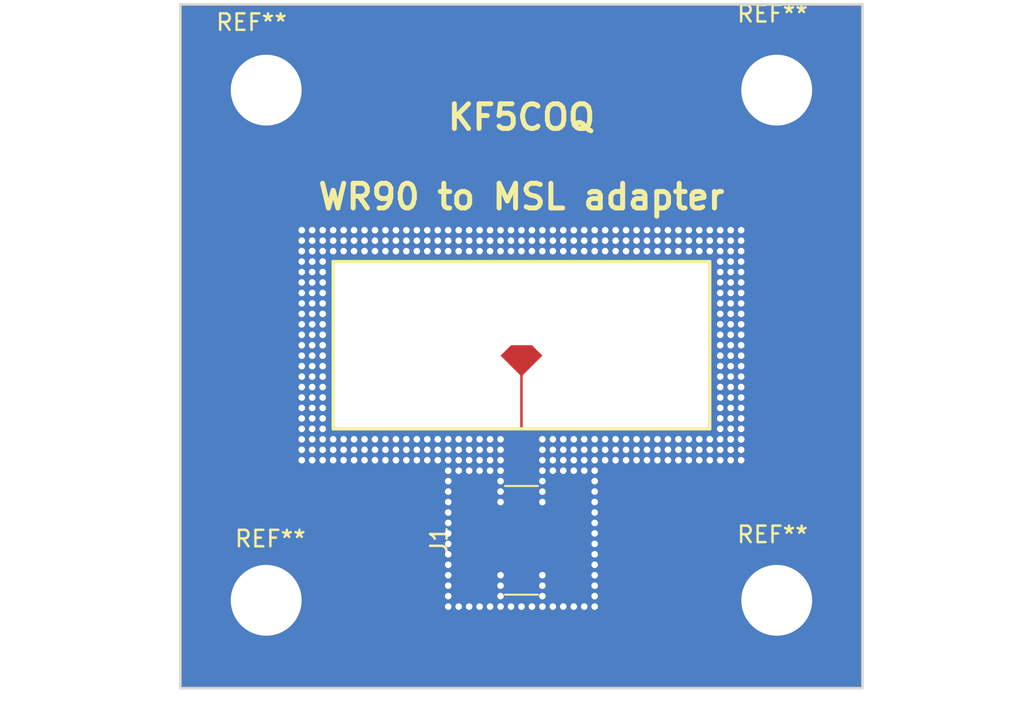
<source format=kicad_pcb>
(kicad_pcb (version 4) (host pcbnew 4.0.7+dfsg1-1ubuntu2)

  (general
    (links 17)
    (no_connects 0)
    (area 121.944143 65.264 184.252858 108.191)
    (thickness 1.6)
    (drawings 9)
    (tracks 458)
    (zones 0)
    (modules 5)
    (nets 3)
  )

  (page A4)
  (layers
    (0 F.Cu signal)
    (31 B.Cu signal)
    (32 B.Adhes user)
    (33 F.Adhes user)
    (34 B.Paste user)
    (35 F.Paste user)
    (36 B.SilkS user)
    (37 F.SilkS user)
    (38 B.Mask user)
    (39 F.Mask user)
    (40 Dwgs.User user)
    (41 Cmts.User user)
    (42 Eco1.User user)
    (43 Eco2.User user)
    (44 Edge.Cuts user)
    (45 Margin user)
    (46 B.CrtYd user)
    (47 F.CrtYd user)
    (48 B.Fab user)
    (49 F.Fab user)
  )

  (setup
    (last_trace_width 0.25)
    (trace_clearance 0.2)
    (zone_clearance 0.00254)
    (zone_45_only no)
    (trace_min 0.1524)
    (segment_width 0.2)
    (edge_width 0.15)
    (via_size 0.6)
    (via_drill 0.4)
    (via_min_size 0.4)
    (via_min_drill 0.3)
    (uvia_size 0.3)
    (uvia_drill 0.1)
    (uvias_allowed no)
    (uvia_min_size 0.2)
    (uvia_min_drill 0.1)
    (pcb_text_width 0.3)
    (pcb_text_size 1.5 1.5)
    (mod_edge_width 0.15)
    (mod_text_size 1 1)
    (mod_text_width 0.15)
    (pad_size 7 7)
    (pad_drill 4.3)
    (pad_to_mask_clearance 0.2)
    (aux_axis_origin 0 0)
    (visible_elements FFFFFF7F)
    (pcbplotparams
      (layerselection 0x01030_80000001)
      (usegerberextensions false)
      (excludeedgelayer true)
      (linewidth 0.100000)
      (plotframeref false)
      (viasonmask false)
      (mode 1)
      (useauxorigin false)
      (hpglpennumber 1)
      (hpglpenspeed 20)
      (hpglpendiameter 15)
      (hpglpenoverlay 2)
      (psnegative false)
      (psa4output false)
      (plotreference true)
      (plotvalue true)
      (plotinvisibletext false)
      (padsonsilk false)
      (subtractmaskfromsilk false)
      (outputformat 1)
      (mirror false)
      (drillshape 0)
      (scaleselection 1)
      (outputdirectory ""))
  )

  (net 0 "")
  (net 1 GND)
  (net 2 "Net-(J1-Pad1)")

  (net_class Default "This is the default net class."
    (clearance 0.2)
    (trace_width 0.25)
    (via_dia 0.6)
    (via_drill 0.4)
    (uvia_dia 0.3)
    (uvia_drill 0.1)
    (add_net GND)
    (add_net "Net-(J1-Pad1)")
  )

  (module Mounting_Holes:MountingHole_4.3mm_M4_ISO14580_Pad (layer F.Cu) (tedit 5CEDBA1D) (tstamp 5CEEA055)
    (at 168.91 102.362)
    (descr "Mounting Hole 4.3mm, M4, ISO14580")
    (tags "mounting hole 4.3mm m4 iso14580")
    (fp_text reference REF** (at 0 -4.5) (layer F.SilkS)
      (effects (font (size 1 1) (thickness 0.15)))
    )
    (fp_text value MountingHole_4.3mm_M4_ISO14580_Pad (at 0 4.5) (layer F.Fab)
      (effects (font (size 1 1) (thickness 0.15)))
    )
    (fp_circle (center 0 0) (end 3.5 0) (layer Cmts.User) (width 0.15))
    (fp_circle (center 0 0) (end 3.75 0) (layer F.CrtYd) (width 0.05))
    (pad 1 thru_hole circle (at 0.254 -0.508) (size 7 7) (drill 4.3) (layers *.Cu *.Mask)
      (net 1 GND))
  )

  (module Mounting_Holes:MountingHole_4.3mm_M4_ISO14580_Pad (layer F.Cu) (tedit 5CEDBA05) (tstamp 5CEEA04F)
    (at 168.91 70.739)
    (descr "Mounting Hole 4.3mm, M4, ISO14580")
    (tags "mounting hole 4.3mm m4 iso14580")
    (fp_text reference REF** (at 0 -4.5) (layer F.SilkS)
      (effects (font (size 1 1) (thickness 0.15)))
    )
    (fp_text value MountingHole_4.3mm_M4_ISO14580_Pad (at 0 4.5) (layer F.Fab)
      (effects (font (size 1 1) (thickness 0.15)))
    )
    (fp_circle (center 0 0) (end 3.5 0) (layer Cmts.User) (width 0.15))
    (fp_circle (center 0 0) (end 3.75 0) (layer F.CrtYd) (width 0.05))
    (pad 1 thru_hole circle (at 0.254 0.127) (size 7 7) (drill 4.3) (layers *.Cu *.Mask)
      (net 1 GND))
  )

  (module Mounting_Holes:MountingHole_4.3mm_M4_ISO14580_Pad (layer F.Cu) (tedit 5CEDB9FD) (tstamp 5CEEA049)
    (at 137.287 71.247)
    (descr "Mounting Hole 4.3mm, M4, ISO14580")
    (tags "mounting hole 4.3mm m4 iso14580")
    (fp_text reference REF** (at 0 -4.5) (layer F.SilkS)
      (effects (font (size 1 1) (thickness 0.15)))
    )
    (fp_text value MountingHole_4.3mm_M4_ISO14580_Pad (at 0 4.5) (layer F.Fab)
      (effects (font (size 1 1) (thickness 0.15)))
    )
    (fp_circle (center 0 0) (end 3.5 0) (layer Cmts.User) (width 0.15))
    (fp_circle (center 0 0) (end 3.75 0) (layer F.CrtYd) (width 0.05))
    (pad 1 thru_hole circle (at 0.889 -0.381) (size 7 7) (drill 4.3) (layers *.Cu *.Mask)
      (net 1 GND))
  )

  (module Mounting_Holes:MountingHole_4.3mm_M4_ISO14580_Pad (layer F.Cu) (tedit 5CEDBA15) (tstamp 5CEEA042)
    (at 138.43 102.616)
    (descr "Mounting Hole 4.3mm, M4, ISO14580")
    (tags "mounting hole 4.3mm m4 iso14580")
    (fp_text reference REF** (at 0 -4.5) (layer F.SilkS)
      (effects (font (size 1 1) (thickness 0.15)))
    )
    (fp_text value MountingHole_4.3mm_M4_ISO14580_Pad (at 0 4.5) (layer F.Fab)
      (effects (font (size 1 1) (thickness 0.15)))
    )
    (fp_circle (center 0 0) (end 3.5 0) (layer Cmts.User) (width 0.15))
    (fp_circle (center 0 0) (end 3.75 0) (layer F.CrtYd) (width 0.05))
    (pad 1 thru_hole circle (at -0.254 -0.762) (size 7 7) (drill 4.3) (layers *.Cu *.Mask)
      (net 1 GND))
  )

  (module Connectors:SMA_SMD_Jack_Straight (layer F.Cu) (tedit 58C35474) (tstamp 5CEDBDC5)
    (at 153.67 98.21 90)
    (descr "SMA pcb surface mount jack")
    (tags "SMA SMD Jack Straight")
    (path /5CED9EFF)
    (attr smd)
    (fp_text reference J1 (at 0 -5 90) (layer F.SilkS)
      (effects (font (size 1 1) (thickness 0.15)))
    )
    (fp_text value Conn_Coaxial (at 0 5 90) (layer F.Fab)
      (effects (font (size 1 1) (thickness 0.15)))
    )
    (fp_circle (center 0 0) (end 1.27 0) (layer F.Fab) (width 0.1))
    (fp_circle (center 0 0) (end 2.04 0) (layer F.Fab) (width 0.1))
    (fp_line (start 4.06 4.06) (end -4.06 4.06) (layer F.CrtYd) (width 0.05))
    (fp_line (start 4.06 4.06) (end 4.06 -4.06) (layer F.CrtYd) (width 0.05))
    (fp_line (start -4.06 -4.06) (end -4.06 4.06) (layer F.CrtYd) (width 0.05))
    (fp_line (start -4.06 -4.06) (end 4.06 -4.06) (layer F.CrtYd) (width 0.05))
    (fp_line (start 1.58 1.58) (end 1.58 3.17) (layer F.Fab) (width 0.1))
    (fp_line (start 3.17 1.58) (end 1.58 1.58) (layer F.Fab) (width 0.1))
    (fp_line (start 1.58 -1.58) (end 3.17 -1.58) (layer F.Fab) (width 0.1))
    (fp_line (start 1.58 -3.17) (end 1.58 -1.58) (layer F.Fab) (width 0.1))
    (fp_line (start -3.17 1.58) (end -1.58 1.58) (layer F.Fab) (width 0.1))
    (fp_line (start -1.58 1.58) (end -1.58 3.17) (layer F.Fab) (width 0.1))
    (fp_line (start -3.17 -1.58) (end -1.58 -1.58) (layer F.Fab) (width 0.1))
    (fp_line (start -1.58 -3.17) (end -1.58 -1.58) (layer F.Fab) (width 0.1))
    (fp_line (start -3.17 -3.17) (end 3.17 -3.17) (layer F.Fab) (width 0.1))
    (fp_line (start -3.17 -3.17) (end -3.17 3.17) (layer F.Fab) (width 0.1))
    (fp_line (start -3.17 3.17) (end 3.17 3.17) (layer F.Fab) (width 0.1))
    (fp_line (start 3.17 -3.17) (end 3.17 3.17) (layer F.Fab) (width 0.1))
    (fp_line (start -3.3 -1) (end -3.3 1) (layer F.SilkS) (width 0.12))
    (fp_line (start 3.3 -1) (end 3.3 1) (layer F.SilkS) (width 0.12))
    (fp_text user %R (at 0 -5 90) (layer F.Fab)
      (effects (font (size 1 1) (thickness 0.15)))
    )
    (pad 2 smd rect (at 0.85 2.38 110) (size 2 1) (layers F.Cu F.Paste F.Mask)
      (net 1 GND))
    (pad 2 smd rect (at -0.85 2.38 70) (size 2 1) (layers F.Cu F.Paste F.Mask)
      (net 1 GND))
    (pad 2 smd rect (at 0.85 -2.38 70) (size 2 1) (layers F.Cu F.Paste F.Mask)
      (net 1 GND))
    (pad 2 smd rect (at -0.85 -2.38 110) (size 2 1) (layers F.Cu F.Paste F.Mask)
      (net 1 GND))
    (pad 2 smd rect (at 1.515 1.749 140) (size 1 0.5) (layers F.Cu F.Paste F.Mask)
      (net 1 GND))
    (pad 2 smd rect (at -1.515 1.749 40) (size 1 0.5) (layers F.Cu F.Paste F.Mask)
      (net 1 GND))
    (pad 2 smd rect (at 1.515 -1.749 40) (size 1 0.5) (layers F.Cu F.Paste F.Mask)
      (net 1 GND))
    (pad 2 smd rect (at -1.515 -1.749 140) (size 1 0.5) (layers F.Cu F.Paste F.Mask)
      (net 1 GND))
    (pad 2 smd rect (at 2.6 2.38 180) (size 2.35 1.91) (layers F.Cu F.Paste F.Mask)
      (net 1 GND))
    (pad 2 smd rect (at 0 2.8 180) (size 1.51 7.11) (layers F.Cu F.Paste F.Mask)
      (net 1 GND))
    (pad 2 smd rect (at -2.6 2.38 180) (size 2.35 1.91) (layers F.Cu F.Paste F.Mask)
      (net 1 GND))
    (pad 2 smd rect (at 2.6 -2.38 180) (size 2.35 1.91) (layers F.Cu F.Paste F.Mask)
      (net 1 GND))
    (pad 1 smd circle (at 0 0 180) (size 1.73 1.73) (layers F.Cu F.Paste F.Mask)
      (net 2 "Net-(J1-Pad1)"))
    (pad 2 smd rect (at 0 -2.8 180) (size 1.51 7.11) (layers F.Cu F.Paste F.Mask)
      (net 1 GND))
    (pad 2 smd rect (at -2.6 -2.38 180) (size 2.35 1.91) (layers F.Cu F.Paste F.Mask)
      (net 1 GND))
  )

  (gr_text "KF5COQ\n\nWR90 to MSL adapter" (at 153.67 74.93) (layer F.SilkS)
    (effects (font (size 1.5 1.5) (thickness 0.3)))
  )
  (gr_line (start 132.969 107.061) (end 132.969 65.659) (layer Edge.Cuts) (width 0.15))
  (gr_line (start 174.371 65.659) (end 174.371 107.061) (layer Edge.Cuts) (width 0.15))
  (gr_line (start 174.371 107.188) (end 132.969 107.188) (layer Edge.Cuts) (width 0.15))
  (gr_line (start 132.969 65.659) (end 174.371 65.659) (layer Edge.Cuts) (width 0.15))
  (gr_line (start 142.24 91.44) (end 142.24 81.28) (layer F.SilkS) (width 0.2))
  (gr_line (start 165.1 91.44) (end 142.24 91.44) (layer F.SilkS) (width 0.2))
  (gr_line (start 165.1 81.28) (end 165.1 91.44) (layer F.SilkS) (width 0.2))
  (gr_line (start 142.24 81.28) (end 165.1 81.28) (layer F.SilkS) (width 0.2))

  (via (at 158.115 101.6) (size 0.6) (drill 0.4) (layers F.Cu B.Cu) (net 0) (tstamp 5CEE1FBD))
  (via (at 158.115 100.965) (size 0.6) (drill 0.4) (layers F.Cu B.Cu) (net 0) (tstamp 5CEE1FBC))
  (via (at 158.115 100.33) (size 0.6) (drill 0.4) (layers F.Cu B.Cu) (net 0) (tstamp 5CEE1FBB))
  (via (at 158.115 99.695) (size 0.6) (drill 0.4) (layers F.Cu B.Cu) (net 0) (tstamp 5CEE1FBA))
  (via (at 158.115 99.06) (size 0.6) (drill 0.4) (layers F.Cu B.Cu) (net 0) (tstamp 5CEE1FB9))
  (via (at 158.115 98.425) (size 0.6) (drill 0.4) (layers F.Cu B.Cu) (net 0) (tstamp 5CEE1FB8))
  (via (at 158.115 97.79) (size 0.6) (drill 0.4) (layers F.Cu B.Cu) (net 0) (tstamp 5CEE1FB7))
  (via (at 158.115 97.155) (size 0.6) (drill 0.4) (layers F.Cu B.Cu) (net 0) (tstamp 5CEE1FB6))
  (via (at 158.115 96.52) (size 0.6) (drill 0.4) (layers F.Cu B.Cu) (net 0) (tstamp 5CEE1FB5))
  (via (at 158.115 95.885) (size 0.6) (drill 0.4) (layers F.Cu B.Cu) (net 0) (tstamp 5CEE1FB4))
  (via (at 158.115 95.25) (size 0.6) (drill 0.4) (layers F.Cu B.Cu) (net 0) (tstamp 5CEE1FB3))
  (via (at 158.115 94.615) (size 0.6) (drill 0.4) (layers F.Cu B.Cu) (net 0) (tstamp 5CEE1FB2))
  (via (at 157.48 102.235) (size 0.6) (drill 0.4) (layers F.Cu B.Cu) (net 0) (tstamp 5CEE1FA6))
  (via (at 156.845 102.235) (size 0.6) (drill 0.4) (layers F.Cu B.Cu) (net 0) (tstamp 5CEE1FA5))
  (via (at 156.21 102.235) (size 0.6) (drill 0.4) (layers F.Cu B.Cu) (net 0) (tstamp 5CEE1FA4))
  (via (at 155.575 102.235) (size 0.6) (drill 0.4) (layers F.Cu B.Cu) (net 0) (tstamp 5CEE1FA3))
  (via (at 154.94 102.235) (size 0.6) (drill 0.4) (layers F.Cu B.Cu) (net 0) (tstamp 5CEE1FA2))
  (via (at 154.305 102.235) (size 0.6) (drill 0.4) (layers F.Cu B.Cu) (net 0) (tstamp 5CEE1FA1))
  (via (at 153.67 102.235) (size 0.6) (drill 0.4) (layers F.Cu B.Cu) (net 0) (tstamp 5CEE1FA0))
  (via (at 153.035 102.235) (size 0.6) (drill 0.4) (layers F.Cu B.Cu) (net 0) (tstamp 5CEE1F9F))
  (via (at 152.4 102.235) (size 0.6) (drill 0.4) (layers F.Cu B.Cu) (net 0) (tstamp 5CEE1F9E))
  (via (at 151.765 102.235) (size 0.6) (drill 0.4) (layers F.Cu B.Cu) (net 0) (tstamp 5CEE1F9D))
  (via (at 151.13 102.235) (size 0.6) (drill 0.4) (layers F.Cu B.Cu) (net 0) (tstamp 5CEE1F9C))
  (via (at 150.495 102.235) (size 0.6) (drill 0.4) (layers F.Cu B.Cu) (net 0) (tstamp 5CEE1F9B))
  (via (at 149.86 102.235) (size 0.6) (drill 0.4) (layers F.Cu B.Cu) (net 0) (tstamp 5CEE1F9A))
  (via (at 149.225 101.6) (size 0.6) (drill 0.4) (layers F.Cu B.Cu) (net 0) (tstamp 5CEE1F93))
  (via (at 149.225 100.965) (size 0.6) (drill 0.4) (layers F.Cu B.Cu) (net 0) (tstamp 5CEE1F92))
  (via (at 149.225 100.33) (size 0.6) (drill 0.4) (layers F.Cu B.Cu) (net 0) (tstamp 5CEE1F91))
  (via (at 149.225 99.695) (size 0.6) (drill 0.4) (layers F.Cu B.Cu) (net 0) (tstamp 5CEE1F90))
  (via (at 149.225 99.06) (size 0.6) (drill 0.4) (layers F.Cu B.Cu) (net 0) (tstamp 5CEE1F8F))
  (via (at 149.225 98.425) (size 0.6) (drill 0.4) (layers F.Cu B.Cu) (net 0) (tstamp 5CEE1F8E))
  (via (at 149.225 97.79) (size 0.6) (drill 0.4) (layers F.Cu B.Cu) (net 0) (tstamp 5CEE1F8D))
  (via (at 149.225 97.155) (size 0.6) (drill 0.4) (layers F.Cu B.Cu) (net 0) (tstamp 5CEE1F8C))
  (via (at 149.225 96.52) (size 0.6) (drill 0.4) (layers F.Cu B.Cu) (net 0) (tstamp 5CEE1F8B))
  (via (at 149.225 95.885) (size 0.6) (drill 0.4) (layers F.Cu B.Cu) (net 0) (tstamp 5CEE1F8A))
  (via (at 149.225 95.25) (size 0.6) (drill 0.4) (layers F.Cu B.Cu) (net 0) (tstamp 5CEE1F89))
  (via (at 149.225 94.615) (size 0.6) (drill 0.4) (layers F.Cu B.Cu) (net 0) (tstamp 5CEE1F88))
  (via (at 140.335 91.44) (size 0.6) (drill 0.4) (layers F.Cu B.Cu) (net 0) (tstamp 5CEE1F64))
  (via (at 140.97 91.44) (size 0.6) (drill 0.4) (layers F.Cu B.Cu) (net 0) (tstamp 5CEE1F63))
  (via (at 141.605 91.44) (size 0.6) (drill 0.4) (layers F.Cu B.Cu) (net 0) (tstamp 5CEE1F62))
  (via (at 140.335 90.805) (size 0.6) (drill 0.4) (layers F.Cu B.Cu) (net 0) (tstamp 5CEE1F61))
  (via (at 140.97 90.805) (size 0.6) (drill 0.4) (layers F.Cu B.Cu) (net 0) (tstamp 5CEE1F60))
  (via (at 141.605 90.805) (size 0.6) (drill 0.4) (layers F.Cu B.Cu) (net 0) (tstamp 5CEE1F5F))
  (via (at 140.335 90.17) (size 0.6) (drill 0.4) (layers F.Cu B.Cu) (net 0) (tstamp 5CEE1F5E))
  (via (at 140.97 90.17) (size 0.6) (drill 0.4) (layers F.Cu B.Cu) (net 0) (tstamp 5CEE1F5D))
  (via (at 141.605 90.17) (size 0.6) (drill 0.4) (layers F.Cu B.Cu) (net 0) (tstamp 5CEE1F5C))
  (via (at 140.335 89.535) (size 0.6) (drill 0.4) (layers F.Cu B.Cu) (net 0) (tstamp 5CEE1F5B))
  (via (at 140.97 89.535) (size 0.6) (drill 0.4) (layers F.Cu B.Cu) (net 0) (tstamp 5CEE1F5A))
  (via (at 141.605 89.535) (size 0.6) (drill 0.4) (layers F.Cu B.Cu) (net 0) (tstamp 5CEE1F59))
  (via (at 140.335 88.9) (size 0.6) (drill 0.4) (layers F.Cu B.Cu) (net 0) (tstamp 5CEE1F58))
  (via (at 140.97 88.9) (size 0.6) (drill 0.4) (layers F.Cu B.Cu) (net 0) (tstamp 5CEE1F57))
  (via (at 141.605 88.9) (size 0.6) (drill 0.4) (layers F.Cu B.Cu) (net 0) (tstamp 5CEE1F56))
  (via (at 140.335 88.265) (size 0.6) (drill 0.4) (layers F.Cu B.Cu) (net 0) (tstamp 5CEE1F55))
  (via (at 140.97 88.265) (size 0.6) (drill 0.4) (layers F.Cu B.Cu) (net 0) (tstamp 5CEE1F54))
  (via (at 141.605 88.265) (size 0.6) (drill 0.4) (layers F.Cu B.Cu) (net 0) (tstamp 5CEE1F53))
  (via (at 140.335 87.63) (size 0.6) (drill 0.4) (layers F.Cu B.Cu) (net 0) (tstamp 5CEE1F52))
  (via (at 140.97 87.63) (size 0.6) (drill 0.4) (layers F.Cu B.Cu) (net 0) (tstamp 5CEE1F51))
  (via (at 141.605 87.63) (size 0.6) (drill 0.4) (layers F.Cu B.Cu) (net 0) (tstamp 5CEE1F50))
  (via (at 140.335 86.995) (size 0.6) (drill 0.4) (layers F.Cu B.Cu) (net 0) (tstamp 5CEE1F4F))
  (via (at 140.97 86.995) (size 0.6) (drill 0.4) (layers F.Cu B.Cu) (net 0) (tstamp 5CEE1F4E))
  (via (at 141.605 86.995) (size 0.6) (drill 0.4) (layers F.Cu B.Cu) (net 0) (tstamp 5CEE1F4D))
  (via (at 140.335 86.36) (size 0.6) (drill 0.4) (layers F.Cu B.Cu) (net 0) (tstamp 5CEE1F4C))
  (via (at 140.97 86.36) (size 0.6) (drill 0.4) (layers F.Cu B.Cu) (net 0) (tstamp 5CEE1F4B))
  (via (at 141.605 86.36) (size 0.6) (drill 0.4) (layers F.Cu B.Cu) (net 0) (tstamp 5CEE1F4A))
  (via (at 140.335 85.725) (size 0.6) (drill 0.4) (layers F.Cu B.Cu) (net 0) (tstamp 5CEE1F49))
  (via (at 140.97 85.725) (size 0.6) (drill 0.4) (layers F.Cu B.Cu) (net 0) (tstamp 5CEE1F48))
  (via (at 141.605 85.725) (size 0.6) (drill 0.4) (layers F.Cu B.Cu) (net 0) (tstamp 5CEE1F47))
  (via (at 140.335 85.09) (size 0.6) (drill 0.4) (layers F.Cu B.Cu) (net 0) (tstamp 5CEE1F46))
  (via (at 140.97 85.09) (size 0.6) (drill 0.4) (layers F.Cu B.Cu) (net 0) (tstamp 5CEE1F45))
  (via (at 141.605 85.09) (size 0.6) (drill 0.4) (layers F.Cu B.Cu) (net 0) (tstamp 5CEE1F44))
  (via (at 140.335 84.455) (size 0.6) (drill 0.4) (layers F.Cu B.Cu) (net 0) (tstamp 5CEE1F43))
  (via (at 140.97 84.455) (size 0.6) (drill 0.4) (layers F.Cu B.Cu) (net 0) (tstamp 5CEE1F42))
  (via (at 141.605 84.455) (size 0.6) (drill 0.4) (layers F.Cu B.Cu) (net 0) (tstamp 5CEE1F41))
  (via (at 140.335 83.82) (size 0.6) (drill 0.4) (layers F.Cu B.Cu) (net 0) (tstamp 5CEE1F40))
  (via (at 140.97 83.82) (size 0.6) (drill 0.4) (layers F.Cu B.Cu) (net 0) (tstamp 5CEE1F3F))
  (via (at 141.605 83.82) (size 0.6) (drill 0.4) (layers F.Cu B.Cu) (net 0) (tstamp 5CEE1F3E))
  (via (at 140.335 83.185) (size 0.6) (drill 0.4) (layers F.Cu B.Cu) (net 0) (tstamp 5CEE1F3D))
  (via (at 140.97 83.185) (size 0.6) (drill 0.4) (layers F.Cu B.Cu) (net 0) (tstamp 5CEE1F3C))
  (via (at 141.605 83.185) (size 0.6) (drill 0.4) (layers F.Cu B.Cu) (net 0) (tstamp 5CEE1F3B))
  (via (at 140.335 82.55) (size 0.6) (drill 0.4) (layers F.Cu B.Cu) (net 0) (tstamp 5CEE1F3A))
  (via (at 140.97 82.55) (size 0.6) (drill 0.4) (layers F.Cu B.Cu) (net 0) (tstamp 5CEE1F39))
  (via (at 141.605 82.55) (size 0.6) (drill 0.4) (layers F.Cu B.Cu) (net 0) (tstamp 5CEE1F38))
  (via (at 140.335 81.915) (size 0.6) (drill 0.4) (layers F.Cu B.Cu) (net 0) (tstamp 5CEE1F37))
  (via (at 140.97 81.915) (size 0.6) (drill 0.4) (layers F.Cu B.Cu) (net 0) (tstamp 5CEE1F36))
  (via (at 141.605 81.915) (size 0.6) (drill 0.4) (layers F.Cu B.Cu) (net 0) (tstamp 5CEE1F35))
  (via (at 140.335 81.28) (size 0.6) (drill 0.4) (layers F.Cu B.Cu) (net 0) (tstamp 5CEE1F34))
  (via (at 140.97 81.28) (size 0.6) (drill 0.4) (layers F.Cu B.Cu) (net 0) (tstamp 5CEE1F33))
  (via (at 141.605 81.28) (size 0.6) (drill 0.4) (layers F.Cu B.Cu) (net 0) (tstamp 5CEE1F32))
  (via (at 140.335 80.645) (size 0.6) (drill 0.4) (layers F.Cu B.Cu) (net 0) (tstamp 5CEE1F31))
  (via (at 140.97 80.645) (size 0.6) (drill 0.4) (layers F.Cu B.Cu) (net 0) (tstamp 5CEE1F30))
  (via (at 140.335 80.645) (size 0.6) (drill 0.4) (layers F.Cu B.Cu) (net 0) (tstamp 5CEE1F2D))
  (via (at 140.97 80.645) (size 0.6) (drill 0.4) (layers F.Cu B.Cu) (net 0) (tstamp 5CEE1F2C))
  (via (at 140.335 80.01) (size 0.6) (drill 0.4) (layers F.Cu B.Cu) (net 0) (tstamp 5CEE1F2A))
  (via (at 140.97 79.375) (size 0.6) (drill 0.4) (layers F.Cu B.Cu) (net 0) (tstamp 5CEE1F28))
  (via (at 141.605 79.375) (size 0.6) (drill 0.4) (layers F.Cu B.Cu) (net 0) (tstamp 5CEE1F26))
  (via (at 142.24 79.375) (size 0.6) (drill 0.4) (layers F.Cu B.Cu) (net 0) (tstamp 5CEE1F25))
  (via (at 142.875 79.375) (size 0.6) (drill 0.4) (layers F.Cu B.Cu) (net 0) (tstamp 5CEE1F24))
  (via (at 143.51 79.375) (size 0.6) (drill 0.4) (layers F.Cu B.Cu) (net 0) (tstamp 5CEE1F23))
  (via (at 144.145 79.375) (size 0.6) (drill 0.4) (layers F.Cu B.Cu) (net 0) (tstamp 5CEE1F22))
  (via (at 144.78 79.375) (size 0.6) (drill 0.4) (layers F.Cu B.Cu) (net 0) (tstamp 5CEE1F21))
  (via (at 145.415 79.375) (size 0.6) (drill 0.4) (layers F.Cu B.Cu) (net 0) (tstamp 5CEE1F20))
  (via (at 146.05 79.375) (size 0.6) (drill 0.4) (layers F.Cu B.Cu) (net 0) (tstamp 5CEE1F1F))
  (via (at 146.685 79.375) (size 0.6) (drill 0.4) (layers F.Cu B.Cu) (net 0) (tstamp 5CEE1F1E))
  (via (at 147.32 79.375) (size 0.6) (drill 0.4) (layers F.Cu B.Cu) (net 0) (tstamp 5CEE1F1D))
  (via (at 147.955 79.375) (size 0.6) (drill 0.4) (layers F.Cu B.Cu) (net 0) (tstamp 5CEE1F1C))
  (via (at 148.59 79.375) (size 0.6) (drill 0.4) (layers F.Cu B.Cu) (net 0) (tstamp 5CEE1F1B))
  (via (at 149.225 79.375) (size 0.6) (drill 0.4) (layers F.Cu B.Cu) (net 0) (tstamp 5CEE1F1A))
  (via (at 149.86 79.375) (size 0.6) (drill 0.4) (layers F.Cu B.Cu) (net 0) (tstamp 5CEE1F19))
  (via (at 150.495 79.375) (size 0.6) (drill 0.4) (layers F.Cu B.Cu) (net 0) (tstamp 5CEE1F18))
  (via (at 151.13 79.375) (size 0.6) (drill 0.4) (layers F.Cu B.Cu) (net 0) (tstamp 5CEE1F17))
  (via (at 151.765 79.375) (size 0.6) (drill 0.4) (layers F.Cu B.Cu) (net 0) (tstamp 5CEE1F16))
  (via (at 152.4 79.375) (size 0.6) (drill 0.4) (layers F.Cu B.Cu) (net 0) (tstamp 5CEE1F15))
  (via (at 153.035 79.375) (size 0.6) (drill 0.4) (layers F.Cu B.Cu) (net 0) (tstamp 5CEE1F14))
  (via (at 153.67 79.375) (size 0.6) (drill 0.4) (layers F.Cu B.Cu) (net 0) (tstamp 5CEE1F13))
  (via (at 154.305 79.375) (size 0.6) (drill 0.4) (layers F.Cu B.Cu) (net 0) (tstamp 5CEE1F12))
  (via (at 154.94 79.375) (size 0.6) (drill 0.4) (layers F.Cu B.Cu) (net 0) (tstamp 5CEE1F11))
  (via (at 155.575 79.375) (size 0.6) (drill 0.4) (layers F.Cu B.Cu) (net 0) (tstamp 5CEE1F10))
  (via (at 156.21 79.375) (size 0.6) (drill 0.4) (layers F.Cu B.Cu) (net 0) (tstamp 5CEE1F0F))
  (via (at 156.845 79.375) (size 0.6) (drill 0.4) (layers F.Cu B.Cu) (net 0) (tstamp 5CEE1F0E))
  (via (at 157.48 79.375) (size 0.6) (drill 0.4) (layers F.Cu B.Cu) (net 0) (tstamp 5CEE1F0D))
  (via (at 158.115 79.375) (size 0.6) (drill 0.4) (layers F.Cu B.Cu) (net 0) (tstamp 5CEE1F0C))
  (via (at 158.75 79.375) (size 0.6) (drill 0.4) (layers F.Cu B.Cu) (net 0) (tstamp 5CEE1F0B))
  (via (at 159.385 79.375) (size 0.6) (drill 0.4) (layers F.Cu B.Cu) (net 0) (tstamp 5CEE1F0A))
  (via (at 160.02 79.375) (size 0.6) (drill 0.4) (layers F.Cu B.Cu) (net 0) (tstamp 5CEE1F09))
  (via (at 160.655 79.375) (size 0.6) (drill 0.4) (layers F.Cu B.Cu) (net 0) (tstamp 5CEE1F08))
  (via (at 161.29 79.375) (size 0.6) (drill 0.4) (layers F.Cu B.Cu) (net 0) (tstamp 5CEE1F07))
  (via (at 161.925 79.375) (size 0.6) (drill 0.4) (layers F.Cu B.Cu) (net 0) (tstamp 5CEE1F06))
  (via (at 162.56 79.375) (size 0.6) (drill 0.4) (layers F.Cu B.Cu) (net 0) (tstamp 5CEE1F05))
  (via (at 163.195 79.375) (size 0.6) (drill 0.4) (layers F.Cu B.Cu) (net 0) (tstamp 5CEE1F04))
  (via (at 163.83 79.375) (size 0.6) (drill 0.4) (layers F.Cu B.Cu) (net 0) (tstamp 5CEE1F03))
  (via (at 164.465 79.375) (size 0.6) (drill 0.4) (layers F.Cu B.Cu) (net 0) (tstamp 5CEE1F02))
  (via (at 165.1 79.375) (size 0.6) (drill 0.4) (layers F.Cu B.Cu) (net 0) (tstamp 5CEE1F01))
  (via (at 165.735 79.375) (size 0.6) (drill 0.4) (layers F.Cu B.Cu) (net 0) (tstamp 5CEE1F00))
  (via (at 141.605 80.01) (size 0.6) (drill 0.4) (layers F.Cu B.Cu) (net 0) (tstamp 5CEE1EFF))
  (via (at 142.24 80.01) (size 0.6) (drill 0.4) (layers F.Cu B.Cu) (net 0) (tstamp 5CEE1EFE))
  (via (at 142.875 80.01) (size 0.6) (drill 0.4) (layers F.Cu B.Cu) (net 0) (tstamp 5CEE1EFD))
  (via (at 143.51 80.01) (size 0.6) (drill 0.4) (layers F.Cu B.Cu) (net 0) (tstamp 5CEE1EFC))
  (via (at 144.145 80.01) (size 0.6) (drill 0.4) (layers F.Cu B.Cu) (net 0) (tstamp 5CEE1EFB))
  (via (at 144.78 80.01) (size 0.6) (drill 0.4) (layers F.Cu B.Cu) (net 0) (tstamp 5CEE1EFA))
  (via (at 145.415 80.01) (size 0.6) (drill 0.4) (layers F.Cu B.Cu) (net 0) (tstamp 5CEE1EF9))
  (via (at 146.05 80.01) (size 0.6) (drill 0.4) (layers F.Cu B.Cu) (net 0) (tstamp 5CEE1EF8))
  (via (at 146.685 80.01) (size 0.6) (drill 0.4) (layers F.Cu B.Cu) (net 0) (tstamp 5CEE1EF7))
  (via (at 147.32 80.01) (size 0.6) (drill 0.4) (layers F.Cu B.Cu) (net 0) (tstamp 5CEE1EF6))
  (via (at 147.955 80.01) (size 0.6) (drill 0.4) (layers F.Cu B.Cu) (net 0) (tstamp 5CEE1EF5))
  (via (at 148.59 80.01) (size 0.6) (drill 0.4) (layers F.Cu B.Cu) (net 0) (tstamp 5CEE1EF4))
  (via (at 149.225 80.01) (size 0.6) (drill 0.4) (layers F.Cu B.Cu) (net 0) (tstamp 5CEE1EF3))
  (via (at 149.86 80.01) (size 0.6) (drill 0.4) (layers F.Cu B.Cu) (net 0) (tstamp 5CEE1EF2))
  (via (at 150.495 80.01) (size 0.6) (drill 0.4) (layers F.Cu B.Cu) (net 0) (tstamp 5CEE1EF1))
  (via (at 151.13 80.01) (size 0.6) (drill 0.4) (layers F.Cu B.Cu) (net 0) (tstamp 5CEE1EF0))
  (via (at 151.765 80.01) (size 0.6) (drill 0.4) (layers F.Cu B.Cu) (net 0) (tstamp 5CEE1EEF))
  (via (at 152.4 80.01) (size 0.6) (drill 0.4) (layers F.Cu B.Cu) (net 0) (tstamp 5CEE1EEE))
  (via (at 153.035 80.01) (size 0.6) (drill 0.4) (layers F.Cu B.Cu) (net 0) (tstamp 5CEE1EED))
  (via (at 153.67 80.01) (size 0.6) (drill 0.4) (layers F.Cu B.Cu) (net 0) (tstamp 5CEE1EEC))
  (via (at 154.305 80.01) (size 0.6) (drill 0.4) (layers F.Cu B.Cu) (net 0) (tstamp 5CEE1EEB))
  (via (at 154.94 80.01) (size 0.6) (drill 0.4) (layers F.Cu B.Cu) (net 0) (tstamp 5CEE1EEA))
  (via (at 155.575 80.01) (size 0.6) (drill 0.4) (layers F.Cu B.Cu) (net 0) (tstamp 5CEE1EE9))
  (via (at 156.21 80.01) (size 0.6) (drill 0.4) (layers F.Cu B.Cu) (net 0) (tstamp 5CEE1EE8))
  (via (at 156.845 80.01) (size 0.6) (drill 0.4) (layers F.Cu B.Cu) (net 0) (tstamp 5CEE1EE7))
  (via (at 157.48 80.01) (size 0.6) (drill 0.4) (layers F.Cu B.Cu) (net 0) (tstamp 5CEE1EE6))
  (via (at 158.115 80.01) (size 0.6) (drill 0.4) (layers F.Cu B.Cu) (net 0) (tstamp 5CEE1EE5))
  (via (at 158.75 80.01) (size 0.6) (drill 0.4) (layers F.Cu B.Cu) (net 0) (tstamp 5CEE1EE4))
  (via (at 159.385 80.01) (size 0.6) (drill 0.4) (layers F.Cu B.Cu) (net 0) (tstamp 5CEE1EE3))
  (via (at 160.02 80.01) (size 0.6) (drill 0.4) (layers F.Cu B.Cu) (net 0) (tstamp 5CEE1EE2))
  (via (at 160.655 80.01) (size 0.6) (drill 0.4) (layers F.Cu B.Cu) (net 0) (tstamp 5CEE1EE1))
  (via (at 161.29 80.01) (size 0.6) (drill 0.4) (layers F.Cu B.Cu) (net 0) (tstamp 5CEE1EE0))
  (via (at 161.925 80.01) (size 0.6) (drill 0.4) (layers F.Cu B.Cu) (net 0) (tstamp 5CEE1EDF))
  (via (at 162.56 80.01) (size 0.6) (drill 0.4) (layers F.Cu B.Cu) (net 0) (tstamp 5CEE1EDE))
  (via (at 163.195 80.01) (size 0.6) (drill 0.4) (layers F.Cu B.Cu) (net 0) (tstamp 5CEE1EDD))
  (via (at 163.83 80.01) (size 0.6) (drill 0.4) (layers F.Cu B.Cu) (net 0) (tstamp 5CEE1EDC))
  (via (at 164.465 80.01) (size 0.6) (drill 0.4) (layers F.Cu B.Cu) (net 0) (tstamp 5CEE1EDB))
  (via (at 165.1 80.01) (size 0.6) (drill 0.4) (layers F.Cu B.Cu) (net 0) (tstamp 5CEE1EDA))
  (via (at 165.735 80.01) (size 0.6) (drill 0.4) (layers F.Cu B.Cu) (net 0) (tstamp 5CEE1ED9))
  (via (at 142.24 80.645) (size 0.6) (drill 0.4) (layers F.Cu B.Cu) (net 0) (tstamp 5CEE1ED7))
  (via (at 142.875 80.645) (size 0.6) (drill 0.4) (layers F.Cu B.Cu) (net 0) (tstamp 5CEE1ED6))
  (via (at 143.51 80.645) (size 0.6) (drill 0.4) (layers F.Cu B.Cu) (net 0) (tstamp 5CEE1ED5))
  (via (at 144.145 80.645) (size 0.6) (drill 0.4) (layers F.Cu B.Cu) (net 0) (tstamp 5CEE1ED4))
  (via (at 144.78 80.645) (size 0.6) (drill 0.4) (layers F.Cu B.Cu) (net 0) (tstamp 5CEE1ED3))
  (via (at 145.415 80.645) (size 0.6) (drill 0.4) (layers F.Cu B.Cu) (net 0) (tstamp 5CEE1ED2))
  (via (at 146.05 80.645) (size 0.6) (drill 0.4) (layers F.Cu B.Cu) (net 0) (tstamp 5CEE1ED1))
  (via (at 146.685 80.645) (size 0.6) (drill 0.4) (layers F.Cu B.Cu) (net 0) (tstamp 5CEE1ED0))
  (via (at 147.32 80.645) (size 0.6) (drill 0.4) (layers F.Cu B.Cu) (net 0) (tstamp 5CEE1ECF))
  (via (at 147.955 80.645) (size 0.6) (drill 0.4) (layers F.Cu B.Cu) (net 0) (tstamp 5CEE1ECE))
  (via (at 148.59 80.645) (size 0.6) (drill 0.4) (layers F.Cu B.Cu) (net 0) (tstamp 5CEE1ECD))
  (via (at 149.225 80.645) (size 0.6) (drill 0.4) (layers F.Cu B.Cu) (net 0) (tstamp 5CEE1ECC))
  (via (at 149.86 80.645) (size 0.6) (drill 0.4) (layers F.Cu B.Cu) (net 0) (tstamp 5CEE1ECB))
  (via (at 150.495 80.645) (size 0.6) (drill 0.4) (layers F.Cu B.Cu) (net 0) (tstamp 5CEE1ECA))
  (via (at 151.13 80.645) (size 0.6) (drill 0.4) (layers F.Cu B.Cu) (net 0) (tstamp 5CEE1EC9))
  (via (at 151.765 80.645) (size 0.6) (drill 0.4) (layers F.Cu B.Cu) (net 0) (tstamp 5CEE1EC8))
  (via (at 152.4 80.645) (size 0.6) (drill 0.4) (layers F.Cu B.Cu) (net 0) (tstamp 5CEE1EC7))
  (via (at 153.035 80.645) (size 0.6) (drill 0.4) (layers F.Cu B.Cu) (net 0) (tstamp 5CEE1EC6))
  (via (at 153.67 80.645) (size 0.6) (drill 0.4) (layers F.Cu B.Cu) (net 0) (tstamp 5CEE1EC5))
  (via (at 154.305 80.645) (size 0.6) (drill 0.4) (layers F.Cu B.Cu) (net 0) (tstamp 5CEE1EC4))
  (via (at 154.94 80.645) (size 0.6) (drill 0.4) (layers F.Cu B.Cu) (net 0) (tstamp 5CEE1EC3))
  (via (at 155.575 80.645) (size 0.6) (drill 0.4) (layers F.Cu B.Cu) (net 0) (tstamp 5CEE1EC2))
  (via (at 156.21 80.645) (size 0.6) (drill 0.4) (layers F.Cu B.Cu) (net 0) (tstamp 5CEE1EC1))
  (via (at 156.845 80.645) (size 0.6) (drill 0.4) (layers F.Cu B.Cu) (net 0) (tstamp 5CEE1EC0))
  (via (at 157.48 80.645) (size 0.6) (drill 0.4) (layers F.Cu B.Cu) (net 0) (tstamp 5CEE1EBF))
  (via (at 158.115 80.645) (size 0.6) (drill 0.4) (layers F.Cu B.Cu) (net 0) (tstamp 5CEE1EBE))
  (via (at 158.75 80.645) (size 0.6) (drill 0.4) (layers F.Cu B.Cu) (net 0) (tstamp 5CEE1EBD))
  (via (at 159.385 80.645) (size 0.6) (drill 0.4) (layers F.Cu B.Cu) (net 0) (tstamp 5CEE1EBC))
  (via (at 160.02 80.645) (size 0.6) (drill 0.4) (layers F.Cu B.Cu) (net 0) (tstamp 5CEE1EBB))
  (via (at 160.655 80.645) (size 0.6) (drill 0.4) (layers F.Cu B.Cu) (net 0) (tstamp 5CEE1EBA))
  (via (at 161.29 80.645) (size 0.6) (drill 0.4) (layers F.Cu B.Cu) (net 0) (tstamp 5CEE1EB9))
  (via (at 161.925 80.645) (size 0.6) (drill 0.4) (layers F.Cu B.Cu) (net 0) (tstamp 5CEE1EB8))
  (via (at 162.56 80.645) (size 0.6) (drill 0.4) (layers F.Cu B.Cu) (net 0) (tstamp 5CEE1EB7))
  (via (at 163.195 80.645) (size 0.6) (drill 0.4) (layers F.Cu B.Cu) (net 0) (tstamp 5CEE1EB6))
  (via (at 163.83 80.645) (size 0.6) (drill 0.4) (layers F.Cu B.Cu) (net 0) (tstamp 5CEE1EB5))
  (via (at 164.465 80.645) (size 0.6) (drill 0.4) (layers F.Cu B.Cu) (net 0) (tstamp 5CEE1EB4))
  (via (at 165.1 80.645) (size 0.6) (drill 0.4) (layers F.Cu B.Cu) (net 0) (tstamp 5CEE1EB3))
  (via (at 167.005 80.01) (size 0.6) (drill 0.4) (layers F.Cu B.Cu) (net 0) (tstamp 5CEE1EB0))
  (via (at 166.37 79.375) (size 0.6) (drill 0.4) (layers F.Cu B.Cu) (net 0) (tstamp 5CEE1EAE))
  (via (at 167.005 80.645) (size 0.6) (drill 0.4) (layers F.Cu B.Cu) (net 0) (tstamp 5CEE1EAB))
  (via (at 166.37 80.645) (size 0.6) (drill 0.4) (layers F.Cu B.Cu) (net 0) (tstamp 5CEE1EAA))
  (via (at 167.005 81.28) (size 0.6) (drill 0.4) (layers F.Cu B.Cu) (net 0) (tstamp 5CEE1EA8))
  (via (at 166.37 81.28) (size 0.6) (drill 0.4) (layers F.Cu B.Cu) (net 0) (tstamp 5CEE1EA7))
  (via (at 165.735 81.28) (size 0.6) (drill 0.4) (layers F.Cu B.Cu) (net 0) (tstamp 5CEE1EA6))
  (via (at 167.005 81.915) (size 0.6) (drill 0.4) (layers F.Cu B.Cu) (net 0) (tstamp 5CEE1EA5))
  (via (at 166.37 81.915) (size 0.6) (drill 0.4) (layers F.Cu B.Cu) (net 0) (tstamp 5CEE1EA4))
  (via (at 165.735 81.915) (size 0.6) (drill 0.4) (layers F.Cu B.Cu) (net 0) (tstamp 5CEE1EA3))
  (via (at 167.005 82.55) (size 0.6) (drill 0.4) (layers F.Cu B.Cu) (net 0) (tstamp 5CEE1EA2))
  (via (at 166.37 82.55) (size 0.6) (drill 0.4) (layers F.Cu B.Cu) (net 0) (tstamp 5CEE1EA1))
  (via (at 165.735 82.55) (size 0.6) (drill 0.4) (layers F.Cu B.Cu) (net 0) (tstamp 5CEE1EA0))
  (via (at 167.005 83.185) (size 0.6) (drill 0.4) (layers F.Cu B.Cu) (net 0) (tstamp 5CEE1E9F))
  (via (at 166.37 83.185) (size 0.6) (drill 0.4) (layers F.Cu B.Cu) (net 0) (tstamp 5CEE1E9E))
  (via (at 165.735 83.185) (size 0.6) (drill 0.4) (layers F.Cu B.Cu) (net 0) (tstamp 5CEE1E9D))
  (via (at 167.005 83.82) (size 0.6) (drill 0.4) (layers F.Cu B.Cu) (net 0) (tstamp 5CEE1E9C))
  (via (at 166.37 83.82) (size 0.6) (drill 0.4) (layers F.Cu B.Cu) (net 0) (tstamp 5CEE1E9B))
  (via (at 165.735 83.82) (size 0.6) (drill 0.4) (layers F.Cu B.Cu) (net 0) (tstamp 5CEE1E9A))
  (via (at 167.005 84.455) (size 0.6) (drill 0.4) (layers F.Cu B.Cu) (net 0) (tstamp 5CEE1E99))
  (via (at 166.37 84.455) (size 0.6) (drill 0.4) (layers F.Cu B.Cu) (net 0) (tstamp 5CEE1E98))
  (via (at 165.735 84.455) (size 0.6) (drill 0.4) (layers F.Cu B.Cu) (net 0) (tstamp 5CEE1E97))
  (via (at 167.005 85.09) (size 0.6) (drill 0.4) (layers F.Cu B.Cu) (net 0) (tstamp 5CEE1E96))
  (via (at 166.37 85.09) (size 0.6) (drill 0.4) (layers F.Cu B.Cu) (net 0) (tstamp 5CEE1E95))
  (via (at 165.735 85.09) (size 0.6) (drill 0.4) (layers F.Cu B.Cu) (net 0) (tstamp 5CEE1E94))
  (via (at 167.005 85.725) (size 0.6) (drill 0.4) (layers F.Cu B.Cu) (net 0) (tstamp 5CEE1E93))
  (via (at 166.37 85.725) (size 0.6) (drill 0.4) (layers F.Cu B.Cu) (net 0) (tstamp 5CEE1E92))
  (via (at 165.735 85.725) (size 0.6) (drill 0.4) (layers F.Cu B.Cu) (net 0) (tstamp 5CEE1E91))
  (via (at 167.005 86.36) (size 0.6) (drill 0.4) (layers F.Cu B.Cu) (net 0) (tstamp 5CEE1E90))
  (via (at 166.37 86.36) (size 0.6) (drill 0.4) (layers F.Cu B.Cu) (net 0) (tstamp 5CEE1E8F))
  (via (at 165.735 86.36) (size 0.6) (drill 0.4) (layers F.Cu B.Cu) (net 0) (tstamp 5CEE1E8E))
  (via (at 167.005 86.995) (size 0.6) (drill 0.4) (layers F.Cu B.Cu) (net 0) (tstamp 5CEE1E8D))
  (via (at 166.37 86.995) (size 0.6) (drill 0.4) (layers F.Cu B.Cu) (net 0) (tstamp 5CEE1E8C))
  (via (at 165.735 86.995) (size 0.6) (drill 0.4) (layers F.Cu B.Cu) (net 0) (tstamp 5CEE1E8B))
  (via (at 167.005 87.63) (size 0.6) (drill 0.4) (layers F.Cu B.Cu) (net 0) (tstamp 5CEE1E8A))
  (via (at 166.37 87.63) (size 0.6) (drill 0.4) (layers F.Cu B.Cu) (net 0) (tstamp 5CEE1E89))
  (via (at 165.735 87.63) (size 0.6) (drill 0.4) (layers F.Cu B.Cu) (net 0) (tstamp 5CEE1E88))
  (via (at 167.005 88.265) (size 0.6) (drill 0.4) (layers F.Cu B.Cu) (net 0) (tstamp 5CEE1E87))
  (via (at 166.37 88.265) (size 0.6) (drill 0.4) (layers F.Cu B.Cu) (net 0) (tstamp 5CEE1E86))
  (via (at 165.735 88.265) (size 0.6) (drill 0.4) (layers F.Cu B.Cu) (net 0) (tstamp 5CEE1E85))
  (via (at 167.005 88.9) (size 0.6) (drill 0.4) (layers F.Cu B.Cu) (net 0) (tstamp 5CEE1E84))
  (via (at 166.37 88.9) (size 0.6) (drill 0.4) (layers F.Cu B.Cu) (net 0) (tstamp 5CEE1E83))
  (via (at 165.735 88.9) (size 0.6) (drill 0.4) (layers F.Cu B.Cu) (net 0) (tstamp 5CEE1E82))
  (via (at 167.005 89.535) (size 0.6) (drill 0.4) (layers F.Cu B.Cu) (net 0) (tstamp 5CEE1E81))
  (via (at 166.37 89.535) (size 0.6) (drill 0.4) (layers F.Cu B.Cu) (net 0) (tstamp 5CEE1E80))
  (via (at 165.735 89.535) (size 0.6) (drill 0.4) (layers F.Cu B.Cu) (net 0) (tstamp 5CEE1E7F))
  (via (at 167.005 90.17) (size 0.6) (drill 0.4) (layers F.Cu B.Cu) (net 0) (tstamp 5CEE1E7E))
  (via (at 166.37 90.17) (size 0.6) (drill 0.4) (layers F.Cu B.Cu) (net 0) (tstamp 5CEE1E7D))
  (via (at 165.735 90.17) (size 0.6) (drill 0.4) (layers F.Cu B.Cu) (net 0) (tstamp 5CEE1E7C))
  (via (at 167.005 90.805) (size 0.6) (drill 0.4) (layers F.Cu B.Cu) (net 0) (tstamp 5CEE1E7B))
  (via (at 166.37 90.805) (size 0.6) (drill 0.4) (layers F.Cu B.Cu) (net 0) (tstamp 5CEE1E7A))
  (via (at 165.735 90.805) (size 0.6) (drill 0.4) (layers F.Cu B.Cu) (net 0) (tstamp 5CEE1E79))
  (via (at 167.005 91.44) (size 0.6) (drill 0.4) (layers F.Cu B.Cu) (net 0) (tstamp 5CEE1E78))
  (via (at 166.37 91.44) (size 0.6) (drill 0.4) (layers F.Cu B.Cu) (net 0) (tstamp 5CEE1E77))
  (via (at 165.735 91.44) (size 0.6) (drill 0.4) (layers F.Cu B.Cu) (net 0) (tstamp 5CEE1E76))
  (via (at 167.005 92.075) (size 0.6) (drill 0.4) (layers F.Cu B.Cu) (net 0) (tstamp 5CEE1E75))
  (via (at 166.37 92.075) (size 0.6) (drill 0.4) (layers F.Cu B.Cu) (net 0) (tstamp 5CEE1E74))
  (via (at 149.86 93.98) (size 0.6) (drill 0.4) (layers F.Cu B.Cu) (net 0) (tstamp 5CEE1E71))
  (via (at 150.495 93.98) (size 0.6) (drill 0.4) (layers F.Cu B.Cu) (net 0) (tstamp 5CEE1E70))
  (via (at 151.765 93.98) (size 0.6) (drill 0.4) (layers F.Cu B.Cu) (net 0) (tstamp 5CEE1E6E))
  (via (at 157.48 93.98) (size 0.6) (drill 0.4) (layers F.Cu B.Cu) (net 0) (tstamp 5CEE1E6C))
  (via (at 156.845 93.98) (size 0.6) (drill 0.4) (layers F.Cu B.Cu) (net 0) (tstamp 5CEE1E6B))
  (via (at 154.94 93.98) (size 0.6) (drill 0.4) (layers F.Cu B.Cu) (net 0) (tstamp 5CEE1E67))
  (via (at 167.005 92.075) (size 0.6) (drill 0.4) (layers F.Cu B.Cu) (net 0) (tstamp 5CEE1E64))
  (via (at 166.37 92.075) (size 0.6) (drill 0.4) (layers F.Cu B.Cu) (net 0) (tstamp 5CEE1E63))
  (via (at 165.1 92.075) (size 0.6) (drill 0.4) (layers F.Cu B.Cu) (net 0) (tstamp 5CEE1E61))
  (via (at 164.465 92.075) (size 0.6) (drill 0.4) (layers F.Cu B.Cu) (net 0) (tstamp 5CEE1E60))
  (via (at 163.83 92.075) (size 0.6) (drill 0.4) (layers F.Cu B.Cu) (net 0) (tstamp 5CEE1E5F))
  (via (at 163.195 92.075) (size 0.6) (drill 0.4) (layers F.Cu B.Cu) (net 0) (tstamp 5CEE1E5E))
  (via (at 162.56 92.075) (size 0.6) (drill 0.4) (layers F.Cu B.Cu) (net 0) (tstamp 5CEE1E5D))
  (via (at 161.925 92.075) (size 0.6) (drill 0.4) (layers F.Cu B.Cu) (net 0) (tstamp 5CEE1E5C))
  (via (at 161.29 92.075) (size 0.6) (drill 0.4) (layers F.Cu B.Cu) (net 0) (tstamp 5CEE1E5B))
  (via (at 160.655 92.075) (size 0.6) (drill 0.4) (layers F.Cu B.Cu) (net 0) (tstamp 5CEE1E5A))
  (via (at 160.02 92.075) (size 0.6) (drill 0.4) (layers F.Cu B.Cu) (net 0) (tstamp 5CEE1E59))
  (via (at 159.385 92.075) (size 0.6) (drill 0.4) (layers F.Cu B.Cu) (net 0) (tstamp 5CEE1E58))
  (via (at 158.75 92.075) (size 0.6) (drill 0.4) (layers F.Cu B.Cu) (net 0) (tstamp 5CEE1E57))
  (via (at 158.115 92.075) (size 0.6) (drill 0.4) (layers F.Cu B.Cu) (net 0) (tstamp 5CEE1E56))
  (via (at 157.48 92.075) (size 0.6) (drill 0.4) (layers F.Cu B.Cu) (net 0) (tstamp 5CEE1E55))
  (via (at 156.845 92.075) (size 0.6) (drill 0.4) (layers F.Cu B.Cu) (net 0) (tstamp 5CEE1E54))
  (via (at 156.21 92.075) (size 0.6) (drill 0.4) (layers F.Cu B.Cu) (net 0) (tstamp 5CEE1E53))
  (via (at 155.575 92.075) (size 0.6) (drill 0.4) (layers F.Cu B.Cu) (net 0) (tstamp 5CEE1E52))
  (via (at 167.005 92.71) (size 0.6) (drill 0.4) (layers F.Cu B.Cu) (net 0) (tstamp 5CEE1E50))
  (via (at 165.735 92.71) (size 0.6) (drill 0.4) (layers F.Cu B.Cu) (net 0) (tstamp 5CEE1E4E))
  (via (at 165.1 92.71) (size 0.6) (drill 0.4) (layers F.Cu B.Cu) (net 0) (tstamp 5CEE1E4D))
  (via (at 164.465 92.71) (size 0.6) (drill 0.4) (layers F.Cu B.Cu) (net 0) (tstamp 5CEE1E4C))
  (via (at 163.83 92.71) (size 0.6) (drill 0.4) (layers F.Cu B.Cu) (net 0) (tstamp 5CEE1E4B))
  (via (at 163.195 92.71) (size 0.6) (drill 0.4) (layers F.Cu B.Cu) (net 0) (tstamp 5CEE1E4A))
  (via (at 162.56 92.71) (size 0.6) (drill 0.4) (layers F.Cu B.Cu) (net 0) (tstamp 5CEE1E49))
  (via (at 161.925 92.71) (size 0.6) (drill 0.4) (layers F.Cu B.Cu) (net 0) (tstamp 5CEE1E48))
  (via (at 161.29 92.71) (size 0.6) (drill 0.4) (layers F.Cu B.Cu) (net 0) (tstamp 5CEE1E47))
  (via (at 160.655 92.71) (size 0.6) (drill 0.4) (layers F.Cu B.Cu) (net 0) (tstamp 5CEE1E46))
  (via (at 160.02 92.71) (size 0.6) (drill 0.4) (layers F.Cu B.Cu) (net 0) (tstamp 5CEE1E45))
  (via (at 159.385 92.71) (size 0.6) (drill 0.4) (layers F.Cu B.Cu) (net 0) (tstamp 5CEE1E44))
  (via (at 158.75 92.71) (size 0.6) (drill 0.4) (layers F.Cu B.Cu) (net 0) (tstamp 5CEE1E43))
  (via (at 158.115 92.71) (size 0.6) (drill 0.4) (layers F.Cu B.Cu) (net 0) (tstamp 5CEE1E42))
  (via (at 157.48 92.71) (size 0.6) (drill 0.4) (layers F.Cu B.Cu) (net 0) (tstamp 5CEE1E41))
  (via (at 156.845 92.71) (size 0.6) (drill 0.4) (layers F.Cu B.Cu) (net 0) (tstamp 5CEE1E40))
  (via (at 156.21 92.71) (size 0.6) (drill 0.4) (layers F.Cu B.Cu) (net 0) (tstamp 5CEE1E3F))
  (via (at 154.94 92.71) (size 0.6) (drill 0.4) (layers F.Cu B.Cu) (net 0) (tstamp 5CEE1E3D))
  (via (at 166.37 93.345) (size 0.6) (drill 0.4) (layers F.Cu B.Cu) (net 0) (tstamp 5CEE1E3B))
  (via (at 165.735 93.345) (size 0.6) (drill 0.4) (layers F.Cu B.Cu) (net 0) (tstamp 5CEE1E3A))
  (via (at 165.1 93.345) (size 0.6) (drill 0.4) (layers F.Cu B.Cu) (net 0) (tstamp 5CEE1E39))
  (via (at 164.465 93.345) (size 0.6) (drill 0.4) (layers F.Cu B.Cu) (net 0) (tstamp 5CEE1E38))
  (via (at 163.83 93.345) (size 0.6) (drill 0.4) (layers F.Cu B.Cu) (net 0) (tstamp 5CEE1E37))
  (via (at 163.195 93.345) (size 0.6) (drill 0.4) (layers F.Cu B.Cu) (net 0) (tstamp 5CEE1E36))
  (via (at 162.56 93.345) (size 0.6) (drill 0.4) (layers F.Cu B.Cu) (net 0) (tstamp 5CEE1E35))
  (via (at 161.925 93.345) (size 0.6) (drill 0.4) (layers F.Cu B.Cu) (net 0) (tstamp 5CEE1E34))
  (via (at 161.29 93.345) (size 0.6) (drill 0.4) (layers F.Cu B.Cu) (net 0) (tstamp 5CEE1E33))
  (via (at 160.655 93.345) (size 0.6) (drill 0.4) (layers F.Cu B.Cu) (net 0) (tstamp 5CEE1E32))
  (via (at 160.02 93.345) (size 0.6) (drill 0.4) (layers F.Cu B.Cu) (net 0) (tstamp 5CEE1E31))
  (via (at 159.385 93.345) (size 0.6) (drill 0.4) (layers F.Cu B.Cu) (net 0) (tstamp 5CEE1E30))
  (via (at 158.75 93.345) (size 0.6) (drill 0.4) (layers F.Cu B.Cu) (net 0) (tstamp 5CEE1E2F))
  (via (at 158.115 93.345) (size 0.6) (drill 0.4) (layers F.Cu B.Cu) (net 0) (tstamp 5CEE1E2E))
  (via (at 157.48 93.345) (size 0.6) (drill 0.4) (layers F.Cu B.Cu) (net 0) (tstamp 5CEE1E2D))
  (via (at 156.845 93.345) (size 0.6) (drill 0.4) (layers F.Cu B.Cu) (net 0) (tstamp 5CEE1E2C))
  (via (at 154.94 93.345) (size 0.6) (drill 0.4) (layers F.Cu B.Cu) (net 0) (tstamp 5CEE1E29))
  (via (at 140.335 92.075) (size 0.6) (drill 0.4) (layers F.Cu B.Cu) (net 0) (tstamp 5CEE1E28))
  (via (at 140.97 92.075) (size 0.6) (drill 0.4) (layers F.Cu B.Cu) (net 0) (tstamp 5CEE1E27))
  (via (at 142.24 92.075) (size 0.6) (drill 0.4) (layers F.Cu B.Cu) (net 0) (tstamp 5CEE1E25))
  (via (at 142.875 92.075) (size 0.6) (drill 0.4) (layers F.Cu B.Cu) (net 0) (tstamp 5CEE1E24))
  (via (at 143.51 92.075) (size 0.6) (drill 0.4) (layers F.Cu B.Cu) (net 0) (tstamp 5CEE1E23))
  (via (at 144.145 92.075) (size 0.6) (drill 0.4) (layers F.Cu B.Cu) (net 0) (tstamp 5CEE1E22))
  (via (at 144.78 92.075) (size 0.6) (drill 0.4) (layers F.Cu B.Cu) (net 0) (tstamp 5CEE1E21))
  (via (at 145.415 92.075) (size 0.6) (drill 0.4) (layers F.Cu B.Cu) (net 0) (tstamp 5CEE1E20))
  (via (at 146.05 92.075) (size 0.6) (drill 0.4) (layers F.Cu B.Cu) (net 0) (tstamp 5CEE1E1F))
  (via (at 146.685 92.075) (size 0.6) (drill 0.4) (layers F.Cu B.Cu) (net 0) (tstamp 5CEE1E1E))
  (via (at 147.32 92.075) (size 0.6) (drill 0.4) (layers F.Cu B.Cu) (net 0) (tstamp 5CEE1E1D))
  (via (at 147.955 92.075) (size 0.6) (drill 0.4) (layers F.Cu B.Cu) (net 0) (tstamp 5CEE1E1C))
  (via (at 148.59 92.075) (size 0.6) (drill 0.4) (layers F.Cu B.Cu) (net 0) (tstamp 5CEE1E1B))
  (via (at 149.225 92.075) (size 0.6) (drill 0.4) (layers F.Cu B.Cu) (net 0) (tstamp 5CEE1E1A))
  (via (at 149.86 92.075) (size 0.6) (drill 0.4) (layers F.Cu B.Cu) (net 0) (tstamp 5CEE1E19))
  (via (at 150.495 92.075) (size 0.6) (drill 0.4) (layers F.Cu B.Cu) (net 0) (tstamp 5CEE1E18))
  (via (at 151.13 92.075) (size 0.6) (drill 0.4) (layers F.Cu B.Cu) (net 0) (tstamp 5CEE1E17))
  (via (at 151.765 92.075) (size 0.6) (drill 0.4) (layers F.Cu B.Cu) (net 0) (tstamp 5CEE1E16))
  (via (at 140.335 92.71) (size 0.6) (drill 0.4) (layers F.Cu B.Cu) (net 0) (tstamp 5CEE1E14))
  (via (at 141.605 92.71) (size 0.6) (drill 0.4) (layers F.Cu B.Cu) (net 0) (tstamp 5CEE1E12))
  (via (at 142.24 92.71) (size 0.6) (drill 0.4) (layers F.Cu B.Cu) (net 0) (tstamp 5CEE1E11))
  (via (at 142.875 92.71) (size 0.6) (drill 0.4) (layers F.Cu B.Cu) (net 0) (tstamp 5CEE1E10))
  (via (at 143.51 92.71) (size 0.6) (drill 0.4) (layers F.Cu B.Cu) (net 0) (tstamp 5CEE1E0F))
  (via (at 144.145 92.71) (size 0.6) (drill 0.4) (layers F.Cu B.Cu) (net 0) (tstamp 5CEE1E0E))
  (via (at 144.78 92.71) (size 0.6) (drill 0.4) (layers F.Cu B.Cu) (net 0) (tstamp 5CEE1E0D))
  (via (at 145.415 92.71) (size 0.6) (drill 0.4) (layers F.Cu B.Cu) (net 0) (tstamp 5CEE1E0C))
  (via (at 146.05 92.71) (size 0.6) (drill 0.4) (layers F.Cu B.Cu) (net 0) (tstamp 5CEE1E0B))
  (via (at 146.685 92.71) (size 0.6) (drill 0.4) (layers F.Cu B.Cu) (net 0) (tstamp 5CEE1E0A))
  (via (at 147.32 92.71) (size 0.6) (drill 0.4) (layers F.Cu B.Cu) (net 0) (tstamp 5CEE1E09))
  (via (at 147.955 92.71) (size 0.6) (drill 0.4) (layers F.Cu B.Cu) (net 0) (tstamp 5CEE1E08))
  (via (at 148.59 92.71) (size 0.6) (drill 0.4) (layers F.Cu B.Cu) (net 0) (tstamp 5CEE1E07))
  (via (at 149.225 92.71) (size 0.6) (drill 0.4) (layers F.Cu B.Cu) (net 0) (tstamp 5CEE1E06))
  (via (at 149.86 92.71) (size 0.6) (drill 0.4) (layers F.Cu B.Cu) (net 0) (tstamp 5CEE1E05))
  (via (at 150.495 92.71) (size 0.6) (drill 0.4) (layers F.Cu B.Cu) (net 0) (tstamp 5CEE1E04))
  (via (at 151.13 92.71) (size 0.6) (drill 0.4) (layers F.Cu B.Cu) (net 0) (tstamp 5CEE1E03))
  (via (at 152.4 92.71) (size 0.6) (drill 0.4) (layers F.Cu B.Cu) (net 0) (tstamp 5CEE1E01))
  (via (at 140.97 93.345) (size 0.6) (drill 0.4) (layers F.Cu B.Cu) (net 0) (tstamp 5CEE1DFF))
  (via (at 141.605 93.345) (size 0.6) (drill 0.4) (layers F.Cu B.Cu) (net 0) (tstamp 5CEE1DFE))
  (via (at 142.24 93.345) (size 0.6) (drill 0.4) (layers F.Cu B.Cu) (net 0) (tstamp 5CEE1DFD))
  (via (at 142.875 93.345) (size 0.6) (drill 0.4) (layers F.Cu B.Cu) (net 0) (tstamp 5CEE1DFC))
  (via (at 143.51 93.345) (size 0.6) (drill 0.4) (layers F.Cu B.Cu) (net 0) (tstamp 5CEE1DFB))
  (via (at 144.145 93.345) (size 0.6) (drill 0.4) (layers F.Cu B.Cu) (net 0) (tstamp 5CEE1DFA))
  (via (at 144.78 93.345) (size 0.6) (drill 0.4) (layers F.Cu B.Cu) (net 0) (tstamp 5CEE1DF9))
  (via (at 145.415 93.345) (size 0.6) (drill 0.4) (layers F.Cu B.Cu) (net 0) (tstamp 5CEE1DF8))
  (via (at 146.05 93.345) (size 0.6) (drill 0.4) (layers F.Cu B.Cu) (net 0) (tstamp 5CEE1DF7))
  (via (at 146.685 93.345) (size 0.6) (drill 0.4) (layers F.Cu B.Cu) (net 0) (tstamp 5CEE1DF6))
  (via (at 147.32 93.345) (size 0.6) (drill 0.4) (layers F.Cu B.Cu) (net 0) (tstamp 5CEE1DF5))
  (via (at 147.955 93.345) (size 0.6) (drill 0.4) (layers F.Cu B.Cu) (net 0) (tstamp 5CEE1DF4))
  (via (at 148.59 93.345) (size 0.6) (drill 0.4) (layers F.Cu B.Cu) (net 0) (tstamp 5CEE1DF3))
  (via (at 149.225 93.345) (size 0.6) (drill 0.4) (layers F.Cu B.Cu) (net 0) (tstamp 5CEE1DF2))
  (via (at 149.86 93.345) (size 0.6) (drill 0.4) (layers F.Cu B.Cu) (net 0) (tstamp 5CEE1DF1))
  (via (at 150.495 93.345) (size 0.6) (drill 0.4) (layers F.Cu B.Cu) (net 0) (tstamp 5CEE1DF0))
  (via (at 151.765 93.345) (size 0.6) (drill 0.4) (layers F.Cu B.Cu) (net 0) (tstamp 5CEE1DEE))
  (via (at 152.4 93.345) (size 0.6) (drill 0.4) (layers F.Cu B.Cu) (net 0) (tstamp 5CEE1D8E))
  (via (at 152.4 93.98) (size 0.6) (drill 0.4) (layers F.Cu B.Cu) (net 0))
  (via (at 154.94 101.6) (size 0.6) (drill 0.4) (layers F.Cu B.Cu) (net 1) (tstamp 5CEE1FF6))
  (via (at 154.94 100.965) (size 0.6) (drill 0.4) (layers F.Cu B.Cu) (net 1) (tstamp 5CEE1FF5))
  (via (at 154.94 100.33) (size 0.6) (drill 0.4) (layers F.Cu B.Cu) (net 1) (tstamp 5CEE1FF4))
  (via (at 152.4 100.33) (size 0.6) (drill 0.4) (layers F.Cu B.Cu) (net 1) (tstamp 5CEE1FF3))
  (via (at 152.4 100.965) (size 0.6) (drill 0.4) (layers F.Cu B.Cu) (net 1) (tstamp 5CEE1FF2))
  (via (at 152.4 101.6) (size 0.6) (drill 0.4) (layers F.Cu B.Cu) (net 1) (tstamp 5CEE1FF1))
  (via (at 154.94 95.885) (size 0.6) (drill 0.4) (layers F.Cu B.Cu) (net 1) (tstamp 5CEE1FC5))
  (via (at 154.94 95.25) (size 0.6) (drill 0.4) (layers F.Cu B.Cu) (net 1) (tstamp 5CEE1FC4))
  (via (at 152.4 95.885) (size 0.6) (drill 0.4) (layers F.Cu B.Cu) (net 1) (tstamp 5CEE1FC3))
  (via (at 152.4 95.25) (size 0.6) (drill 0.4) (layers F.Cu B.Cu) (net 1) (tstamp 5CEE1FC2))
  (via (at 158.115 102.235) (size 0.6) (drill 0.4) (layers F.Cu B.Cu) (net 1) (tstamp 5CEE1FA7))
  (via (at 149.225 102.235) (size 0.6) (drill 0.4) (layers F.Cu B.Cu) (net 1) (tstamp 5CEE1F97))
  (via (at 140.97 80.01) (size 0.6) (drill 0.4) (layers F.Cu B.Cu) (net 1) (tstamp 5CEE1F2B))
  (via (at 140.335 79.375) (size 0.6) (drill 0.4) (layers F.Cu B.Cu) (net 1) (tstamp 5CEE1F29))
  (via (at 141.605 80.645) (size 0.6) (drill 0.4) (layers F.Cu B.Cu) (net 1) (tstamp 5CEE1ED8))
  (via (at 167.005 79.375) (size 0.6) (drill 0.4) (layers F.Cu B.Cu) (net 1) (tstamp 5CEE1EAF))
  (via (at 166.37 80.01) (size 0.6) (drill 0.4) (layers F.Cu B.Cu) (net 1) (tstamp 5CEE1EAD))
  (via (at 165.735 80.645) (size 0.6) (drill 0.4) (layers F.Cu B.Cu) (net 1) (tstamp 5CEE1EA9))
  (via (at 149.225 93.98) (size 0.6) (drill 0.4) (layers F.Cu B.Cu) (net 1) (tstamp 5CEE1E72))
  (via (at 151.13 93.98) (size 0.6) (drill 0.4) (layers F.Cu B.Cu) (net 1) (tstamp 5CEE1E6F))
  (via (at 158.115 93.98) (size 0.6) (drill 0.4) (layers F.Cu B.Cu) (net 1) (tstamp 5CEE1E6D))
  (via (at 156.21 93.98) (size 0.6) (drill 0.4) (layers F.Cu B.Cu) (net 1) (tstamp 5CEE1E6A))
  (via (at 155.575 93.98) (size 0.6) (drill 0.4) (layers F.Cu B.Cu) (net 1) (tstamp 5CEE1E69))
  (via (at 154.94 94.615) (size 0.6) (drill 0.4) (layers F.Cu B.Cu) (net 1) (tstamp 5CEE1E68))
  (via (at 165.735 92.075) (size 0.6) (drill 0.4) (layers F.Cu B.Cu) (net 1) (tstamp 5CEE1E62))
  (via (at 154.94 92.075) (size 0.6) (drill 0.4) (layers F.Cu B.Cu) (net 1) (tstamp 5CEE1E51))
  (via (at 166.37 92.71) (size 0.6) (drill 0.4) (layers F.Cu B.Cu) (net 1) (tstamp 5CEE1E4F))
  (via (at 155.575 92.71) (size 0.6) (drill 0.4) (layers F.Cu B.Cu) (net 1) (tstamp 5CEE1E3E))
  (via (at 167.005 93.345) (size 0.6) (drill 0.4) (layers F.Cu B.Cu) (net 1) (tstamp 5CEE1E3C))
  (via (at 156.21 93.345) (size 0.6) (drill 0.4) (layers F.Cu B.Cu) (net 1) (tstamp 5CEE1E2B))
  (via (at 155.575 93.345) (size 0.6) (drill 0.4) (layers F.Cu B.Cu) (net 1) (tstamp 5CEE1E2A))
  (via (at 141.605 92.075) (size 0.6) (drill 0.4) (layers F.Cu B.Cu) (net 1) (tstamp 5CEE1E26))
  (via (at 152.4 92.075) (size 0.6) (drill 0.4) (layers F.Cu B.Cu) (net 1) (tstamp 5CEE1E15))
  (via (at 140.97 92.71) (size 0.6) (drill 0.4) (layers F.Cu B.Cu) (net 1) (tstamp 5CEE1E13))
  (via (at 151.765 92.71) (size 0.6) (drill 0.4) (layers F.Cu B.Cu) (net 1) (tstamp 5CEE1E02))
  (via (at 140.335 93.345) (size 0.6) (drill 0.4) (layers F.Cu B.Cu) (net 1) (tstamp 5CEE1E00))
  (via (at 151.13 93.345) (size 0.6) (drill 0.4) (layers F.Cu B.Cu) (net 1) (tstamp 5CEE1DEF))
  (via (at 152.4 94.615) (size 0.6) (drill 0.4) (layers F.Cu B.Cu) (net 1) (tstamp 5CEE1D93))
  (segment (start 158.115 93.98) (end 156.21 93.98) (width 0.25) (layer F.Cu) (net 1))
  (segment (start 158.115 102.235) (end 158.115 93.98) (width 0.25) (layer F.Cu) (net 1))
  (segment (start 149.225 102.235) (end 158.115 102.235) (width 0.25) (layer F.Cu) (net 1))
  (segment (start 149.225 93.98) (end 149.225 102.235) (width 0.25) (layer F.Cu) (net 1))
  (segment (start 151.13 93.98) (end 151.13 93.345) (width 0.25) (layer F.Cu) (net 1))
  (segment (start 151.13 94.615) (end 151.13 93.98) (width 0.25) (layer F.Cu) (net 1))
  (segment (start 151.13 93.98) (end 149.225 93.98) (width 0.25) (layer F.Cu) (net 1))
  (segment (start 156.21 93.98) (end 156.21 94.615) (width 0.25) (layer F.Cu) (net 1))
  (segment (start 156.21 93.345) (end 156.21 93.98) (width 0.25) (layer F.Cu) (net 1))
  (segment (start 167.005 93.345) (end 156.21 93.345) (width 0.25) (layer F.Cu) (net 1))
  (segment (start 167.005 79.375) (end 167.005 93.345) (width 0.25) (layer F.Cu) (net 1))
  (segment (start 140.335 79.375) (end 167.005 79.375) (width 0.25) (layer F.Cu) (net 1))
  (segment (start 140.335 93.345) (end 140.335 79.375) (width 0.25) (layer F.Cu) (net 1))
  (segment (start 151.13 93.345) (end 140.335 93.345) (width 0.25) (layer F.Cu) (net 1))
  (segment (start 150.87 94.875) (end 151.13 94.615) (width 0.25) (layer F.Cu) (net 1))
  (segment (start 150.87 98.21) (end 150.87 94.875) (width 0.25) (layer F.Cu) (net 1))
  (segment (start 155.575 93.98) (end 155.575 94.615) (width 0.25) (layer F.Cu) (net 1))
  (segment (start 155.575 93.345) (end 155.575 93.98) (width 0.25) (layer F.Cu) (net 1))
  (segment (start 155.575 92.71) (end 155.575 93.345) (width 0.25) (layer F.Cu) (net 1))
  (segment (start 166.37 92.71) (end 155.575 92.71) (width 0.25) (layer F.Cu) (net 1))
  (segment (start 166.37 80.01) (end 166.37 92.71) (width 0.25) (layer F.Cu) (net 1))
  (segment (start 140.97 80.01) (end 166.37 80.01) (width 0.25) (layer F.Cu) (net 1))
  (segment (start 140.97 92.71) (end 140.97 80.01) (width 0.25) (layer F.Cu) (net 1))
  (segment (start 151.765 92.71) (end 140.97 92.71) (width 0.25) (layer F.Cu) (net 1))
  (segment (start 151.765 94.615) (end 151.765 92.71) (width 0.25) (layer F.Cu) (net 1))
  (segment (start 151.29 95.09) (end 151.765 94.615) (width 0.25) (layer F.Cu) (net 1))
  (segment (start 151.29 97.79) (end 151.29 95.09) (width 0.25) (layer F.Cu) (net 1))
  (segment (start 150.87 98.21) (end 151.29 97.79) (width 0.25) (layer F.Cu) (net 1))
  (segment (start 141.605 80.645) (end 165.735 80.645) (width 0.25) (layer F.Cu) (net 1))
  (segment (start 154.94 92.075) (end 154.94 94.615) (width 0.25) (layer F.Cu) (net 1))
  (segment (start 156.05 97.79) (end 156.47 98.21) (width 0.25) (layer F.Cu) (net 1))
  (segment (start 152.4 92.075) (end 141.605 92.075) (width 0.25) (layer F.Cu) (net 1))
  (segment (start 152.4 94.615) (end 152.4 92.075) (width 0.25) (layer F.Cu) (net 1))
  (segment (start 165.735 80.645) (end 165.735 92.075) (width 0.25) (layer F.Cu) (net 1))
  (segment (start 141.605 92.075) (end 141.605 80.645) (width 0.25) (layer F.Cu) (net 1))
  (segment (start 151.29 95.725) (end 152.4 94.615) (width 0.25) (layer F.Cu) (net 1))
  (segment (start 151.29 97.79) (end 151.29 95.725) (width 0.25) (layer F.Cu) (net 1))
  (segment (start 156.05 94.775) (end 156.05 97.79) (width 0.25) (layer F.Cu) (net 1))
  (segment (start 165.735 92.075) (end 154.94 92.075) (width 0.25) (layer F.Cu) (net 1))
  (segment (start 153.67 98.21) (end 153.67 87.27) (width 0.1524) (layer F.Cu) (net 2))

  (zone (net 2) (net_name "Net-(J1-Pad1)") (layer F.Cu) (tstamp 0) (hatch none 0.508)
    (priority 2)
    (connect_pads yes (clearance 0.00254))
    (min_thickness 0.0254)
    (fill yes (mode segment) (arc_segments 32) (thermal_gap 0.508) (thermal_bridge_width 0.508) (smoothing chamfer))
    (polygon
      (pts
        (xy 154.942344 86.992656) (xy 153.672344 88.262656) (xy 152.402344 86.992656) (xy 153.037344 86.357656) (xy 154.307344 86.357656)
      )
    )
    (filled_polygon
      (pts
        (xy 154.924384 86.992656) (xy 153.672344 88.244696) (xy 152.420304 86.992656) (xy 153.042604 86.370356) (xy 154.302084 86.370356)
      )
    )
    (fill_segments
      (pts (xy 154.302084 86.370356) (xy 153.042604 86.370356))
      (pts (xy 154.352884 86.421156) (xy 152.991804 86.421156))
      (pts (xy 154.403684 86.471956) (xy 152.941004 86.471956))
      (pts (xy 154.454484 86.522756) (xy 152.890204 86.522756))
      (pts (xy 154.505284 86.573556) (xy 152.839404 86.573556))
      (pts (xy 154.556084 86.624356) (xy 152.788604 86.624356))
      (pts (xy 154.606884 86.675156) (xy 152.737804 86.675156))
      (pts (xy 154.657684 86.725956) (xy 152.687004 86.725956))
      (pts (xy 154.708484 86.776756) (xy 152.636204 86.776756))
      (pts (xy 154.759284 86.827556) (xy 152.585404 86.827556))
      (pts (xy 154.810084 86.878356) (xy 152.534604 86.878356))
      (pts (xy 154.860884 86.929156) (xy 152.483804 86.929156))
      (pts (xy 154.911684 86.979956) (xy 152.433004 86.979956))
      (pts (xy 154.886284 87.030756) (xy 152.458404 87.030756))
      (pts (xy 154.835484 87.081556) (xy 152.509204 87.081556))
      (pts (xy 154.784684 87.132356) (xy 152.560004 87.132356))
      (pts (xy 154.733884 87.183156) (xy 152.610804 87.183156))
      (pts (xy 154.683084 87.233956) (xy 152.661604 87.233956))
      (pts (xy 154.632284 87.284756) (xy 152.712404 87.284756))
      (pts (xy 154.581484 87.335556) (xy 152.763204 87.335556))
      (pts (xy 154.530684 87.386356) (xy 152.814004 87.386356))
      (pts (xy 154.479884 87.437156) (xy 152.864804 87.437156))
      (pts (xy 154.429084 87.487956) (xy 152.915604 87.487956))
      (pts (xy 154.378284 87.538756) (xy 152.966404 87.538756))
      (pts (xy 154.327484 87.589556) (xy 153.017204 87.589556))
      (pts (xy 154.276684 87.640356) (xy 153.068004 87.640356))
      (pts (xy 154.225884 87.691156) (xy 153.118804 87.691156))
      (pts (xy 154.175084 87.741956) (xy 153.169604 87.741956))
      (pts (xy 154.124284 87.792756) (xy 153.220404 87.792756))
      (pts (xy 154.073484 87.843556) (xy 153.271204 87.843556))
      (pts (xy 154.022684 87.894356) (xy 153.322004 87.894356))
      (pts (xy 153.971884 87.945156) (xy 153.372804 87.945156))
      (pts (xy 153.921084 87.995956) (xy 153.423604 87.995956))
      (pts (xy 153.870284 88.046756) (xy 153.474404 88.046756))
      (pts (xy 153.819484 88.097556) (xy 153.525204 88.097556))
      (pts (xy 153.768684 88.148356) (xy 153.576004 88.148356))
      (pts (xy 153.717884 88.199156) (xy 153.626804 88.199156))
    )
  )
  (zone (net 1) (net_name GND) (layer F.Cu) (tstamp 0) (hatch none 0.508)
    (connect_pads yes (clearance 0.00254))
    (min_thickness 0.0254)
    (fill yes (mode segment) (arc_segments 32) (thermal_gap 0.508) (thermal_bridge_width 0.508) (smoothing chamfer))
    (polygon
      (pts
        (xy 174.371 107.188) (xy 132.969 107.188) (xy 132.969 65.659) (xy 174.371 65.659)
      )
    )
    (polygon
      (pts        (xy 142.24 81.28) (xy 142.24 91.44) (xy 152.908 91.44) (xy 152.908 96.52) (xy 142.24 96.52)
        (xy 142.24 101.6) (xy 165.1 101.6) (xy 165.1 81.28)
      )
    )
    (filled_polygon
      (pts
        (xy 174.28076 107.061) (xy 174.282479 107.078528) (xy 174.287569 107.095388) (xy 174.28883 107.09776) (xy 133.051277 107.09776)
        (xy 133.051943 107.096549) (xy 133.057268 107.079762) (xy 133.059231 107.06226) (xy 133.05924 107.061) (xy 133.05924 81.28)
        (xy 142.2273 81.28) (xy 142.2273 91.44) (xy 142.227803 91.443538) (xy 142.229271 91.446796) (xy 142.23159 91.449516)
        (xy 142.234574 91.451482) (xy 142.237987 91.45254) (xy 142.24 91.4527) (xy 152.8953 91.4527) (xy 152.8953 96.5073)
        (xy 142.24 96.5073) (xy 142.236462 96.507803) (xy 142.23584 96.508083) (xy 142.235384 96.508169) (xy 142.234764 96.508568)
        (xy 142.233204 96.509271) (xy 142.231764 96.510498) (xy 142.231145 96.510897) (xy 142.230933 96.511207) (xy 142.230484 96.51159)
        (xy 142.228518 96.514574) (xy 142.228423 96.51488) (xy 142.228301 96.515059) (xy 142.228175 96.51568) (xy 142.22746 96.517987)
        (xy 142.2273 96.52) (xy 142.2273 101.6) (xy 142.227803 101.603538) (xy 142.228083 101.60416) (xy 142.228169 101.604616)
        (xy 142.228568 101.605236) (xy 142.229271 101.606796) (xy 142.230498 101.608236) (xy 142.230897 101.608855) (xy 142.231207 101.609067)
        (xy 142.23159 101.609516) (xy 142.234574 101.611482) (xy 142.23488 101.611577) (xy 142.235059 101.611699) (xy 142.23568 101.611825)
        (xy 142.237987 101.61254) (xy 142.24 101.6127) (xy 165.1 101.6127) (xy 165.103538 101.612197) (xy 165.10416 101.611917)
        (xy 165.104616 101.611831) (xy 165.105236 101.611432) (xy 165.106796 101.610729) (xy 165.108236 101.609502) (xy 165.108855 101.609103)
        (xy 165.109067 101.608793) (xy 165.109516 101.60841) (xy 165.111482 101.605426) (xy 165.111577 101.60512) (xy 165.111699 101.604941)
        (xy 165.111825 101.60432) (xy 165.11254 101.602013) (xy 165.1127 101.6) (xy 165.1127 81.28) (xy 165.112197 81.276462)
        (xy 165.110729 81.273204) (xy 165.10841 81.270484) (xy 165.105426 81.268518) (xy 165.102013 81.26746) (xy 165.1 81.2673)
        (xy 142.24 81.2673) (xy 142.236462 81.267803) (xy 142.233204 81.269271) (xy 142.230484 81.27159) (xy 142.228518 81.274574)
        (xy 142.22746 81.277987) (xy 142.2273 81.28) (xy 133.05924 81.28) (xy 133.05924 65.74924) (xy 174.28076 65.74924)
      )
    )
    (fill_segments
      (pts (xy 174.28076 65.74924) (xy 133.05924 65.74924))
      (pts (xy 174.28076 65.80004) (xy 133.05924 65.80004))
      (pts (xy 174.28076 65.85084) (xy 133.05924 65.85084))
      (pts (xy 174.28076 65.90164) (xy 133.05924 65.90164))
      (pts (xy 174.28076 65.95244) (xy 133.05924 65.95244))
      (pts (xy 174.28076 66.00324) (xy 133.05924 66.00324))
      (pts (xy 174.28076 66.05404) (xy 133.05924 66.05404))
      (pts (xy 174.28076 66.10484) (xy 133.05924 66.10484))
      (pts (xy 174.28076 66.15564) (xy 133.05924 66.15564))
      (pts (xy 174.28076 66.20644) (xy 133.05924 66.20644))
      (pts (xy 174.28076 66.25724) (xy 133.05924 66.25724))
      (pts (xy 174.28076 66.30804) (xy 133.05924 66.30804))
      (pts (xy 174.28076 66.35884) (xy 133.05924 66.35884))
      (pts (xy 174.28076 66.40964) (xy 133.05924 66.40964))
      (pts (xy 174.28076 66.46044) (xy 133.05924 66.46044))
      (pts (xy 174.28076 66.51124) (xy 133.05924 66.51124))
      (pts (xy 174.28076 66.56204) (xy 133.05924 66.56204))
      (pts (xy 174.28076 66.61284) (xy 133.05924 66.61284))
      (pts (xy 174.28076 66.66364) (xy 133.05924 66.66364))
      (pts (xy 174.28076 66.71444) (xy 133.05924 66.71444))
      (pts (xy 174.28076 66.76524) (xy 133.05924 66.76524))
      (pts (xy 174.28076 66.81604) (xy 133.05924 66.81604))
      (pts (xy 174.28076 66.86684) (xy 133.05924 66.86684))
      (pts (xy 174.28076 66.91764) (xy 133.05924 66.91764))
      (pts (xy 174.28076 66.96844) (xy 133.05924 66.96844))
      (pts (xy 174.28076 67.01924) (xy 133.05924 67.01924))
      (pts (xy 174.28076 67.07004) (xy 133.05924 67.07004))
      (pts (xy 174.28076 67.12084) (xy 133.05924 67.12084))
      (pts (xy 174.28076 67.17164) (xy 133.05924 67.17164))
      (pts (xy 174.28076 67.22244) (xy 133.05924 67.22244))
      (pts (xy 174.28076 67.27324) (xy 133.05924 67.27324))
      (pts (xy 174.28076 67.32404) (xy 133.05924 67.32404))
      (pts (xy 174.28076 67.37484) (xy 133.05924 67.37484))
      (pts (xy 174.28076 67.42564) (xy 133.05924 67.42564))
      (pts (xy 174.28076 67.47644) (xy 133.05924 67.47644))
      (pts (xy 174.28076 67.52724) (xy 133.05924 67.52724))
      (pts (xy 174.28076 67.57804) (xy 133.05924 67.57804))
      (pts (xy 174.28076 67.62884) (xy 133.05924 67.62884))
      (pts (xy 174.28076 67.67964) (xy 133.05924 67.67964))
      (pts (xy 174.28076 67.73044) (xy 133.05924 67.73044))
      (pts (xy 174.28076 67.78124) (xy 133.05924 67.78124))
      (pts (xy 174.28076 67.83204) (xy 133.05924 67.83204))
      (pts (xy 174.28076 67.88284) (xy 133.05924 67.88284))
      (pts (xy 174.28076 67.93364) (xy 133.05924 67.93364))
      (pts (xy 174.28076 67.98444) (xy 133.05924 67.98444))
      (pts (xy 174.28076 68.03524) (xy 133.05924 68.03524))
      (pts (xy 174.28076 68.08604) (xy 133.05924 68.08604))
      (pts (xy 174.28076 68.13684) (xy 133.05924 68.13684))
      (pts (xy 174.28076 68.18764) (xy 133.05924 68.18764))
      (pts (xy 174.28076 68.23844) (xy 133.05924 68.23844))
      (pts (xy 174.28076 68.28924) (xy 133.05924 68.28924))
      (pts (xy 174.28076 68.34004) (xy 133.05924 68.34004))
      (pts (xy 174.28076 68.39084) (xy 133.05924 68.39084))
      (pts (xy 174.28076 68.44164) (xy 133.05924 68.44164))
      (pts (xy 174.28076 68.49244) (xy 133.05924 68.49244))
      (pts (xy 174.28076 68.54324) (xy 133.05924 68.54324))
      (pts (xy 174.28076 68.59404) (xy 133.05924 68.59404))
      (pts (xy 174.28076 68.64484) (xy 133.05924 68.64484))
      (pts (xy 174.28076 68.69564) (xy 133.05924 68.69564))
      (pts (xy 174.28076 68.74644) (xy 133.05924 68.74644))
      (pts (xy 174.28076 68.79724) (xy 133.05924 68.79724))
      (pts (xy 174.28076 68.84804) (xy 133.05924 68.84804))
      (pts (xy 174.28076 68.89884) (xy 133.05924 68.89884))
      (pts (xy 174.28076 68.94964) (xy 133.05924 68.94964))
      (pts (xy 174.28076 69.00044) (xy 133.05924 69.00044))
      (pts (xy 174.28076 69.05124) (xy 133.05924 69.05124))
      (pts (xy 174.28076 69.10204) (xy 133.05924 69.10204))
      (pts (xy 174.28076 69.15284) (xy 133.05924 69.15284))
      (pts (xy 174.28076 69.20364) (xy 133.05924 69.20364))
      (pts (xy 174.28076 69.25444) (xy 133.05924 69.25444))
      (pts (xy 174.28076 69.30524) (xy 133.05924 69.30524))
      (pts (xy 174.28076 69.35604) (xy 133.05924 69.35604))
      (pts (xy 174.28076 69.40684) (xy 133.05924 69.40684))
      (pts (xy 174.28076 69.45764) (xy 133.05924 69.45764))
      (pts (xy 174.28076 69.50844) (xy 133.05924 69.50844))
      (pts (xy 174.28076 69.55924) (xy 133.05924 69.55924))
      (pts (xy 174.28076 69.61004) (xy 133.05924 69.61004))
      (pts (xy 174.28076 69.66084) (xy 133.05924 69.66084))
      (pts (xy 174.28076 69.71164) (xy 133.05924 69.71164))
      (pts (xy 174.28076 69.76244) (xy 133.05924 69.76244))
      (pts (xy 174.28076 69.81324) (xy 133.05924 69.81324))
      (pts (xy 174.28076 69.86404) (xy 133.05924 69.86404))
      (pts (xy 174.28076 69.91484) (xy 133.05924 69.91484))
      (pts (xy 174.28076 69.96564) (xy 133.05924 69.96564))
      (pts (xy 174.28076 70.01644) (xy 133.05924 70.01644))
      (pts (xy 174.28076 70.06724) (xy 133.05924 70.06724))
      (pts (xy 174.28076 70.11804) (xy 133.05924 70.11804))
      (pts (xy 174.28076 70.16884) (xy 133.05924 70.16884))
      (pts (xy 174.28076 70.21964) (xy 133.05924 70.21964))
      (pts (xy 174.28076 70.27044) (xy 133.05924 70.27044))
      (pts (xy 174.28076 70.32124) (xy 133.05924 70.32124))
      (pts (xy 174.28076 70.37204) (xy 133.05924 70.37204))
      (pts (xy 174.28076 70.42284) (xy 133.05924 70.42284))
      (pts (xy 174.28076 70.47364) (xy 133.05924 70.47364))
      (pts (xy 174.28076 70.52444) (xy 133.05924 70.52444))
      (pts (xy 174.28076 70.57524) (xy 133.05924 70.57524))
      (pts (xy 174.28076 70.62604) (xy 133.05924 70.62604))
      (pts (xy 174.28076 70.67684) (xy 133.05924 70.67684))
      (pts (xy 174.28076 70.72764) (xy 133.05924 70.72764))
      (pts (xy 174.28076 70.77844) (xy 133.05924 70.77844))
      (pts (xy 174.28076 70.82924) (xy 133.05924 70.82924))
      (pts (xy 174.28076 70.88004) (xy 133.05924 70.88004))
      (pts (xy 174.28076 70.93084) (xy 133.05924 70.93084))
      (pts (xy 174.28076 70.98164) (xy 133.05924 70.98164))
      (pts (xy 174.28076 71.03244) (xy 133.05924 71.03244))
      (pts (xy 174.28076 71.08324) (xy 133.05924 71.08324))
      (pts (xy 174.28076 71.13404) (xy 133.05924 71.13404))
      (pts (xy 174.28076 71.18484) (xy 133.05924 71.18484))
      (pts (xy 174.28076 71.23564) (xy 133.05924 71.23564))
      (pts (xy 174.28076 71.28644) (xy 133.05924 71.28644))
      (pts (xy 174.28076 71.33724) (xy 133.05924 71.33724))
      (pts (xy 174.28076 71.38804) (xy 133.05924 71.38804))
      (pts (xy 174.28076 71.43884) (xy 133.05924 71.43884))
      (pts (xy 174.28076 71.48964) (xy 133.05924 71.48964))
      (pts (xy 174.28076 71.54044) (xy 133.05924 71.54044))
      (pts (xy 174.28076 71.59124) (xy 133.05924 71.59124))
      (pts (xy 174.28076 71.64204) (xy 133.05924 71.64204))
      (pts (xy 174.28076 71.69284) (xy 133.05924 71.69284))
      (pts (xy 174.28076 71.74364) (xy 133.05924 71.74364))
      (pts (xy 174.28076 71.79444) (xy 133.05924 71.79444))
      (pts (xy 174.28076 71.84524) (xy 133.05924 71.84524))
      (pts (xy 174.28076 71.89604) (xy 133.05924 71.89604))
      (pts (xy 174.28076 71.94684) (xy 133.05924 71.94684))
      (pts (xy 174.28076 71.99764) (xy 133.05924 71.99764))
      (pts (xy 174.28076 72.04844) (xy 133.05924 72.04844))
      (pts (xy 174.28076 72.09924) (xy 133.05924 72.09924))
      (pts (xy 174.28076 72.15004) (xy 133.05924 72.15004))
      (pts (xy 174.28076 72.20084) (xy 133.05924 72.20084))
      (pts (xy 174.28076 72.25164) (xy 133.05924 72.25164))
      (pts (xy 174.28076 72.30244) (xy 133.05924 72.30244))
      (pts (xy 174.28076 72.35324) (xy 133.05924 72.35324))
      (pts (xy 174.28076 72.40404) (xy 133.05924 72.40404))
      (pts (xy 174.28076 72.45484) (xy 133.05924 72.45484))
      (pts (xy 174.28076 72.50564) (xy 133.05924 72.50564))
      (pts (xy 174.28076 72.55644) (xy 133.05924 72.55644))
      (pts (xy 174.28076 72.60724) (xy 133.05924 72.60724))
      (pts (xy 174.28076 72.65804) (xy 133.05924 72.65804))
      (pts (xy 174.28076 72.70884) (xy 133.05924 72.70884))
      (pts (xy 174.28076 72.75964) (xy 133.05924 72.75964))
      (pts (xy 174.28076 72.81044) (xy 133.05924 72.81044))
      (pts (xy 174.28076 72.86124) (xy 133.05924 72.86124))
      (pts (xy 174.28076 72.91204) (xy 133.05924 72.91204))
      (pts (xy 174.28076 72.96284) (xy 133.05924 72.96284))
      (pts (xy 174.28076 73.01364) (xy 133.05924 73.01364))
      (pts (xy 174.28076 73.06444) (xy 133.05924 73.06444))
      (pts (xy 174.28076 73.11524) (xy 133.05924 73.11524))
      (pts (xy 174.28076 73.16604) (xy 133.05924 73.16604))
      (pts (xy 174.28076 73.21684) (xy 133.05924 73.21684))
      (pts (xy 174.28076 73.26764) (xy 133.05924 73.26764))
      (pts (xy 174.28076 73.31844) (xy 133.05924 73.31844))
      (pts (xy 174.28076 73.36924) (xy 133.05924 73.36924))
      (pts (xy 174.28076 73.42004) (xy 133.05924 73.42004))
      (pts (xy 174.28076 73.47084) (xy 133.05924 73.47084))
      (pts (xy 174.28076 73.52164) (xy 133.05924 73.52164))
      (pts (xy 174.28076 73.57244) (xy 133.05924 73.57244))
      (pts (xy 174.28076 73.62324) (xy 133.05924 73.62324))
      (pts (xy 174.28076 73.67404) (xy 133.05924 73.67404))
      (pts (xy 174.28076 73.72484) (xy 133.05924 73.72484))
      (pts (xy 174.28076 73.77564) (xy 133.05924 73.77564))
      (pts (xy 174.28076 73.82644) (xy 133.05924 73.82644))
      (pts (xy 174.28076 73.87724) (xy 133.05924 73.87724))
      (pts (xy 174.28076 73.92804) (xy 133.05924 73.92804))
      (pts (xy 174.28076 73.97884) (xy 133.05924 73.97884))
      (pts (xy 174.28076 74.02964) (xy 133.05924 74.02964))
      (pts (xy 174.28076 74.08044) (xy 133.05924 74.08044))
      (pts (xy 174.28076 74.13124) (xy 133.05924 74.13124))
      (pts (xy 174.28076 74.18204) (xy 133.05924 74.18204))
      (pts (xy 174.28076 74.23284) (xy 133.05924 74.23284))
      (pts (xy 174.28076 74.28364) (xy 133.05924 74.28364))
      (pts (xy 174.28076 74.33444) (xy 133.05924 74.33444))
      (pts (xy 174.28076 74.38524) (xy 133.05924 74.38524))
      (pts (xy 174.28076 74.43604) (xy 133.05924 74.43604))
      (pts (xy 174.28076 74.48684) (xy 133.05924 74.48684))
      (pts (xy 174.28076 74.53764) (xy 133.05924 74.53764))
      (pts (xy 174.28076 74.58844) (xy 133.05924 74.58844))
      (pts (xy 174.28076 74.63924) (xy 133.05924 74.63924))
      (pts (xy 174.28076 74.69004) (xy 133.05924 74.69004))
      (pts (xy 174.28076 74.74084) (xy 133.05924 74.74084))
      (pts (xy 174.28076 74.79164) (xy 133.05924 74.79164))
      (pts (xy 174.28076 74.84244) (xy 133.05924 74.84244))
      (pts (xy 174.28076 74.89324) (xy 133.05924 74.89324))
      (pts (xy 174.28076 74.94404) (xy 133.05924 74.94404))
      (pts (xy 174.28076 74.99484) (xy 133.05924 74.99484))
      (pts (xy 174.28076 75.04564) (xy 133.05924 75.04564))
      (pts (xy 174.28076 75.09644) (xy 133.05924 75.09644))
      (pts (xy 174.28076 75.14724) (xy 133.05924 75.14724))
      (pts (xy 174.28076 75.19804) (xy 133.05924 75.19804))
      (pts (xy 174.28076 75.24884) (xy 133.05924 75.24884))
      (pts (xy 174.28076 75.29964) (xy 133.05924 75.29964))
      (pts (xy 174.28076 75.35044) (xy 133.05924 75.35044))
      (pts (xy 174.28076 75.40124) (xy 133.05924 75.40124))
      (pts (xy 174.28076 75.45204) (xy 133.05924 75.45204))
      (pts (xy 174.28076 75.50284) (xy 133.05924 75.50284))
      (pts (xy 174.28076 75.55364) (xy 133.05924 75.55364))
      (pts (xy 174.28076 75.60444) (xy 133.05924 75.60444))
      (pts (xy 174.28076 75.65524) (xy 133.05924 75.65524))
      (pts (xy 174.28076 75.70604) (xy 133.05924 75.70604))
      (pts (xy 174.28076 75.75684) (xy 133.05924 75.75684))
      (pts (xy 174.28076 75.80764) (xy 133.05924 75.80764))
      (pts (xy 174.28076 75.85844) (xy 133.05924 75.85844))
      (pts (xy 174.28076 75.90924) (xy 133.05924 75.90924))
      (pts (xy 174.28076 75.96004) (xy 133.05924 75.96004))
      (pts (xy 174.28076 76.01084) (xy 133.05924 76.01084))
      (pts (xy 174.28076 76.06164) (xy 133.05924 76.06164))
      (pts (xy 174.28076 76.11244) (xy 133.05924 76.11244))
      (pts (xy 174.28076 76.16324) (xy 133.05924 76.16324))
      (pts (xy 174.28076 76.21404) (xy 133.05924 76.21404))
      (pts (xy 174.28076 76.26484) (xy 133.05924 76.26484))
      (pts (xy 174.28076 76.31564) (xy 133.05924 76.31564))
      (pts (xy 174.28076 76.36644) (xy 133.05924 76.36644))
      (pts (xy 174.28076 76.41724) (xy 133.05924 76.41724))
      (pts (xy 174.28076 76.46804) (xy 133.05924 76.46804))
      (pts (xy 174.28076 76.51884) (xy 133.05924 76.51884))
      (pts (xy 174.28076 76.56964) (xy 133.05924 76.56964))
      (pts (xy 174.28076 76.62044) (xy 133.05924 76.62044))
      (pts (xy 174.28076 76.67124) (xy 133.05924 76.67124))
      (pts (xy 174.28076 76.72204) (xy 133.05924 76.72204))
      (pts (xy 174.28076 76.77284) (xy 133.05924 76.77284))
      (pts (xy 174.28076 76.82364) (xy 133.05924 76.82364))
      (pts (xy 174.28076 76.87444) (xy 133.05924 76.87444))
      (pts (xy 174.28076 76.92524) (xy 133.05924 76.92524))
      (pts (xy 174.28076 76.97604) (xy 133.05924 76.97604))
      (pts (xy 174.28076 77.02684) (xy 133.05924 77.02684))
      (pts (xy 174.28076 77.07764) (xy 133.05924 77.07764))
      (pts (xy 174.28076 77.12844) (xy 133.05924 77.12844))
      (pts (xy 174.28076 77.17924) (xy 133.05924 77.17924))
      (pts (xy 174.28076 77.23004) (xy 133.05924 77.23004))
      (pts (xy 174.28076 77.28084) (xy 133.05924 77.28084))
      (pts (xy 174.28076 77.33164) (xy 133.05924 77.33164))
      (pts (xy 174.28076 77.38244) (xy 133.05924 77.38244))
      (pts (xy 174.28076 77.43324) (xy 133.05924 77.43324))
      (pts (xy 174.28076 77.48404) (xy 133.05924 77.48404))
      (pts (xy 174.28076 77.53484) (xy 133.05924 77.53484))
      (pts (xy 174.28076 77.58564) (xy 133.05924 77.58564))
      (pts (xy 174.28076 77.63644) (xy 133.05924 77.63644))
      (pts (xy 174.28076 77.68724) (xy 133.05924 77.68724))
      (pts (xy 174.28076 77.73804) (xy 133.05924 77.73804))
      (pts (xy 174.28076 77.78884) (xy 133.05924 77.78884))
      (pts (xy 174.28076 77.83964) (xy 133.05924 77.83964))
      (pts (xy 174.28076 77.89044) (xy 133.05924 77.89044))
      (pts (xy 174.28076 77.94124) (xy 133.05924 77.94124))
      (pts (xy 174.28076 77.99204) (xy 133.05924 77.99204))
      (pts (xy 174.28076 78.04284) (xy 133.05924 78.04284))
      (pts (xy 174.28076 78.09364) (xy 133.05924 78.09364))
      (pts (xy 174.28076 78.14444) (xy 133.05924 78.14444))
      (pts (xy 174.28076 78.19524) (xy 133.05924 78.19524))
      (pts (xy 174.28076 78.24604) (xy 133.05924 78.24604))
      (pts (xy 174.28076 78.29684) (xy 133.05924 78.29684))
      (pts (xy 174.28076 78.34764) (xy 133.05924 78.34764))
      (pts (xy 174.28076 78.39844) (xy 133.05924 78.39844))
      (pts (xy 174.28076 78.44924) (xy 133.05924 78.44924))
      (pts (xy 174.28076 78.50004) (xy 133.05924 78.50004))
      (pts (xy 174.28076 78.55084) (xy 133.05924 78.55084))
      (pts (xy 174.28076 78.60164) (xy 133.05924 78.60164))
      (pts (xy 174.28076 78.65244) (xy 133.05924 78.65244))
      (pts (xy 174.28076 78.70324) (xy 133.05924 78.70324))
      (pts (xy 174.28076 78.75404) (xy 133.05924 78.75404))
      (pts (xy 174.28076 78.80484) (xy 133.05924 78.80484))
      (pts (xy 174.28076 78.85564) (xy 133.05924 78.85564))
      (pts (xy 174.28076 78.90644) (xy 133.05924 78.90644))
      (pts (xy 174.28076 78.95724) (xy 133.05924 78.95724))
      (pts (xy 174.28076 79.00804) (xy 133.05924 79.00804))
      (pts (xy 174.28076 79.05884) (xy 133.05924 79.05884))
      (pts (xy 174.28076 79.10964) (xy 133.05924 79.10964))
      (pts (xy 174.28076 79.16044) (xy 133.05924 79.16044))
      (pts (xy 174.28076 79.21124) (xy 133.05924 79.21124))
      (pts (xy 174.28076 79.26204) (xy 133.05924 79.26204))
      (pts (xy 174.28076 79.31284) (xy 133.05924 79.31284))
      (pts (xy 174.28076 79.36364) (xy 133.05924 79.36364))
      (pts (xy 174.28076 79.41444) (xy 133.05924 79.41444))
      (pts (xy 174.28076 79.46524) (xy 133.05924 79.46524))
      (pts (xy 174.28076 79.51604) (xy 133.05924 79.51604))
      (pts (xy 174.28076 79.56684) (xy 133.05924 79.56684))
      (pts (xy 174.28076 79.61764) (xy 133.05924 79.61764))
      (pts (xy 174.28076 79.66844) (xy 133.05924 79.66844))
      (pts (xy 174.28076 79.71924) (xy 133.05924 79.71924))
      (pts (xy 174.28076 79.77004) (xy 133.05924 79.77004))
      (pts (xy 174.28076 79.82084) (xy 133.05924 79.82084))
      (pts (xy 174.28076 79.87164) (xy 133.05924 79.87164))
      (pts (xy 174.28076 79.92244) (xy 133.05924 79.92244))
      (pts (xy 174.28076 79.97324) (xy 133.05924 79.97324))
      (pts (xy 174.28076 80.02404) (xy 133.05924 80.02404))
      (pts (xy 174.28076 80.07484) (xy 133.05924 80.07484))
      (pts (xy 174.28076 80.12564) (xy 133.05924 80.12564))
      (pts (xy 174.28076 80.17644) (xy 133.05924 80.17644))
      (pts (xy 174.28076 80.22724) (xy 133.05924 80.22724))
      (pts (xy 174.28076 80.27804) (xy 133.05924 80.27804))
      (pts (xy 174.28076 80.32884) (xy 133.05924 80.32884))
      (pts (xy 174.28076 80.37964) (xy 133.05924 80.37964))
      (pts (xy 174.28076 80.43044) (xy 133.05924 80.43044))
      (pts (xy 174.28076 80.48124) (xy 133.05924 80.48124))
      (pts (xy 174.28076 80.53204) (xy 133.05924 80.53204))
      (pts (xy 174.28076 80.58284) (xy 133.05924 80.58284))
      (pts (xy 174.28076 80.63364) (xy 133.05924 80.63364))
      (pts (xy 174.28076 80.68444) (xy 133.05924 80.68444))
      (pts (xy 174.28076 80.73524) (xy 133.05924 80.73524))
      (pts (xy 174.28076 80.78604) (xy 133.05924 80.78604))
      (pts (xy 174.28076 80.83684) (xy 133.05924 80.83684))
      (pts (xy 174.28076 80.88764) (xy 133.05924 80.88764))
      (pts (xy 174.28076 80.93844) (xy 133.05924 80.93844))
      (pts (xy 174.28076 80.98924) (xy 133.05924 80.98924))
      (pts (xy 174.28076 81.04004) (xy 133.05924 81.04004))
      (pts (xy 174.28076 81.09084) (xy 133.05924 81.09084))
      (pts (xy 174.28076 81.14164) (xy 133.05924 81.14164))
      (pts (xy 174.28076 81.19244) (xy 133.05924 81.19244))
      (pts (xy 174.28076 81.24324) (xy 133.05924 81.24324))
      (pts (xy 142.2273 81.29404) (xy 133.05924 81.29404))
      (pts (xy 174.28076 81.29404) (xy 165.1127 81.29404))
      (pts (xy 142.2273 81.34484) (xy 133.05924 81.34484))
      (pts (xy 174.28076 81.34484) (xy 165.1127 81.34484))
      (pts (xy 142.2273 81.39564) (xy 133.05924 81.39564))
      (pts (xy 174.28076 81.39564) (xy 165.1127 81.39564))
      (pts (xy 142.2273 81.44644) (xy 133.05924 81.44644))
      (pts (xy 174.28076 81.44644) (xy 165.1127 81.44644))
      (pts (xy 142.2273 81.49724) (xy 133.05924 81.49724))
      (pts (xy 174.28076 81.49724) (xy 165.1127 81.49724))
      (pts (xy 142.2273 81.54804) (xy 133.05924 81.54804))
      (pts (xy 174.28076 81.54804) (xy 165.1127 81.54804))
      (pts (xy 142.2273 81.59884) (xy 133.05924 81.59884))
      (pts (xy 174.28076 81.59884) (xy 165.1127 81.59884))
      (pts (xy 142.2273 81.64964) (xy 133.05924 81.64964))
      (pts (xy 174.28076 81.64964) (xy 165.1127 81.64964))
      (pts (xy 142.2273 81.70044) (xy 133.05924 81.70044))
      (pts (xy 174.28076 81.70044) (xy 165.1127 81.70044))
      (pts (xy 142.2273 81.75124) (xy 133.05924 81.75124))
      (pts (xy 174.28076 81.75124) (xy 165.1127 81.75124))
      (pts (xy 142.2273 81.80204) (xy 133.05924 81.80204))
      (pts (xy 174.28076 81.80204) (xy 165.1127 81.80204))
      (pts (xy 142.2273 81.85284) (xy 133.05924 81.85284))
      (pts (xy 174.28076 81.85284) (xy 165.1127 81.85284))
      (pts (xy 142.2273 81.90364) (xy 133.05924 81.90364))
      (pts (xy 174.28076 81.90364) (xy 165.1127 81.90364))
      (pts (xy 142.2273 81.95444) (xy 133.05924 81.95444))
      (pts (xy 174.28076 81.95444) (xy 165.1127 81.95444))
      (pts (xy 142.2273 82.00524) (xy 133.05924 82.00524))
      (pts (xy 174.28076 82.00524) (xy 165.1127 82.00524))
      (pts (xy 142.2273 82.05604) (xy 133.05924 82.05604))
      (pts (xy 174.28076 82.05604) (xy 165.1127 82.05604))
      (pts (xy 142.2273 82.10684) (xy 133.05924 82.10684))
      (pts (xy 174.28076 82.10684) (xy 165.1127 82.10684))
      (pts (xy 142.2273 82.15764) (xy 133.05924 82.15764))
      (pts (xy 174.28076 82.15764) (xy 165.1127 82.15764))
      (pts (xy 142.2273 82.20844) (xy 133.05924 82.20844))
      (pts (xy 174.28076 82.20844) (xy 165.1127 82.20844))
      (pts (xy 142.2273 82.25924) (xy 133.05924 82.25924))
      (pts (xy 174.28076 82.25924) (xy 165.1127 82.25924))
      (pts (xy 142.2273 82.31004) (xy 133.05924 82.31004))
      (pts (xy 174.28076 82.31004) (xy 165.1127 82.31004))
      (pts (xy 142.2273 82.36084) (xy 133.05924 82.36084))
      (pts (xy 174.28076 82.36084) (xy 165.1127 82.36084))
      (pts (xy 142.2273 82.41164) (xy 133.05924 82.41164))
      (pts (xy 174.28076 82.41164) (xy 165.1127 82.41164))
      (pts (xy 142.2273 82.46244) (xy 133.05924 82.46244))
      (pts (xy 174.28076 82.46244) (xy 165.1127 82.46244))
      (pts (xy 142.2273 82.51324) (xy 133.05924 82.51324))
      (pts (xy 174.28076 82.51324) (xy 165.1127 82.51324))
      (pts (xy 142.2273 82.56404) (xy 133.05924 82.56404))
      (pts (xy 174.28076 82.56404) (xy 165.1127 82.56404))
      (pts (xy 142.2273 82.61484) (xy 133.05924 82.61484))
      (pts (xy 174.28076 82.61484) (xy 165.1127 82.61484))
      (pts (xy 142.2273 82.66564) (xy 133.05924 82.66564))
      (pts (xy 174.28076 82.66564) (xy 165.1127 82.66564))
      (pts (xy 142.2273 82.71644) (xy 133.05924 82.71644))
      (pts (xy 174.28076 82.71644) (xy 165.1127 82.71644))
      (pts (xy 142.2273 82.76724) (xy 133.05924 82.76724))
      (pts (xy 174.28076 82.76724) (xy 165.1127 82.76724))
      (pts (xy 142.2273 82.81804) (xy 133.05924 82.81804))
      (pts (xy 174.28076 82.81804) (xy 165.1127 82.81804))
      (pts (xy 142.2273 82.86884) (xy 133.05924 82.86884))
      (pts (xy 174.28076 82.86884) (xy 165.1127 82.86884))
      (pts (xy 142.2273 82.91964) (xy 133.05924 82.91964))
      (pts (xy 174.28076 82.91964) (xy 165.1127 82.91964))
      (pts (xy 142.2273 82.97044) (xy 133.05924 82.97044))
      (pts (xy 174.28076 82.97044) (xy 165.1127 82.97044))
      (pts (xy 142.2273 83.02124) (xy 133.05924 83.02124))
      (pts (xy 174.28076 83.02124) (xy 165.1127 83.02124))
      (pts (xy 142.2273 83.07204) (xy 133.05924 83.07204))
      (pts (xy 174.28076 83.07204) (xy 165.1127 83.07204))
      (pts (xy 142.2273 83.12284) (xy 133.05924 83.12284))
      (pts (xy 174.28076 83.12284) (xy 165.1127 83.12284))
      (pts (xy 142.2273 83.17364) (xy 133.05924 83.17364))
      (pts (xy 174.28076 83.17364) (xy 165.1127 83.17364))
      (pts (xy 142.2273 83.22444) (xy 133.05924 83.22444))
      (pts (xy 174.28076 83.22444) (xy 165.1127 83.22444))
      (pts (xy 142.2273 83.27524) (xy 133.05924 83.27524))
      (pts (xy 174.28076 83.27524) (xy 165.1127 83.27524))
      (pts (xy 142.2273 83.32604) (xy 133.05924 83.32604))
      (pts (xy 174.28076 83.32604) (xy 165.1127 83.32604))
      (pts (xy 142.2273 83.37684) (xy 133.05924 83.37684))
      (pts (xy 174.28076 83.37684) (xy 165.1127 83.37684))
      (pts (xy 142.2273 83.42764) (xy 133.05924 83.42764))
      (pts (xy 174.28076 83.42764) (xy 165.1127 83.42764))
      (pts (xy 142.2273 83.47844) (xy 133.05924 83.47844))
      (pts (xy 174.28076 83.47844) (xy 165.1127 83.47844))
      (pts (xy 142.2273 83.52924) (xy 133.05924 83.52924))
      (pts (xy 174.28076 83.52924) (xy 165.1127 83.52924))
      (pts (xy 142.2273 83.58004) (xy 133.05924 83.58004))
      (pts (xy 174.28076 83.58004) (xy 165.1127 83.58004))
      (pts (xy 142.2273 83.63084) (xy 133.05924 83.63084))
      (pts (xy 174.28076 83.63084) (xy 165.1127 83.63084))
      (pts (xy 142.2273 83.68164) (xy 133.05924 83.68164))
      (pts (xy 174.28076 83.68164) (xy 165.1127 83.68164))
      (pts (xy 142.2273 83.73244) (xy 133.05924 83.73244))
      (pts (xy 174.28076 83.73244) (xy 165.1127 83.73244))
      (pts (xy 142.2273 83.78324) (xy 133.05924 83.78324))
      (pts (xy 174.28076 83.78324) (xy 165.1127 83.78324))
      (pts (xy 142.2273 83.83404) (xy 133.05924 83.83404))
      (pts (xy 174.28076 83.83404) (xy 165.1127 83.83404))
      (pts (xy 142.2273 83.88484) (xy 133.05924 83.88484))
      (pts (xy 174.28076 83.88484) (xy 165.1127 83.88484))
      (pts (xy 142.2273 83.93564) (xy 133.05924 83.93564))
      (pts (xy 174.28076 83.93564) (xy 165.1127 83.93564))
      (pts (xy 142.2273 83.98644) (xy 133.05924 83.98644))
      (pts (xy 174.28076 83.98644) (xy 165.1127 83.98644))
      (pts (xy 142.2273 84.03724) (xy 133.05924 84.03724))
      (pts (xy 174.28076 84.03724) (xy 165.1127 84.03724))
      (pts (xy 142.2273 84.08804) (xy 133.05924 84.08804))
      (pts (xy 174.28076 84.08804) (xy 165.1127 84.08804))
      (pts (xy 142.2273 84.13884) (xy 133.05924 84.13884))
      (pts (xy 174.28076 84.13884) (xy 165.1127 84.13884))
      (pts (xy 142.2273 84.18964) (xy 133.05924 84.18964))
      (pts (xy 174.28076 84.18964) (xy 165.1127 84.18964))
      (pts (xy 142.2273 84.24044) (xy 133.05924 84.24044))
      (pts (xy 174.28076 84.24044) (xy 165.1127 84.24044))
      (pts (xy 142.2273 84.29124) (xy 133.05924 84.29124))
      (pts (xy 174.28076 84.29124) (xy 165.1127 84.29124))
      (pts (xy 142.2273 84.34204) (xy 133.05924 84.34204))
      (pts (xy 174.28076 84.34204) (xy 165.1127 84.34204))
      (pts (xy 142.2273 84.39284) (xy 133.05924 84.39284))
      (pts (xy 174.28076 84.39284) (xy 165.1127 84.39284))
      (pts (xy 142.2273 84.44364) (xy 133.05924 84.44364))
      (pts (xy 174.28076 84.44364) (xy 165.1127 84.44364))
      (pts (xy 142.2273 84.49444) (xy 133.05924 84.49444))
      (pts (xy 174.28076 84.49444) (xy 165.1127 84.49444))
      (pts (xy 142.2273 84.54524) (xy 133.05924 84.54524))
      (pts (xy 174.28076 84.54524) (xy 165.1127 84.54524))
      (pts (xy 142.2273 84.59604) (xy 133.05924 84.59604))
      (pts (xy 174.28076 84.59604) (xy 165.1127 84.59604))
      (pts (xy 142.2273 84.64684) (xy 133.05924 84.64684))
      (pts (xy 174.28076 84.64684) (xy 165.1127 84.64684))
      (pts (xy 142.2273 84.69764) (xy 133.05924 84.69764))
      (pts (xy 174.28076 84.69764) (xy 165.1127 84.69764))
      (pts (xy 142.2273 84.74844) (xy 133.05924 84.74844))
      (pts (xy 174.28076 84.74844) (xy 165.1127 84.74844))
      (pts (xy 142.2273 84.79924) (xy 133.05924 84.79924))
      (pts (xy 174.28076 84.79924) (xy 165.1127 84.79924))
      (pts (xy 142.2273 84.85004) (xy 133.05924 84.85004))
      (pts (xy 174.28076 84.85004) (xy 165.1127 84.85004))
      (pts (xy 142.2273 84.90084) (xy 133.05924 84.90084))
      (pts (xy 174.28076 84.90084) (xy 165.1127 84.90084))
      (pts (xy 142.2273 84.95164) (xy 133.05924 84.95164))
      (pts (xy 174.28076 84.95164) (xy 165.1127 84.95164))
      (pts (xy 142.2273 85.00244) (xy 133.05924 85.00244))
      (pts (xy 174.28076 85.00244) (xy 165.1127 85.00244))
      (pts (xy 142.2273 85.05324) (xy 133.05924 85.05324))
      (pts (xy 174.28076 85.05324) (xy 165.1127 85.05324))
      (pts (xy 142.2273 85.10404) (xy 133.05924 85.10404))
      (pts (xy 174.28076 85.10404) (xy 165.1127 85.10404))
      (pts (xy 142.2273 85.15484) (xy 133.05924 85.15484))
      (pts (xy 174.28076 85.15484) (xy 165.1127 85.15484))
      (pts (xy 142.2273 85.20564) (xy 133.05924 85.20564))
      (pts (xy 174.28076 85.20564) (xy 165.1127 85.20564))
      (pts (xy 142.2273 85.25644) (xy 133.05924 85.25644))
      (pts (xy 174.28076 85.25644) (xy 165.1127 85.25644))
      (pts (xy 142.2273 85.30724) (xy 133.05924 85.30724))
      (pts (xy 174.28076 85.30724) (xy 165.1127 85.30724))
      (pts (xy 142.2273 85.35804) (xy 133.05924 85.35804))
      (pts (xy 174.28076 85.35804) (xy 165.1127 85.35804))
      (pts (xy 142.2273 85.40884) (xy 133.05924 85.40884))
      (pts (xy 174.28076 85.40884) (xy 165.1127 85.40884))
      (pts (xy 142.2273 85.45964) (xy 133.05924 85.45964))
      (pts (xy 174.28076 85.45964) (xy 165.1127 85.45964))
      (pts (xy 142.2273 85.51044) (xy 133.05924 85.51044))
      (pts (xy 174.28076 85.51044) (xy 165.1127 85.51044))
      (pts (xy 142.2273 85.56124) (xy 133.05924 85.56124))
      (pts (xy 174.28076 85.56124) (xy 165.1127 85.56124))
      (pts (xy 142.2273 85.61204) (xy 133.05924 85.61204))
      (pts (xy 174.28076 85.61204) (xy 165.1127 85.61204))
      (pts (xy 142.2273 85.66284) (xy 133.05924 85.66284))
      (pts (xy 174.28076 85.66284) (xy 165.1127 85.66284))
      (pts (xy 142.2273 85.71364) (xy 133.05924 85.71364))
      (pts (xy 174.28076 85.71364) (xy 165.1127 85.71364))
      (pts (xy 142.2273 85.76444) (xy 133.05924 85.76444))
      (pts (xy 174.28076 85.76444) (xy 165.1127 85.76444))
      (pts (xy 142.2273 85.81524) (xy 133.05924 85.81524))
      (pts (xy 174.28076 85.81524) (xy 165.1127 85.81524))
      (pts (xy 142.2273 85.86604) (xy 133.05924 85.86604))
      (pts (xy 174.28076 85.86604) (xy 165.1127 85.86604))
      (pts (xy 142.2273 85.91684) (xy 133.05924 85.91684))
      (pts (xy 174.28076 85.91684) (xy 165.1127 85.91684))
      (pts (xy 142.2273 85.96764) (xy 133.05924 85.96764))
      (pts (xy 174.28076 85.96764) (xy 165.1127 85.96764))
      (pts (xy 142.2273 86.01844) (xy 133.05924 86.01844))
      (pts (xy 174.28076 86.01844) (xy 165.1127 86.01844))
      (pts (xy 142.2273 86.06924) (xy 133.05924 86.06924))
      (pts (xy 174.28076 86.06924) (xy 165.1127 86.06924))
      (pts (xy 142.2273 86.12004) (xy 133.05924 86.12004))
      (pts (xy 174.28076 86.12004) (xy 165.1127 86.12004))
      (pts (xy 142.2273 86.17084) (xy 133.05924 86.17084))
      (pts (xy 174.28076 86.17084) (xy 165.1127 86.17084))
      (pts (xy 142.2273 86.22164) (xy 133.05924 86.22164))
      (pts (xy 174.28076 86.22164) (xy 165.1127 86.22164))
      (pts (xy 142.2273 86.27244) (xy 133.05924 86.27244))
      (pts (xy 174.28076 86.27244) (xy 165.1127 86.27244))
      (pts (xy 142.2273 86.32324) (xy 133.05924 86.32324))
      (pts (xy 174.28076 86.32324) (xy 165.1127 86.32324))
      (pts (xy 142.2273 86.37404) (xy 133.05924 86.37404))
      (pts (xy 174.28076 86.37404) (xy 165.1127 86.37404))
      (pts (xy 142.2273 86.42484) (xy 133.05924 86.42484))
      (pts (xy 174.28076 86.42484) (xy 165.1127 86.42484))
      (pts (xy 142.2273 86.47564) (xy 133.05924 86.47564))
      (pts (xy 174.28076 86.47564) (xy 165.1127 86.47564))
      (pts (xy 142.2273 86.52644) (xy 133.05924 86.52644))
      (pts (xy 174.28076 86.52644) (xy 165.1127 86.52644))
      (pts (xy 142.2273 86.57724) (xy 133.05924 86.57724))
      (pts (xy 174.28076 86.57724) (xy 165.1127 86.57724))
      (pts (xy 142.2273 86.62804) (xy 133.05924 86.62804))
      (pts (xy 174.28076 86.62804) (xy 165.1127 86.62804))
      (pts (xy 142.2273 86.67884) (xy 133.05924 86.67884))
      (pts (xy 174.28076 86.67884) (xy 165.1127 86.67884))
      (pts (xy 142.2273 86.72964) (xy 133.05924 86.72964))
      (pts (xy 174.28076 86.72964) (xy 165.1127 86.72964))
      (pts (xy 142.2273 86.78044) (xy 133.05924 86.78044))
      (pts (xy 174.28076 86.78044) (xy 165.1127 86.78044))
      (pts (xy 142.2273 86.83124) (xy 133.05924 86.83124))
      (pts (xy 174.28076 86.83124) (xy 165.1127 86.83124))
      (pts (xy 142.2273 86.88204) (xy 133.05924 86.88204))
      (pts (xy 174.28076 86.88204) (xy 165.1127 86.88204))
      (pts (xy 142.2273 86.93284) (xy 133.05924 86.93284))
      (pts (xy 174.28076 86.93284) (xy 165.1127 86.93284))
      (pts (xy 142.2273 86.98364) (xy 133.05924 86.98364))
      (pts (xy 174.28076 86.98364) (xy 165.1127 86.98364))
      (pts (xy 142.2273 87.03444) (xy 133.05924 87.03444))
      (pts (xy 174.28076 87.03444) (xy 165.1127 87.03444))
      (pts (xy 142.2273 87.08524) (xy 133.05924 87.08524))
      (pts (xy 174.28076 87.08524) (xy 165.1127 87.08524))
      (pts (xy 142.2273 87.13604) (xy 133.05924 87.13604))
      (pts (xy 174.28076 87.13604) (xy 165.1127 87.13604))
      (pts (xy 142.2273 87.18684) (xy 133.05924 87.18684))
      (pts (xy 174.28076 87.18684) (xy 165.1127 87.18684))
      (pts (xy 142.2273 87.23764) (xy 133.05924 87.23764))
      (pts (xy 174.28076 87.23764) (xy 165.1127 87.23764))
      (pts (xy 142.2273 87.28844) (xy 133.05924 87.28844))
      (pts (xy 174.28076 87.28844) (xy 165.1127 87.28844))
      (pts (xy 142.2273 87.33924) (xy 133.05924 87.33924))
      (pts (xy 174.28076 87.33924) (xy 165.1127 87.33924))
      (pts (xy 142.2273 87.39004) (xy 133.05924 87.39004))
      (pts (xy 174.28076 87.39004) (xy 165.1127 87.39004))
      (pts (xy 142.2273 87.44084) (xy 133.05924 87.44084))
      (pts (xy 174.28076 87.44084) (xy 165.1127 87.44084))
      (pts (xy 142.2273 87.49164) (xy 133.05924 87.49164))
      (pts (xy 174.28076 87.49164) (xy 165.1127 87.49164))
      (pts (xy 142.2273 87.54244) (xy 133.05924 87.54244))
      (pts (xy 174.28076 87.54244) (xy 165.1127 87.54244))
      (pts (xy 142.2273 87.59324) (xy 133.05924 87.59324))
      (pts (xy 174.28076 87.59324) (xy 165.1127 87.59324))
      (pts (xy 142.2273 87.64404) (xy 133.05924 87.64404))
      (pts (xy 174.28076 87.64404) (xy 165.1127 87.64404))
      (pts (xy 142.2273 87.69484) (xy 133.05924 87.69484))
      (pts (xy 174.28076 87.69484) (xy 165.1127 87.69484))
      (pts (xy 142.2273 87.74564) (xy 133.05924 87.74564))
      (pts (xy 174.28076 87.74564) (xy 165.1127 87.74564))
      (pts (xy 142.2273 87.79644) (xy 133.05924 87.79644))
      (pts (xy 174.28076 87.79644) (xy 165.1127 87.79644))
      (pts (xy 142.2273 87.84724) (xy 133.05924 87.84724))
      (pts (xy 174.28076 87.84724) (xy 165.1127 87.84724))
      (pts (xy 142.2273 87.89804) (xy 133.05924 87.89804))
      (pts (xy 174.28076 87.89804) (xy 165.1127 87.89804))
      (pts (xy 142.2273 87.94884) (xy 133.05924 87.94884))
      (pts (xy 174.28076 87.94884) (xy 165.1127 87.94884))
      (pts (xy 142.2273 87.99964) (xy 133.05924 87.99964))
      (pts (xy 174.28076 87.99964) (xy 165.1127 87.99964))
      (pts (xy 142.2273 88.05044) (xy 133.05924 88.05044))
      (pts (xy 174.28076 88.05044) (xy 165.1127 88.05044))
      (pts (xy 142.2273 88.10124) (xy 133.05924 88.10124))
      (pts (xy 174.28076 88.10124) (xy 165.1127 88.10124))
      (pts (xy 142.2273 88.15204) (xy 133.05924 88.15204))
      (pts (xy 174.28076 88.15204) (xy 165.1127 88.15204))
      (pts (xy 142.2273 88.20284) (xy 133.05924 88.20284))
      (pts (xy 174.28076 88.20284) (xy 165.1127 88.20284))
      (pts (xy 142.2273 88.25364) (xy 133.05924 88.25364))
      (pts (xy 174.28076 88.25364) (xy 165.1127 88.25364))
      (pts (xy 142.2273 88.30444) (xy 133.05924 88.30444))
      (pts (xy 174.28076 88.30444) (xy 165.1127 88.30444))
      (pts (xy 142.2273 88.35524) (xy 133.05924 88.35524))
      (pts (xy 174.28076 88.35524) (xy 165.1127 88.35524))
      (pts (xy 142.2273 88.40604) (xy 133.05924 88.40604))
      (pts (xy 174.28076 88.40604) (xy 165.1127 88.40604))
      (pts (xy 142.2273 88.45684) (xy 133.05924 88.45684))
      (pts (xy 174.28076 88.45684) (xy 165.1127 88.45684))
      (pts (xy 142.2273 88.50764) (xy 133.05924 88.50764))
      (pts (xy 174.28076 88.50764) (xy 165.1127 88.50764))
      (pts (xy 142.2273 88.55844) (xy 133.05924 88.55844))
      (pts (xy 174.28076 88.55844) (xy 165.1127 88.55844))
      (pts (xy 142.2273 88.60924) (xy 133.05924 88.60924))
      (pts (xy 174.28076 88.60924) (xy 165.1127 88.60924))
      (pts (xy 142.2273 88.66004) (xy 133.05924 88.66004))
      (pts (xy 174.28076 88.66004) (xy 165.1127 88.66004))
      (pts (xy 142.2273 88.71084) (xy 133.05924 88.71084))
      (pts (xy 174.28076 88.71084) (xy 165.1127 88.71084))
      (pts (xy 142.2273 88.76164) (xy 133.05924 88.76164))
      (pts (xy 174.28076 88.76164) (xy 165.1127 88.76164))
      (pts (xy 142.2273 88.81244) (xy 133.05924 88.81244))
      (pts (xy 174.28076 88.81244) (xy 165.1127 88.81244))
      (pts (xy 142.2273 88.86324) (xy 133.05924 88.86324))
      (pts (xy 174.28076 88.86324) (xy 165.1127 88.86324))
      (pts (xy 142.2273 88.91404) (xy 133.05924 88.91404))
      (pts (xy 174.28076 88.91404) (xy 165.1127 88.91404))
      (pts (xy 142.2273 88.96484) (xy 133.05924 88.96484))
      (pts (xy 174.28076 88.96484) (xy 165.1127 88.96484))
      (pts (xy 142.2273 89.01564) (xy 133.05924 89.01564))
      (pts (xy 174.28076 89.01564) (xy 165.1127 89.01564))
      (pts (xy 142.2273 89.06644) (xy 133.05924 89.06644))
      (pts (xy 174.28076 89.06644) (xy 165.1127 89.06644))
      (pts (xy 142.2273 89.11724) (xy 133.05924 89.11724))
      (pts (xy 174.28076 89.11724) (xy 165.1127 89.11724))
      (pts (xy 142.2273 89.16804) (xy 133.05924 89.16804))
      (pts (xy 174.28076 89.16804) (xy 165.1127 89.16804))
      (pts (xy 142.2273 89.21884) (xy 133.05924 89.21884))
      (pts (xy 174.28076 89.21884) (xy 165.1127 89.21884))
      (pts (xy 142.2273 89.26964) (xy 133.05924 89.26964))
      (pts (xy 174.28076 89.26964) (xy 165.1127 89.26964))
      (pts (xy 142.2273 89.32044) (xy 133.05924 89.32044))
      (pts (xy 174.28076 89.32044) (xy 165.1127 89.32044))
      (pts (xy 142.2273 89.37124) (xy 133.05924 89.37124))
      (pts (xy 174.28076 89.37124) (xy 165.1127 89.37124))
      (pts (xy 142.2273 89.42204) (xy 133.05924 89.42204))
      (pts (xy 174.28076 89.42204) (xy 165.1127 89.42204))
      (pts (xy 142.2273 89.47284) (xy 133.05924 89.47284))
      (pts (xy 174.28076 89.47284) (xy 165.1127 89.47284))
      (pts (xy 142.2273 89.52364) (xy 133.05924 89.52364))
      (pts (xy 174.28076 89.52364) (xy 165.1127 89.52364))
      (pts (xy 142.2273 89.57444) (xy 133.05924 89.57444))
      (pts (xy 174.28076 89.57444) (xy 165.1127 89.57444))
      (pts (xy 142.2273 89.62524) (xy 133.05924 89.62524))
      (pts (xy 174.28076 89.62524) (xy 165.1127 89.62524))
      (pts (xy 142.2273 89.67604) (xy 133.05924 89.67604))
      (pts (xy 174.28076 89.67604) (xy 165.1127 89.67604))
      (pts (xy 142.2273 89.72684) (xy 133.05924 89.72684))
      (pts (xy 174.28076 89.72684) (xy 165.1127 89.72684))
      (pts (xy 142.2273 89.77764) (xy 133.05924 89.77764))
      (pts (xy 174.28076 89.77764) (xy 165.1127 89.77764))
      (pts (xy 142.2273 89.82844) (xy 133.05924 89.82844))
      (pts (xy 174.28076 89.82844) (xy 165.1127 89.82844))
      (pts (xy 142.2273 89.87924) (xy 133.05924 89.87924))
      (pts (xy 174.28076 89.87924) (xy 165.1127 89.87924))
      (pts (xy 142.2273 89.93004) (xy 133.05924 89.93004))
      (pts (xy 174.28076 89.93004) (xy 165.1127 89.93004))
      (pts (xy 142.2273 89.98084) (xy 133.05924 89.98084))
      (pts (xy 174.28076 89.98084) (xy 165.1127 89.98084))
      (pts (xy 142.2273 90.03164) (xy 133.05924 90.03164))
      (pts (xy 174.28076 90.03164) (xy 165.1127 90.03164))
      (pts (xy 142.2273 90.08244) (xy 133.05924 90.08244))
      (pts (xy 174.28076 90.08244) (xy 165.1127 90.08244))
      (pts (xy 142.2273 90.13324) (xy 133.05924 90.13324))
      (pts (xy 174.28076 90.13324) (xy 165.1127 90.13324))
      (pts (xy 142.2273 90.18404) (xy 133.05924 90.18404))
      (pts (xy 174.28076 90.18404) (xy 165.1127 90.18404))
      (pts (xy 142.2273 90.23484) (xy 133.05924 90.23484))
      (pts (xy 174.28076 90.23484) (xy 165.1127 90.23484))
      (pts (xy 142.2273 90.28564) (xy 133.05924 90.28564))
      (pts (xy 174.28076 90.28564) (xy 165.1127 90.28564))
      (pts (xy 142.2273 90.33644) (xy 133.05924 90.33644))
      (pts (xy 174.28076 90.33644) (xy 165.1127 90.33644))
      (pts (xy 142.2273 90.38724) (xy 133.05924 90.38724))
      (pts (xy 174.28076 90.38724) (xy 165.1127 90.38724))
      (pts (xy 142.2273 90.43804) (xy 133.05924 90.43804))
      (pts (xy 174.28076 90.43804) (xy 165.1127 90.43804))
      (pts (xy 142.2273 90.48884) (xy 133.05924 90.48884))
      (pts (xy 174.28076 90.48884) (xy 165.1127 90.48884))
      (pts (xy 142.2273 90.53964) (xy 133.05924 90.53964))
      (pts (xy 174.28076 90.53964) (xy 165.1127 90.53964))
      (pts (xy 142.2273 90.59044) (xy 133.05924 90.59044))
      (pts (xy 174.28076 90.59044) (xy 165.1127 90.59044))
      (pts (xy 142.2273 90.64124) (xy 133.05924 90.64124))
      (pts (xy 174.28076 90.64124) (xy 165.1127 90.64124))
      (pts (xy 142.2273 90.69204) (xy 133.05924 90.69204))
      (pts (xy 174.28076 90.69204) (xy 165.1127 90.69204))
      (pts (xy 142.2273 90.74284) (xy 133.05924 90.74284))
      (pts (xy 174.28076 90.74284) (xy 165.1127 90.74284))
      (pts (xy 142.2273 90.79364) (xy 133.05924 90.79364))
      (pts (xy 174.28076 90.79364) (xy 165.1127 90.79364))
      (pts (xy 142.2273 90.84444) (xy 133.05924 90.84444))
      (pts (xy 174.28076 90.84444) (xy 165.1127 90.84444))
      (pts (xy 142.2273 90.89524) (xy 133.05924 90.89524))
      (pts (xy 174.28076 90.89524) (xy 165.1127 90.89524))
      (pts (xy 142.2273 90.94604) (xy 133.05924 90.94604))
      (pts (xy 174.28076 90.94604) (xy 165.1127 90.94604))
      (pts (xy 142.2273 90.99684) (xy 133.05924 90.99684))
      (pts (xy 174.28076 90.99684) (xy 165.1127 90.99684))
      (pts (xy 142.2273 91.04764) (xy 133.05924 91.04764))
      (pts (xy 174.28076 91.04764) (xy 165.1127 91.04764))
      (pts (xy 142.2273 91.09844) (xy 133.05924 91.09844))
      (pts (xy 174.28076 91.09844) (xy 165.1127 91.09844))
      (pts (xy 142.2273 91.14924) (xy 133.05924 91.14924))
      (pts (xy 174.28076 91.14924) (xy 165.1127 91.14924))
      (pts (xy 142.2273 91.20004) (xy 133.05924 91.20004))
      (pts (xy 174.28076 91.20004) (xy 165.1127 91.20004))
      (pts (xy 142.2273 91.25084) (xy 133.05924 91.25084))
      (pts (xy 174.28076 91.25084) (xy 165.1127 91.25084))
      (pts (xy 142.2273 91.30164) (xy 133.05924 91.30164))
      (pts (xy 174.28076 91.30164) (xy 165.1127 91.30164))
      (pts (xy 142.2273 91.35244) (xy 133.05924 91.35244))
      (pts (xy 174.28076 91.35244) (xy 165.1127 91.35244))
      (pts (xy 142.2273 91.40324) (xy 133.05924 91.40324))
      (pts (xy 174.28076 91.40324) (xy 165.1127 91.40324))
      (pts (xy 152.8953 91.45404) (xy 133.05924 91.45404))
      (pts (xy 174.28076 91.45404) (xy 165.1127 91.45404))
      (pts (xy 152.8953 91.50484) (xy 133.05924 91.50484))
      (pts (xy 174.28076 91.50484) (xy 165.1127 91.50484))
      (pts (xy 152.8953 91.55564) (xy 133.05924 91.55564))
      (pts (xy 174.28076 91.55564) (xy 165.1127 91.55564))
      (pts (xy 152.8953 91.60644) (xy 133.05924 91.60644))
      (pts (xy 174.28076 91.60644) (xy 165.1127 91.60644))
      (pts (xy 152.8953 91.65724) (xy 133.05924 91.65724))
      (pts (xy 174.28076 91.65724) (xy 165.1127 91.65724))
      (pts (xy 152.8953 91.70804) (xy 133.05924 91.70804))
      (pts (xy 174.28076 91.70804) (xy 165.1127 91.70804))
      (pts (xy 152.8953 91.75884) (xy 133.05924 91.75884))
      (pts (xy 174.28076 91.75884) (xy 165.1127 91.75884))
      (pts (xy 152.8953 91.80964) (xy 133.05924 91.80964))
      (pts (xy 174.28076 91.80964) (xy 165.1127 91.80964))
      (pts (xy 152.8953 91.86044) (xy 133.05924 91.86044))
      (pts (xy 174.28076 91.86044) (xy 165.1127 91.86044))
      (pts (xy 152.8953 91.91124) (xy 133.05924 91.91124))
      (pts (xy 174.28076 91.91124) (xy 165.1127 91.91124))
      (pts (xy 152.8953 91.96204) (xy 133.05924 91.96204))
      (pts (xy 174.28076 91.96204) (xy 165.1127 91.96204))
      (pts (xy 152.8953 92.01284) (xy 133.05924 92.01284))
      (pts (xy 174.28076 92.01284) (xy 165.1127 92.01284))
      (pts (xy 152.8953 92.06364) (xy 133.05924 92.06364))
      (pts (xy 174.28076 92.06364) (xy 165.1127 92.06364))
      (pts (xy 152.8953 92.11444) (xy 133.05924 92.11444))
      (pts (xy 174.28076 92.11444) (xy 165.1127 92.11444))
      (pts (xy 152.8953 92.16524) (xy 133.05924 92.16524))
      (pts (xy 174.28076 92.16524) (xy 165.1127 92.16524))
      (pts (xy 152.8953 92.21604) (xy 133.05924 92.21604))
      (pts (xy 174.28076 92.21604) (xy 165.1127 92.21604))
      (pts (xy 152.8953 92.26684) (xy 133.05924 92.26684))
      (pts (xy 174.28076 92.26684) (xy 165.1127 92.26684))
      (pts (xy 152.8953 92.31764) (xy 133.05924 92.31764))
      (pts (xy 174.28076 92.31764) (xy 165.1127 92.31764))
      (pts (xy 152.8953 92.36844) (xy 133.05924 92.36844))
      (pts (xy 174.28076 92.36844) (xy 165.1127 92.36844))
      (pts (xy 152.8953 92.41924) (xy 133.05924 92.41924))
      (pts (xy 174.28076 92.41924) (xy 165.1127 92.41924))
      (pts (xy 152.8953 92.47004) (xy 133.05924 92.47004))
      (pts (xy 174.28076 92.47004) (xy 165.1127 92.47004))
      (pts (xy 152.8953 92.52084) (xy 133.05924 92.52084))
      (pts (xy 174.28076 92.52084) (xy 165.1127 92.52084))
      (pts (xy 152.8953 92.57164) (xy 133.05924 92.57164))
      (pts (xy 174.28076 92.57164) (xy 165.1127 92.57164))
      (pts (xy 152.8953 92.62244) (xy 133.05924 92.62244))
      (pts (xy 174.28076 92.62244) (xy 165.1127 92.62244))
      (pts (xy 152.8953 92.67324) (xy 133.05924 92.67324))
      (pts (xy 174.28076 92.67324) (xy 165.1127 92.67324))
      (pts (xy 152.8953 92.72404) (xy 133.05924 92.72404))
      (pts (xy 174.28076 92.72404) (xy 165.1127 92.72404))
      (pts (xy 152.8953 92.77484) (xy 133.05924 92.77484))
      (pts (xy 174.28076 92.77484) (xy 165.1127 92.77484))
      (pts (xy 152.8953 92.82564) (xy 133.05924 92.82564))
      (pts (xy 174.28076 92.82564) (xy 165.1127 92.82564))
      (pts (xy 152.8953 92.87644) (xy 133.05924 92.87644))
      (pts (xy 174.28076 92.87644) (xy 165.1127 92.87644))
      (pts (xy 152.8953 92.92724) (xy 133.05924 92.92724))
      (pts (xy 174.28076 92.92724) (xy 165.1127 92.92724))
      (pts (xy 152.8953 92.97804) (xy 133.05924 92.97804))
      (pts (xy 174.28076 92.97804) (xy 165.1127 92.97804))
      (pts (xy 152.8953 93.02884) (xy 133.05924 93.02884))
      (pts (xy 174.28076 93.02884) (xy 165.1127 93.02884))
      (pts (xy 152.8953 93.07964) (xy 133.05924 93.07964))
      (pts (xy 174.28076 93.07964) (xy 165.1127 93.07964))
      (pts (xy 152.8953 93.13044) (xy 133.05924 93.13044))
      (pts (xy 174.28076 93.13044) (xy 165.1127 93.13044))
      (pts (xy 152.8953 93.18124) (xy 133.05924 93.18124))
      (pts (xy 174.28076 93.18124) (xy 165.1127 93.18124))
      (pts (xy 152.8953 93.23204) (xy 133.05924 93.23204))
      (pts (xy 174.28076 93.23204) (xy 165.1127 93.23204))
      (pts (xy 152.8953 93.28284) (xy 133.05924 93.28284))
      (pts (xy 174.28076 93.28284) (xy 165.1127 93.28284))
      (pts (xy 152.8953 93.33364) (xy 133.05924 93.33364))
      (pts (xy 174.28076 93.33364) (xy 165.1127 93.33364))
      (pts (xy 152.8953 93.38444) (xy 133.05924 93.38444))
      (pts (xy 174.28076 93.38444) (xy 165.1127 93.38444))
      (pts (xy 152.8953 93.43524) (xy 133.05924 93.43524))
      (pts (xy 174.28076 93.43524) (xy 165.1127 93.43524))
      (pts (xy 152.8953 93.48604) (xy 133.05924 93.48604))
      (pts (xy 174.28076 93.48604) (xy 165.1127 93.48604))
      (pts (xy 152.8953 93.53684) (xy 133.05924 93.53684))
      (pts (xy 174.28076 93.53684) (xy 165.1127 93.53684))
      (pts (xy 152.8953 93.58764) (xy 133.05924 93.58764))
      (pts (xy 174.28076 93.58764) (xy 165.1127 93.58764))
      (pts (xy 152.8953 93.63844) (xy 133.05924 93.63844))
      (pts (xy 174.28076 93.63844) (xy 165.1127 93.63844))
      (pts (xy 152.8953 93.68924) (xy 133.05924 93.68924))
      (pts (xy 174.28076 93.68924) (xy 165.1127 93.68924))
      (pts (xy 152.8953 93.74004) (xy 133.05924 93.74004))
      (pts (xy 174.28076 93.74004) (xy 165.1127 93.74004))
      (pts (xy 152.8953 93.79084) (xy 133.05924 93.79084))
      (pts (xy 174.28076 93.79084) (xy 165.1127 93.79084))
      (pts (xy 152.8953 93.84164) (xy 133.05924 93.84164))
      (pts (xy 174.28076 93.84164) (xy 165.1127 93.84164))
      (pts (xy 152.8953 93.89244) (xy 133.05924 93.89244))
      (pts (xy 174.28076 93.89244) (xy 165.1127 93.89244))
      (pts (xy 152.8953 93.94324) (xy 133.05924 93.94324))
      (pts (xy 174.28076 93.94324) (xy 165.1127 93.94324))
      (pts (xy 152.8953 93.99404) (xy 133.05924 93.99404))
      (pts (xy 174.28076 93.99404) (xy 165.1127 93.99404))
      (pts (xy 152.8953 94.04484) (xy 133.05924 94.04484))
      (pts (xy 174.28076 94.04484) (xy 165.1127 94.04484))
      (pts (xy 152.8953 94.09564) (xy 133.05924 94.09564))
      (pts (xy 174.28076 94.09564) (xy 165.1127 94.09564))
      (pts (xy 152.8953 94.14644) (xy 133.05924 94.14644))
      (pts (xy 174.28076 94.14644) (xy 165.1127 94.14644))
      (pts (xy 152.8953 94.19724) (xy 133.05924 94.19724))
      (pts (xy 174.28076 94.19724) (xy 165.1127 94.19724))
      (pts (xy 152.8953 94.24804) (xy 133.05924 94.24804))
      (pts (xy 174.28076 94.24804) (xy 165.1127 94.24804))
      (pts (xy 152.8953 94.29884) (xy 133.05924 94.29884))
      (pts (xy 174.28076 94.29884) (xy 165.1127 94.29884))
      (pts (xy 152.8953 94.34964) (xy 133.05924 94.34964))
      (pts (xy 174.28076 94.34964) (xy 165.1127 94.34964))
      (pts (xy 152.8953 94.40044) (xy 133.05924 94.40044))
      (pts (xy 174.28076 94.40044) (xy 165.1127 94.40044))
      (pts (xy 152.8953 94.45124) (xy 133.05924 94.45124))
      (pts (xy 174.28076 94.45124) (xy 165.1127 94.45124))
      (pts (xy 152.8953 94.50204) (xy 133.05924 94.50204))
      (pts (xy 174.28076 94.50204) (xy 165.1127 94.50204))
      (pts (xy 152.8953 94.55284) (xy 133.05924 94.55284))
      (pts (xy 174.28076 94.55284) (xy 165.1127 94.55284))
      (pts (xy 152.8953 94.60364) (xy 133.05924 94.60364))
      (pts (xy 174.28076 94.60364) (xy 165.1127 94.60364))
      (pts (xy 152.8953 94.65444) (xy 133.05924 94.65444))
      (pts (xy 174.28076 94.65444) (xy 165.1127 94.65444))
      (pts (xy 152.8953 94.70524) (xy 133.05924 94.70524))
      (pts (xy 174.28076 94.70524) (xy 165.1127 94.70524))
      (pts (xy 152.8953 94.75604) (xy 133.05924 94.75604))
      (pts (xy 174.28076 94.75604) (xy 165.1127 94.75604))
      (pts (xy 152.8953 94.80684) (xy 133.05924 94.80684))
      (pts (xy 174.28076 94.80684) (xy 165.1127 94.80684))
      (pts (xy 152.8953 94.85764) (xy 133.05924 94.85764))
      (pts (xy 174.28076 94.85764) (xy 165.1127 94.85764))
      (pts (xy 152.8953 94.90844) (xy 133.05924 94.90844))
      (pts (xy 174.28076 94.90844) (xy 165.1127 94.90844))
      (pts (xy 152.8953 94.95924) (xy 133.05924 94.95924))
      (pts (xy 174.28076 94.95924) (xy 165.1127 94.95924))
      (pts (xy 152.8953 95.01004) (xy 133.05924 95.01004))
      (pts (xy 174.28076 95.01004) (xy 165.1127 95.01004))
      (pts (xy 152.8953 95.06084) (xy 133.05924 95.06084))
      (pts (xy 174.28076 95.06084) (xy 165.1127 95.06084))
      (pts (xy 152.8953 95.11164) (xy 133.05924 95.11164))
      (pts (xy 174.28076 95.11164) (xy 165.1127 95.11164))
      (pts (xy 152.8953 95.16244) (xy 133.05924 95.16244))
      (pts (xy 174.28076 95.16244) (xy 165.1127 95.16244))
      (pts (xy 152.8953 95.21324) (xy 133.05924 95.21324))
      (pts (xy 174.28076 95.21324) (xy 165.1127 95.21324))
      (pts (xy 152.8953 95.26404) (xy 133.05924 95.26404))
      (pts (xy 174.28076 95.26404) (xy 165.1127 95.26404))
      (pts (xy 152.8953 95.31484) (xy 133.05924 95.31484))
      (pts (xy 174.28076 95.31484) (xy 165.1127 95.31484))
      (pts (xy 152.8953 95.36564) (xy 133.05924 95.36564))
      (pts (xy 174.28076 95.36564) (xy 165.1127 95.36564))
      (pts (xy 152.8953 95.41644) (xy 133.05924 95.41644))
      (pts (xy 174.28076 95.41644) (xy 165.1127 95.41644))
      (pts (xy 152.8953 95.46724) (xy 133.05924 95.46724))
      (pts (xy 174.28076 95.46724) (xy 165.1127 95.46724))
      (pts (xy 152.8953 95.51804) (xy 133.05924 95.51804))
      (pts (xy 174.28076 95.51804) (xy 165.1127 95.51804))
      (pts (xy 152.8953 95.56884) (xy 133.05924 95.56884))
      (pts (xy 174.28076 95.56884) (xy 165.1127 95.56884))
      (pts (xy 152.8953 95.61964) (xy 133.05924 95.61964))
      (pts (xy 174.28076 95.61964) (xy 165.1127 95.61964))
      (pts (xy 152.8953 95.67044) (xy 133.05924 95.67044))
      (pts (xy 174.28076 95.67044) (xy 165.1127 95.67044))
      (pts (xy 152.8953 95.72124) (xy 133.05924 95.72124))
      (pts (xy 174.28076 95.72124) (xy 165.1127 95.72124))
      (pts (xy 152.8953 95.77204) (xy 133.05924 95.77204))
      (pts (xy 174.28076 95.77204) (xy 165.1127 95.77204))
      (pts (xy 152.8953 95.82284) (xy 133.05924 95.82284))
      (pts (xy 174.28076 95.82284) (xy 165.1127 95.82284))
      (pts (xy 152.8953 95.87364) (xy 133.05924 95.87364))
      (pts (xy 174.28076 95.87364) (xy 165.1127 95.87364))
      (pts (xy 152.8953 95.92444) (xy 133.05924 95.92444))
      (pts (xy 174.28076 95.92444) (xy 165.1127 95.92444))
      (pts (xy 152.8953 95.97524) (xy 133.05924 95.97524))
      (pts (xy 174.28076 95.97524) (xy 165.1127 95.97524))
      (pts (xy 152.8953 96.02604) (xy 133.05924 96.02604))
      (pts (xy 174.28076 96.02604) (xy 165.1127 96.02604))
      (pts (xy 152.8953 96.07684) (xy 133.05924 96.07684))
      (pts (xy 174.28076 96.07684) (xy 165.1127 96.07684))
      (pts (xy 152.8953 96.12764) (xy 133.05924 96.12764))
      (pts (xy 174.28076 96.12764) (xy 165.1127 96.12764))
      (pts (xy 152.8953 96.17844) (xy 133.05924 96.17844))
      (pts (xy 174.28076 96.17844) (xy 165.1127 96.17844))
      (pts (xy 152.8953 96.22924) (xy 133.05924 96.22924))
      (pts (xy 174.28076 96.22924) (xy 165.1127 96.22924))
      (pts (xy 152.8953 96.28004) (xy 133.05924 96.28004))
      (pts (xy 174.28076 96.28004) (xy 165.1127 96.28004))
      (pts (xy 152.8953 96.33084) (xy 133.05924 96.33084))
      (pts (xy 174.28076 96.33084) (xy 165.1127 96.33084))
      (pts (xy 152.8953 96.38164) (xy 133.05924 96.38164))
      (pts (xy 174.28076 96.38164) (xy 165.1127 96.38164))
      (pts (xy 152.8953 96.43244) (xy 133.05924 96.43244))
      (pts (xy 174.28076 96.43244) (xy 165.1127 96.43244))
      (pts (xy 152.8953 96.48324) (xy 133.05924 96.48324))
      (pts (xy 174.28076 96.48324) (xy 165.1127 96.48324))
      (pts (xy 142.2273 96.53404) (xy 133.05924 96.53404))
      (pts (xy 174.28076 96.53404) (xy 165.1127 96.53404))
      (pts (xy 142.2273 96.58484) (xy 133.05924 96.58484))
      (pts (xy 174.28076 96.58484) (xy 165.1127 96.58484))
      (pts (xy 142.2273 96.63564) (xy 133.05924 96.63564))
      (pts (xy 174.28076 96.63564) (xy 165.1127 96.63564))
      (pts (xy 142.2273 96.68644) (xy 133.05924 96.68644))
      (pts (xy 174.28076 96.68644) (xy 165.1127 96.68644))
      (pts (xy 142.2273 96.73724) (xy 133.05924 96.73724))
      (pts (xy 174.28076 96.73724) (xy 165.1127 96.73724))
      (pts (xy 142.2273 96.78804) (xy 133.05924 96.78804))
      (pts (xy 174.28076 96.78804) (xy 165.1127 96.78804))
      (pts (xy 142.2273 96.83884) (xy 133.05924 96.83884))
      (pts (xy 174.28076 96.83884) (xy 165.1127 96.83884))
      (pts (xy 142.2273 96.88964) (xy 133.05924 96.88964))
      (pts (xy 174.28076 96.88964) (xy 165.1127 96.88964))
      (pts (xy 142.2273 96.94044) (xy 133.05924 96.94044))
      (pts (xy 174.28076 96.94044) (xy 165.1127 96.94044))
      (pts (xy 142.2273 96.99124) (xy 133.05924 96.99124))
      (pts (xy 174.28076 96.99124) (xy 165.1127 96.99124))
      (pts (xy 142.2273 97.04204) (xy 133.05924 97.04204))
      (pts (xy 174.28076 97.04204) (xy 165.1127 97.04204))
      (pts (xy 142.2273 97.09284) (xy 133.05924 97.09284))
      (pts (xy 174.28076 97.09284) (xy 165.1127 97.09284))
      (pts (xy 142.2273 97.14364) (xy 133.05924 97.14364))
      (pts (xy 174.28076 97.14364) (xy 165.1127 97.14364))
      (pts (xy 142.2273 97.19444) (xy 133.05924 97.19444))
      (pts (xy 174.28076 97.19444) (xy 165.1127 97.19444))
      (pts (xy 142.2273 97.24524) (xy 133.05924 97.24524))
      (pts (xy 174.28076 97.24524) (xy 165.1127 97.24524))
      (pts (xy 142.2273 97.29604) (xy 133.05924 97.29604))
      (pts (xy 174.28076 97.29604) (xy 165.1127 97.29604))
      (pts (xy 142.2273 97.34684) (xy 133.05924 97.34684))
      (pts (xy 174.28076 97.34684) (xy 165.1127 97.34684))
      (pts (xy 142.2273 97.39764) (xy 133.05924 97.39764))
      (pts (xy 174.28076 97.39764) (xy 165.1127 97.39764))
      (pts (xy 142.2273 97.44844) (xy 133.05924 97.44844))
      (pts (xy 174.28076 97.44844) (xy 165.1127 97.44844))
      (pts (xy 142.2273 97.49924) (xy 133.05924 97.49924))
      (pts (xy 174.28076 97.49924) (xy 165.1127 97.49924))
      (pts (xy 142.2273 97.55004) (xy 133.05924 97.55004))
      (pts (xy 174.28076 97.55004) (xy 165.1127 97.55004))
      (pts (xy 142.2273 97.60084) (xy 133.05924 97.60084))
      (pts (xy 174.28076 97.60084) (xy 165.1127 97.60084))
      (pts (xy 142.2273 97.65164) (xy 133.05924 97.65164))
      (pts (xy 174.28076 97.65164) (xy 165.1127 97.65164))
      (pts (xy 142.2273 97.70244) (xy 133.05924 97.70244))
      (pts (xy 174.28076 97.70244) (xy 165.1127 97.70244))
      (pts (xy 142.2273 97.75324) (xy 133.05924 97.75324))
      (pts (xy 174.28076 97.75324) (xy 165.1127 97.75324))
      (pts (xy 142.2273 97.80404) (xy 133.05924 97.80404))
      (pts (xy 174.28076 97.80404) (xy 165.1127 97.80404))
      (pts (xy 142.2273 97.85484) (xy 133.05924 97.85484))
      (pts (xy 174.28076 97.85484) (xy 165.1127 97.85484))
      (pts (xy 142.2273 97.90564) (xy 133.05924 97.90564))
      (pts (xy 174.28076 97.90564) (xy 165.1127 97.90564))
      (pts (xy 142.2273 97.95644) (xy 133.05924 97.95644))
      (pts (xy 174.28076 97.95644) (xy 165.1127 97.95644))
      (pts (xy 142.2273 98.00724) (xy 133.05924 98.00724))
      (pts (xy 174.28076 98.00724) (xy 165.1127 98.00724))
      (pts (xy 142.2273 98.05804) (xy 133.05924 98.05804))
      (pts (xy 174.28076 98.05804) (xy 165.1127 98.05804))
      (pts (xy 142.2273 98.10884) (xy 133.05924 98.10884))
      (pts (xy 174.28076 98.10884) (xy 165.1127 98.10884))
      (pts (xy 142.2273 98.15964) (xy 133.05924 98.15964))
      (pts (xy 174.28076 98.15964) (xy 165.1127 98.15964))
      (pts (xy 142.2273 98.21044) (xy 133.05924 98.21044))
      (pts (xy 174.28076 98.21044) (xy 165.1127 98.21044))
      (pts (xy 142.2273 98.26124) (xy 133.05924 98.26124))
      (pts (xy 174.28076 98.26124) (xy 165.1127 98.26124))
      (pts (xy 142.2273 98.31204) (xy 133.05924 98.31204))
      (pts (xy 174.28076 98.31204) (xy 165.1127 98.31204))
      (pts (xy 142.2273 98.36284) (xy 133.05924 98.36284))
      (pts (xy 174.28076 98.36284) (xy 165.1127 98.36284))
      (pts (xy 142.2273 98.41364) (xy 133.05924 98.41364))
      (pts (xy 174.28076 98.41364) (xy 165.1127 98.41364))
      (pts (xy 142.2273 98.46444) (xy 133.05924 98.46444))
      (pts (xy 174.28076 98.46444) (xy 165.1127 98.46444))
      (pts (xy 142.2273 98.51524) (xy 133.05924 98.51524))
      (pts (xy 174.28076 98.51524) (xy 165.1127 98.51524))
      (pts (xy 142.2273 98.56604) (xy 133.05924 98.56604))
      (pts (xy 174.28076 98.56604) (xy 165.1127 98.56604))
      (pts (xy 142.2273 98.61684) (xy 133.05924 98.61684))
      (pts (xy 174.28076 98.61684) (xy 165.1127 98.61684))
      (pts (xy 142.2273 98.66764) (xy 133.05924 98.66764))
      (pts (xy 174.28076 98.66764) (xy 165.1127 98.66764))
      (pts (xy 142.2273 98.71844) (xy 133.05924 98.71844))
      (pts (xy 174.28076 98.71844) (xy 165.1127 98.71844))
      (pts (xy 142.2273 98.76924) (xy 133.05924 98.76924))
      (pts (xy 174.28076 98.76924) (xy 165.1127 98.76924))
      (pts (xy 142.2273 98.82004) (xy 133.05924 98.82004))
      (pts (xy 174.28076 98.82004) (xy 165.1127 98.82004))
      (pts (xy 142.2273 98.87084) (xy 133.05924 98.87084))
      (pts (xy 174.28076 98.87084) (xy 165.1127 98.87084))
      (pts (xy 142.2273 98.92164) (xy 133.05924 98.92164))
      (pts (xy 174.28076 98.92164) (xy 165.1127 98.92164))
      (pts (xy 142.2273 98.97244) (xy 133.05924 98.97244))
      (pts (xy 174.28076 98.97244) (xy 165.1127 98.97244))
      (pts (xy 142.2273 99.02324) (xy 133.05924 99.02324))
      (pts (xy 174.28076 99.02324) (xy 165.1127 99.02324))
      (pts (xy 142.2273 99.07404) (xy 133.05924 99.07404))
      (pts (xy 174.28076 99.07404) (xy 165.1127 99.07404))
      (pts (xy 142.2273 99.12484) (xy 133.05924 99.12484))
      (pts (xy 174.28076 99.12484) (xy 165.1127 99.12484))
      (pts (xy 142.2273 99.17564) (xy 133.05924 99.17564))
      (pts (xy 174.28076 99.17564) (xy 165.1127 99.17564))
      (pts (xy 142.2273 99.22644) (xy 133.05924 99.22644))
      (pts (xy 174.28076 99.22644) (xy 165.1127 99.22644))
      (pts (xy 142.2273 99.27724) (xy 133.05924 99.27724))
      (pts (xy 174.28076 99.27724) (xy 165.1127 99.27724))
      (pts (xy 142.2273 99.32804) (xy 133.05924 99.32804))
      (pts (xy 174.28076 99.32804) (xy 165.1127 99.32804))
      (pts (xy 142.2273 99.37884) (xy 133.05924 99.37884))
      (pts (xy 174.28076 99.37884) (xy 165.1127 99.37884))
      (pts (xy 142.2273 99.42964) (xy 133.05924 99.42964))
      (pts (xy 174.28076 99.42964) (xy 165.1127 99.42964))
      (pts (xy 142.2273 99.48044) (xy 133.05924 99.48044))
      (pts (xy 174.28076 99.48044) (xy 165.1127 99.48044))
      (pts (xy 142.2273 99.53124) (xy 133.05924 99.53124))
      (pts (xy 174.28076 99.53124) (xy 165.1127 99.53124))
      (pts (xy 142.2273 99.58204) (xy 133.05924 99.58204))
      (pts (xy 174.28076 99.58204) (xy 165.1127 99.58204))
      (pts (xy 142.2273 99.63284) (xy 133.05924 99.63284))
      (pts (xy 174.28076 99.63284) (xy 165.1127 99.63284))
      (pts (xy 142.2273 99.68364) (xy 133.05924 99.68364))
      (pts (xy 174.28076 99.68364) (xy 165.1127 99.68364))
      (pts (xy 142.2273 99.73444) (xy 133.05924 99.73444))
      (pts (xy 174.28076 99.73444) (xy 165.1127 99.73444))
      (pts (xy 142.2273 99.78524) (xy 133.05924 99.78524))
      (pts (xy 174.28076 99.78524) (xy 165.1127 99.78524))
      (pts (xy 142.2273 99.83604) (xy 133.05924 99.83604))
      (pts (xy 174.28076 99.83604) (xy 165.1127 99.83604))
      (pts (xy 142.2273 99.88684) (xy 133.05924 99.88684))
      (pts (xy 174.28076 99.88684) (xy 165.1127 99.88684))
      (pts (xy 142.2273 99.93764) (xy 133.05924 99.93764))
      (pts (xy 174.28076 99.93764) (xy 165.1127 99.93764))
      (pts (xy 142.2273 99.98844) (xy 133.05924 99.98844))
      (pts (xy 174.28076 99.98844) (xy 165.1127 99.98844))
      (pts (xy 142.2273 100.03924) (xy 133.05924 100.03924))
      (pts (xy 174.28076 100.03924) (xy 165.1127 100.03924))
      (pts (xy 142.2273 100.09004) (xy 133.05924 100.09004))
      (pts (xy 174.28076 100.09004) (xy 165.1127 100.09004))
      (pts (xy 142.2273 100.14084) (xy 133.05924 100.14084))
      (pts (xy 174.28076 100.14084) (xy 165.1127 100.14084))
      (pts (xy 142.2273 100.19164) (xy 133.05924 100.19164))
      (pts (xy 174.28076 100.19164) (xy 165.1127 100.19164))
      (pts (xy 142.2273 100.24244) (xy 133.05924 100.24244))
      (pts (xy 174.28076 100.24244) (xy 165.1127 100.24244))
      (pts (xy 142.2273 100.29324) (xy 133.05924 100.29324))
      (pts (xy 174.28076 100.29324) (xy 165.1127 100.29324))
      (pts (xy 142.2273 100.34404) (xy 133.05924 100.34404))
      (pts (xy 174.28076 100.34404) (xy 165.1127 100.34404))
      (pts (xy 142.2273 100.39484) (xy 133.05924 100.39484))
      (pts (xy 174.28076 100.39484) (xy 165.1127 100.39484))
      (pts (xy 142.2273 100.44564) (xy 133.05924 100.44564))
      (pts (xy 174.28076 100.44564) (xy 165.1127 100.44564))
      (pts (xy 142.2273 100.49644) (xy 133.05924 100.49644))
      (pts (xy 174.28076 100.49644) (xy 165.1127 100.49644))
      (pts (xy 142.2273 100.54724) (xy 133.05924 100.54724))
      (pts (xy 174.28076 100.54724) (xy 165.1127 100.54724))
      (pts (xy 142.2273 100.59804) (xy 133.05924 100.59804))
      (pts (xy 174.28076 100.59804) (xy 165.1127 100.59804))
      (pts (xy 142.2273 100.64884) (xy 133.05924 100.64884))
      (pts (xy 174.28076 100.64884) (xy 165.1127 100.64884))
      (pts (xy 142.2273 100.69964) (xy 133.05924 100.69964))
      (pts (xy 174.28076 100.69964) (xy 165.1127 100.69964))
      (pts (xy 142.2273 100.75044) (xy 133.05924 100.75044))
      (pts (xy 174.28076 100.75044) (xy 165.1127 100.75044))
      (pts (xy 142.2273 100.80124) (xy 133.05924 100.80124))
      (pts (xy 174.28076 100.80124) (xy 165.1127 100.80124))
      (pts (xy 142.2273 100.85204) (xy 133.05924 100.85204))
      (pts (xy 174.28076 100.85204) (xy 165.1127 100.85204))
      (pts (xy 142.2273 100.90284) (xy 133.05924 100.90284))
      (pts (xy 174.28076 100.90284) (xy 165.1127 100.90284))
      (pts (xy 142.2273 100.95364) (xy 133.05924 100.95364))
      (pts (xy 174.28076 100.95364) (xy 165.1127 100.95364))
      (pts (xy 142.2273 101.00444) (xy 133.05924 101.00444))
      (pts (xy 174.28076 101.00444) (xy 165.1127 101.00444))
      (pts (xy 142.2273 101.05524) (xy 133.05924 101.05524))
      (pts (xy 174.28076 101.05524) (xy 165.1127 101.05524))
      (pts (xy 142.2273 101.10604) (xy 133.05924 101.10604))
      (pts (xy 174.28076 101.10604) (xy 165.1127 101.10604))
      (pts (xy 142.2273 101.15684) (xy 133.05924 101.15684))
      (pts (xy 174.28076 101.15684) (xy 165.1127 101.15684))
      (pts (xy 142.2273 101.20764) (xy 133.05924 101.20764))
      (pts (xy 174.28076 101.20764) (xy 165.1127 101.20764))
      (pts (xy 142.2273 101.25844) (xy 133.05924 101.25844))
      (pts (xy 174.28076 101.25844) (xy 165.1127 101.25844))
      (pts (xy 142.2273 101.30924) (xy 133.05924 101.30924))
      (pts (xy 174.28076 101.30924) (xy 165.1127 101.30924))
      (pts (xy 142.2273 101.36004) (xy 133.05924 101.36004))
      (pts (xy 174.28076 101.36004) (xy 165.1127 101.36004))
      (pts (xy 142.2273 101.41084) (xy 133.05924 101.41084))
      (pts (xy 174.28076 101.41084) (xy 165.1127 101.41084))
      (pts (xy 142.2273 101.46164) (xy 133.05924 101.46164))
      (pts (xy 174.28076 101.46164) (xy 165.1127 101.46164))
      (pts (xy 142.2273 101.51244) (xy 133.05924 101.51244))
      (pts (xy 174.28076 101.51244) (xy 165.1127 101.51244))
      (pts (xy 142.2273 101.56324) (xy 133.05924 101.56324))
      (pts (xy 174.28076 101.56324) (xy 165.1127 101.56324))
      (pts (xy 174.28076 101.61404) (xy 133.05924 101.61404))
      (pts (xy 174.28076 101.66484) (xy 133.05924 101.66484))
      (pts (xy 174.28076 101.71564) (xy 133.05924 101.71564))
      (pts (xy 174.28076 101.76644) (xy 133.05924 101.76644))
      (pts (xy 174.28076 101.81724) (xy 133.05924 101.81724))
      (pts (xy 174.28076 101.86804) (xy 133.05924 101.86804))
      (pts (xy 174.28076 101.91884) (xy 133.05924 101.91884))
      (pts (xy 174.28076 101.96964) (xy 133.05924 101.96964))
      (pts (xy 174.28076 102.02044) (xy 133.05924 102.02044))
      (pts (xy 174.28076 102.07124) (xy 133.05924 102.07124))
      (pts (xy 174.28076 102.12204) (xy 133.05924 102.12204))
      (pts (xy 174.28076 102.17284) (xy 133.05924 102.17284))
      (pts (xy 174.28076 102.22364) (xy 133.05924 102.22364))
      (pts (xy 174.28076 102.27444) (xy 133.05924 102.27444))
      (pts (xy 174.28076 102.32524) (xy 133.05924 102.32524))
      (pts (xy 174.28076 102.37604) (xy 133.05924 102.37604))
      (pts (xy 174.28076 102.42684) (xy 133.05924 102.42684))
      (pts (xy 174.28076 102.47764) (xy 133.05924 102.47764))
      (pts (xy 174.28076 102.52844) (xy 133.05924 102.52844))
      (pts (xy 174.28076 102.57924) (xy 133.05924 102.57924))
      (pts (xy 174.28076 102.63004) (xy 133.05924 102.63004))
      (pts (xy 174.28076 102.68084) (xy 133.05924 102.68084))
      (pts (xy 174.28076 102.73164) (xy 133.05924 102.73164))
      (pts (xy 174.28076 102.78244) (xy 133.05924 102.78244))
      (pts (xy 174.28076 102.83324) (xy 133.05924 102.83324))
      (pts (xy 174.28076 102.88404) (xy 133.05924 102.88404))
      (pts (xy 174.28076 102.93484) (xy 133.05924 102.93484))
      (pts (xy 174.28076 102.98564) (xy 133.05924 102.98564))
      (pts (xy 174.28076 103.03644) (xy 133.05924 103.03644))
      (pts (xy 174.28076 103.08724) (xy 133.05924 103.08724))
      (pts (xy 174.28076 103.13804) (xy 133.05924 103.13804))
      (pts (xy 174.28076 103.18884) (xy 133.05924 103.18884))
      (pts (xy 174.28076 103.23964) (xy 133.05924 103.23964))
      (pts (xy 174.28076 103.29044) (xy 133.05924 103.29044))
      (pts (xy 174.28076 103.34124) (xy 133.05924 103.34124))
      (pts (xy 174.28076 103.39204) (xy 133.05924 103.39204))
      (pts (xy 174.28076 103.44284) (xy 133.05924 103.44284))
      (pts (xy 174.28076 103.49364) (xy 133.05924 103.49364))
      (pts (xy 174.28076 103.54444) (xy 133.05924 103.54444))
      (pts (xy 174.28076 103.59524) (xy 133.05924 103.59524))
      (pts (xy 174.28076 103.64604) (xy 133.05924 103.64604))
      (pts (xy 174.28076 103.69684) (xy 133.05924 103.69684))
      (pts (xy 174.28076 103.74764) (xy 133.05924 103.74764))
      (pts (xy 174.28076 103.79844) (xy 133.05924 103.79844))
      (pts (xy 174.28076 103.84924) (xy 133.05924 103.84924))
      (pts (xy 174.28076 103.90004) (xy 133.05924 103.90004))
      (pts (xy 174.28076 103.95084) (xy 133.05924 103.95084))
      (pts (xy 174.28076 104.00164) (xy 133.05924 104.00164))
      (pts (xy 174.28076 104.05244) (xy 133.05924 104.05244))
      (pts (xy 174.28076 104.10324) (xy 133.05924 104.10324))
      (pts (xy 174.28076 104.15404) (xy 133.05924 104.15404))
      (pts (xy 174.28076 104.20484) (xy 133.05924 104.20484))
      (pts (xy 174.28076 104.25564) (xy 133.05924 104.25564))
      (pts (xy 174.28076 104.30644) (xy 133.05924 104.30644))
      (pts (xy 174.28076 104.35724) (xy 133.05924 104.35724))
      (pts (xy 174.28076 104.40804) (xy 133.05924 104.40804))
      (pts (xy 174.28076 104.45884) (xy 133.05924 104.45884))
      (pts (xy 174.28076 104.50964) (xy 133.05924 104.50964))
      (pts (xy 174.28076 104.56044) (xy 133.05924 104.56044))
      (pts (xy 174.28076 104.61124) (xy 133.05924 104.61124))
      (pts (xy 174.28076 104.66204) (xy 133.05924 104.66204))
      (pts (xy 174.28076 104.71284) (xy 133.05924 104.71284))
      (pts (xy 174.28076 104.76364) (xy 133.05924 104.76364))
      (pts (xy 174.28076 104.81444) (xy 133.05924 104.81444))
      (pts (xy 174.28076 104.86524) (xy 133.05924 104.86524))
      (pts (xy 174.28076 104.91604) (xy 133.05924 104.91604))
      (pts (xy 174.28076 104.96684) (xy 133.05924 104.96684))
      (pts (xy 174.28076 105.01764) (xy 133.05924 105.01764))
      (pts (xy 174.28076 105.06844) (xy 133.05924 105.06844))
      (pts (xy 174.28076 105.11924) (xy 133.05924 105.11924))
      (pts (xy 174.28076 105.17004) (xy 133.05924 105.17004))
      (pts (xy 174.28076 105.22084) (xy 133.05924 105.22084))
      (pts (xy 174.28076 105.27164) (xy 133.05924 105.27164))
      (pts (xy 174.28076 105.32244) (xy 133.05924 105.32244))
      (pts (xy 174.28076 105.37324) (xy 133.05924 105.37324))
      (pts (xy 174.28076 105.42404) (xy 133.05924 105.42404))
      (pts (xy 174.28076 105.47484) (xy 133.05924 105.47484))
      (pts (xy 174.28076 105.52564) (xy 133.05924 105.52564))
      (pts (xy 174.28076 105.57644) (xy 133.05924 105.57644))
      (pts (xy 174.28076 105.62724) (xy 133.05924 105.62724))
      (pts (xy 174.28076 105.67804) (xy 133.05924 105.67804))
      (pts (xy 174.28076 105.72884) (xy 133.05924 105.72884))
      (pts (xy 174.28076 105.77964) (xy 133.05924 105.77964))
      (pts (xy 174.28076 105.83044) (xy 133.05924 105.83044))
      (pts (xy 174.28076 105.88124) (xy 133.05924 105.88124))
      (pts (xy 174.28076 105.93204) (xy 133.05924 105.93204))
      (pts (xy 174.28076 105.98284) (xy 133.05924 105.98284))
      (pts (xy 174.28076 106.03364) (xy 133.05924 106.03364))
      (pts (xy 174.28076 106.08444) (xy 133.05924 106.08444))
      (pts (xy 174.28076 106.13524) (xy 133.05924 106.13524))
      (pts (xy 174.28076 106.18604) (xy 133.05924 106.18604))
      (pts (xy 174.28076 106.23684) (xy 133.05924 106.23684))
      (pts (xy 174.28076 106.28764) (xy 133.05924 106.28764))
      (pts (xy 174.28076 106.33844) (xy 133.05924 106.33844))
      (pts (xy 174.28076 106.38924) (xy 133.05924 106.38924))
      (pts (xy 174.28076 106.44004) (xy 133.05924 106.44004))
      (pts (xy 174.28076 106.49084) (xy 133.05924 106.49084))
      (pts (xy 174.28076 106.54164) (xy 133.05924 106.54164))
      (pts (xy 174.28076 106.59244) (xy 133.05924 106.59244))
      (pts (xy 174.28076 106.64324) (xy 133.05924 106.64324))
      (pts (xy 174.28076 106.69404) (xy 133.05924 106.69404))
      (pts (xy 174.28076 106.74484) (xy 133.05924 106.74484))
      (pts (xy 174.28076 106.79564) (xy 133.05924 106.79564))
      (pts (xy 174.28076 106.84644) (xy 133.05924 106.84644))
      (pts (xy 174.28076 106.89724) (xy 133.05924 106.89724))
      (pts (xy 174.28076 106.94804) (xy 133.05924 106.94804))
      (pts (xy 174.28076 106.99884) (xy 133.05924 106.99884))
      (pts (xy 174.28076 107.04964) (xy 133.05924 107.04964))
    )
  )
  (zone (net 1) (net_name GND) (layer F.Cu) (tstamp 5CEDBEB6) (hatch none 0.508)
    (connect_pads yes (clearance 0.00254))
    (min_thickness 0.0254)
    (fill yes (mode segment) (arc_segments 32) (thermal_gap 0.508) (thermal_bridge_width 0.508) (smoothing chamfer))
    (polygon
      (pts
        (xy 165.1 96.52) (xy 165.061804 91.44) (xy 154.432 91.44) (xy 154.432 96.52)
      )
    )
    (filled_polygon
      (pts
        (xy 165.087204 96.5073) (xy 154.4447 96.5073) (xy 154.4447 91.4527) (xy 165.049199 91.4527)
      )
    )
    (fill_segments
      (pts (xy 165.049199 91.4527) (xy 154.4447 91.4527))
      (pts (xy 165.04958 91.5035) (xy 154.4447 91.5035))
      (pts (xy 165.049962 91.5543) (xy 154.4447 91.5543))
      (pts (xy 165.050344 91.6051) (xy 154.4447 91.6051))
      (pts (xy 165.050726 91.6559) (xy 154.4447 91.6559))
      (pts (xy 165.051108 91.7067) (xy 154.4447 91.7067))
      (pts (xy 165.05149 91.7575) (xy 154.4447 91.7575))
      (pts (xy 165.051872 91.8083) (xy 154.4447 91.8083))
      (pts (xy 165.052254 91.8591) (xy 154.4447 91.8591))
      (pts (xy 165.052636 91.9099) (xy 154.4447 91.9099))
      (pts (xy 165.053018 91.9607) (xy 154.4447 91.9607))
      (pts (xy 165.0534 92.0115) (xy 154.4447 92.0115))
      (pts (xy 165.053782 92.0623) (xy 154.4447 92.0623))
      (pts (xy 165.054164 92.1131) (xy 154.4447 92.1131))
      (pts (xy 165.054546 92.1639) (xy 154.4447 92.1639))
      (pts (xy 165.054928 92.2147) (xy 154.4447 92.2147))
      (pts (xy 165.05531 92.2655) (xy 154.4447 92.2655))
      (pts (xy 165.055692 92.3163) (xy 154.4447 92.3163))
      (pts (xy 165.056074 92.3671) (xy 154.4447 92.3671))
      (pts (xy 165.056456 92.4179) (xy 154.4447 92.4179))
      (pts (xy 165.056838 92.4687) (xy 154.4447 92.4687))
      (pts (xy 165.05722 92.5195) (xy 154.4447 92.5195))
      (pts (xy 165.057602 92.5703) (xy 154.4447 92.5703))
      (pts (xy 165.057984 92.6211) (xy 154.4447 92.6211))
      (pts (xy 165.058366 92.6719) (xy 154.4447 92.6719))
      (pts (xy 165.058747 92.7227) (xy 154.4447 92.7227))
      (pts (xy 165.059129 92.7735) (xy 154.4447 92.7735))
      (pts (xy 165.059511 92.8243) (xy 154.4447 92.8243))
      (pts (xy 165.059893 92.8751) (xy 154.4447 92.8751))
      (pts (xy 165.060275 92.9259) (xy 154.4447 92.9259))
      (pts (xy 165.060657 92.9767) (xy 154.4447 92.9767))
      (pts (xy 165.061039 93.0275) (xy 154.4447 93.0275))
      (pts (xy 165.061421 93.0783) (xy 154.4447 93.0783))
      (pts (xy 165.061803 93.1291) (xy 154.4447 93.1291))
      (pts (xy 165.062185 93.1799) (xy 154.4447 93.1799))
      (pts (xy 165.062567 93.2307) (xy 154.4447 93.2307))
      (pts (xy 165.062949 93.2815) (xy 154.4447 93.2815))
      (pts (xy 165.063331 93.3323) (xy 154.4447 93.3323))
      (pts (xy 165.063713 93.3831) (xy 154.4447 93.3831))
      (pts (xy 165.064095 93.4339) (xy 154.4447 93.4339))
      (pts (xy 165.064477 93.4847) (xy 154.4447 93.4847))
      (pts (xy 165.064859 93.5355) (xy 154.4447 93.5355))
      (pts (xy 165.065241 93.5863) (xy 154.4447 93.5863))
      (pts (xy 165.065623 93.6371) (xy 154.4447 93.6371))
      (pts (xy 165.066005 93.6879) (xy 154.4447 93.6879))
      (pts (xy 165.066387 93.7387) (xy 154.4447 93.7387))
      (pts (xy 165.066769 93.7895) (xy 154.4447 93.7895))
      (pts (xy 165.067151 93.8403) (xy 154.4447 93.8403))
      (pts (xy 165.067533 93.8911) (xy 154.4447 93.8911))
      (pts (xy 165.067915 93.9419) (xy 154.4447 93.9419))
      (pts (xy 165.068296 93.9927) (xy 154.4447 93.9927))
      (pts (xy 165.068678 94.0435) (xy 154.4447 94.0435))
      (pts (xy 165.06906 94.0943) (xy 154.4447 94.0943))
      (pts (xy 165.069442 94.1451) (xy 154.4447 94.1451))
      (pts (xy 165.069824 94.1959) (xy 154.4447 94.1959))
      (pts (xy 165.070206 94.2467) (xy 154.4447 94.2467))
      (pts (xy 165.070588 94.2975) (xy 154.4447 94.2975))
      (pts (xy 165.07097 94.3483) (xy 154.4447 94.3483))
      (pts (xy 165.071352 94.3991) (xy 154.4447 94.3991))
      (pts (xy 165.071734 94.4499) (xy 154.4447 94.4499))
      (pts (xy 165.072116 94.5007) (xy 154.4447 94.5007))
      (pts (xy 165.072498 94.5515) (xy 154.4447 94.5515))
      (pts (xy 165.07288 94.6023) (xy 154.4447 94.6023))
      (pts (xy 165.073262 94.6531) (xy 154.4447 94.6531))
      (pts (xy 165.073644 94.7039) (xy 154.4447 94.7039))
      (pts (xy 165.074026 94.7547) (xy 154.4447 94.7547))
      (pts (xy 165.074408 94.8055) (xy 154.4447 94.8055))
      (pts (xy 165.07479 94.8563) (xy 154.4447 94.8563))
      (pts (xy 165.075172 94.9071) (xy 154.4447 94.9071))
      (pts (xy 165.075554 94.9579) (xy 154.4447 94.9579))
      (pts (xy 165.075936 95.0087) (xy 154.4447 95.0087))
      (pts (xy 165.076318 95.0595) (xy 154.4447 95.0595))
      (pts (xy 165.0767 95.1103) (xy 154.4447 95.1103))
      (pts (xy 165.077082 95.1611) (xy 154.4447 95.1611))
      (pts (xy 165.077464 95.2119) (xy 154.4447 95.2119))
      (pts (xy 165.077845 95.2627) (xy 154.4447 95.2627))
      (pts (xy 165.078227 95.3135) (xy 154.4447 95.3135))
      (pts (xy 165.078609 95.3643) (xy 154.4447 95.3643))
      (pts (xy 165.078991 95.4151) (xy 154.4447 95.4151))
      (pts (xy 165.079373 95.4659) (xy 154.4447 95.4659))
      (pts (xy 165.079755 95.5167) (xy 154.4447 95.5167))
      (pts (xy 165.080137 95.5675) (xy 154.4447 95.5675))
      (pts (xy 165.080519 95.6183) (xy 154.4447 95.6183))
      (pts (xy 165.080901 95.6691) (xy 154.4447 95.6691))
      (pts (xy 165.081283 95.7199) (xy 154.4447 95.7199))
      (pts (xy 165.081665 95.7707) (xy 154.4447 95.7707))
      (pts (xy 165.082047 95.8215) (xy 154.4447 95.8215))
      (pts (xy 165.082429 95.8723) (xy 154.4447 95.8723))
      (pts (xy 165.082811 95.9231) (xy 154.4447 95.9231))
      (pts (xy 165.083193 95.9739) (xy 154.4447 95.9739))
      (pts (xy 165.083575 96.0247) (xy 154.4447 96.0247))
      (pts (xy 165.083957 96.0755) (xy 154.4447 96.0755))
      (pts (xy 165.084339 96.1263) (xy 154.4447 96.1263))
      (pts (xy 165.084721 96.1771) (xy 154.4447 96.1771))
      (pts (xy 165.085103 96.2279) (xy 154.4447 96.2279))
      (pts (xy 165.085485 96.2787) (xy 154.4447 96.2787))
      (pts (xy 165.085867 96.3295) (xy 154.4447 96.3295))
      (pts (xy 165.086249 96.3803) (xy 154.4447 96.3803))
      (pts (xy 165.086631 96.4311) (xy 154.4447 96.4311))
      (pts (xy 165.087013 96.4819) (xy 154.4447 96.4819))
    )
  )
  (zone (net 1) (net_name GND) (layer F.Cu) (tstamp 0) (hatch none 0.508)
    (priority 2)
    (connect_pads yes (clearance 0.00254))
    (min_thickness 0.0254)
    (fill yes (mode segment) (arc_segments 32) (thermal_gap 0.508) (thermal_bridge_width 0.508) (smoothing chamfer))
    (polygon
      (pts
        (xy 142.24 96.52) (xy 151.384 96.52) (xy 151.384 101.6) (xy 142.24 101.6)
      )
    )
    (filled_polygon
      (pts
        (xy 151.3713 101.5873) (xy 142.2527 101.5873) (xy 142.2527 96.5327) (xy 151.3713 96.5327)
      )
    )
    (fill_segments
      (pts (xy 151.3713 96.5327) (xy 142.2527 96.5327))
      (pts (xy 151.3713 96.5835) (xy 142.2527 96.5835))
      (pts (xy 151.3713 96.6343) (xy 142.2527 96.6343))
      (pts (xy 151.3713 96.6851) (xy 142.2527 96.6851))
      (pts (xy 151.3713 96.7359) (xy 142.2527 96.7359))
      (pts (xy 151.3713 96.7867) (xy 142.2527 96.7867))
      (pts (xy 151.3713 96.8375) (xy 142.2527 96.8375))
      (pts (xy 151.3713 96.8883) (xy 142.2527 96.8883))
      (pts (xy 151.3713 96.9391) (xy 142.2527 96.9391))
      (pts (xy 151.3713 96.9899) (xy 142.2527 96.9899))
      (pts (xy 151.3713 97.0407) (xy 142.2527 97.0407))
      (pts (xy 151.3713 97.0915) (xy 142.2527 97.0915))
      (pts (xy 151.3713 97.1423) (xy 142.2527 97.1423))
      (pts (xy 151.3713 97.1931) (xy 142.2527 97.1931))
      (pts (xy 151.3713 97.2439) (xy 142.2527 97.2439))
      (pts (xy 151.3713 97.2947) (xy 142.2527 97.2947))
      (pts (xy 151.3713 97.3455) (xy 142.2527 97.3455))
      (pts (xy 151.3713 97.3963) (xy 142.2527 97.3963))
      (pts (xy 151.3713 97.4471) (xy 142.2527 97.4471))
      (pts (xy 151.3713 97.4979) (xy 142.2527 97.4979))
      (pts (xy 151.3713 97.5487) (xy 142.2527 97.5487))
      (pts (xy 151.3713 97.5995) (xy 142.2527 97.5995))
      (pts (xy 151.3713 97.6503) (xy 142.2527 97.6503))
      (pts (xy 151.3713 97.7011) (xy 142.2527 97.7011))
      (pts (xy 151.3713 97.7519) (xy 142.2527 97.7519))
      (pts (xy 151.3713 97.8027) (xy 142.2527 97.8027))
      (pts (xy 151.3713 97.8535) (xy 142.2527 97.8535))
      (pts (xy 151.3713 97.9043) (xy 142.2527 97.9043))
      (pts (xy 151.3713 97.9551) (xy 142.2527 97.9551))
      (pts (xy 151.3713 98.0059) (xy 142.2527 98.0059))
      (pts (xy 151.3713 98.0567) (xy 142.2527 98.0567))
      (pts (xy 151.3713 98.1075) (xy 142.2527 98.1075))
      (pts (xy 151.3713 98.1583) (xy 142.2527 98.1583))
      (pts (xy 151.3713 98.2091) (xy 142.2527 98.2091))
      (pts (xy 151.3713 98.2599) (xy 142.2527 98.2599))
      (pts (xy 151.3713 98.3107) (xy 142.2527 98.3107))
      (pts (xy 151.3713 98.3615) (xy 142.2527 98.3615))
      (pts (xy 151.3713 98.4123) (xy 142.2527 98.4123))
      (pts (xy 151.3713 98.4631) (xy 142.2527 98.4631))
      (pts (xy 151.3713 98.5139) (xy 142.2527 98.5139))
      (pts (xy 151.3713 98.5647) (xy 142.2527 98.5647))
      (pts (xy 151.3713 98.6155) (xy 142.2527 98.6155))
      (pts (xy 151.3713 98.6663) (xy 142.2527 98.6663))
      (pts (xy 151.3713 98.7171) (xy 142.2527 98.7171))
      (pts (xy 151.3713 98.7679) (xy 142.2527 98.7679))
      (pts (xy 151.3713 98.8187) (xy 142.2527 98.8187))
      (pts (xy 151.3713 98.8695) (xy 142.2527 98.8695))
      (pts (xy 151.3713 98.9203) (xy 142.2527 98.9203))
      (pts (xy 151.3713 98.9711) (xy 142.2527 98.9711))
      (pts (xy 151.3713 99.0219) (xy 142.2527 99.0219))
      (pts (xy 151.3713 99.0727) (xy 142.2527 99.0727))
      (pts (xy 151.3713 99.1235) (xy 142.2527 99.1235))
      (pts (xy 151.3713 99.1743) (xy 142.2527 99.1743))
      (pts (xy 151.3713 99.2251) (xy 142.2527 99.2251))
      (pts (xy 151.3713 99.2759) (xy 142.2527 99.2759))
      (pts (xy 151.3713 99.3267) (xy 142.2527 99.3267))
      (pts (xy 151.3713 99.3775) (xy 142.2527 99.3775))
      (pts (xy 151.3713 99.4283) (xy 142.2527 99.4283))
      (pts (xy 151.3713 99.4791) (xy 142.2527 99.4791))
      (pts (xy 151.3713 99.5299) (xy 142.2527 99.5299))
      (pts (xy 151.3713 99.5807) (xy 142.2527 99.5807))
      (pts (xy 151.3713 99.6315) (xy 142.2527 99.6315))
      (pts (xy 151.3713 99.6823) (xy 142.2527 99.6823))
      (pts (xy 151.3713 99.7331) (xy 142.2527 99.7331))
      (pts (xy 151.3713 99.7839) (xy 142.2527 99.7839))
      (pts (xy 151.3713 99.8347) (xy 142.2527 99.8347))
      (pts (xy 151.3713 99.8855) (xy 142.2527 99.8855))
      (pts (xy 151.3713 99.9363) (xy 142.2527 99.9363))
      (pts (xy 151.3713 99.9871) (xy 142.2527 99.9871))
      (pts (xy 151.3713 100.0379) (xy 142.2527 100.0379))
      (pts (xy 151.3713 100.0887) (xy 142.2527 100.0887))
      (pts (xy 151.3713 100.1395) (xy 142.2527 100.1395))
      (pts (xy 151.3713 100.1903) (xy 142.2527 100.1903))
      (pts (xy 151.3713 100.2411) (xy 142.2527 100.2411))
      (pts (xy 151.3713 100.2919) (xy 142.2527 100.2919))
      (pts (xy 151.3713 100.3427) (xy 142.2527 100.3427))
      (pts (xy 151.3713 100.3935) (xy 142.2527 100.3935))
      (pts (xy 151.3713 100.4443) (xy 142.2527 100.4443))
      (pts (xy 151.3713 100.4951) (xy 142.2527 100.4951))
      (pts (xy 151.3713 100.5459) (xy 142.2527 100.5459))
      (pts (xy 151.3713 100.5967) (xy 142.2527 100.5967))
      (pts (xy 151.3713 100.6475) (xy 142.2527 100.6475))
      (pts (xy 151.3713 100.6983) (xy 142.2527 100.6983))
      (pts (xy 151.3713 100.7491) (xy 142.2527 100.7491))
      (pts (xy 151.3713 100.7999) (xy 142.2527 100.7999))
      (pts (xy 151.3713 100.8507) (xy 142.2527 100.8507))
      (pts (xy 151.3713 100.9015) (xy 142.2527 100.9015))
      (pts (xy 151.3713 100.9523) (xy 142.2527 100.9523))
      (pts (xy 151.3713 101.0031) (xy 142.2527 101.0031))
      (pts (xy 151.3713 101.0539) (xy 142.2527 101.0539))
      (pts (xy 151.3713 101.1047) (xy 142.2527 101.1047))
      (pts (xy 151.3713 101.1555) (xy 142.2527 101.1555))
      (pts (xy 151.3713 101.2063) (xy 142.2527 101.2063))
      (pts (xy 151.3713 101.2571) (xy 142.2527 101.2571))
      (pts (xy 151.3713 101.3079) (xy 142.2527 101.3079))
      (pts (xy 151.3713 101.3587) (xy 142.2527 101.3587))
      (pts (xy 151.3713 101.4095) (xy 142.2527 101.4095))
      (pts (xy 151.3713 101.4603) (xy 142.2527 101.4603))
      (pts (xy 151.3713 101.5111) (xy 142.2527 101.5111))
      (pts (xy 151.3713 101.5619) (xy 142.2527 101.5619))
    )
  )
  (zone (net 1) (net_name GND) (layer F.Cu) (tstamp 5CEDBEC1) (hatch none 0.508)
    (priority 2)
    (connect_pads yes (clearance 0.00254))
    (min_thickness 0.0254)
    (fill yes (mode segment) (arc_segments 32) (thermal_gap 0.508) (thermal_bridge_width 0.508) (smoothing chamfer))
    (polygon
      (pts
        (xy 155.956 96.52) (xy 165.1 96.52) (xy 165.1 101.6) (xy 155.956 101.6)
      )
    )
    (filled_polygon
      (pts
        (xy 165.0873 101.5873) (xy 155.9687 101.5873) (xy 155.9687 96.5327) (xy 165.0873 96.5327)
      )
    )
    (fill_segments
      (pts (xy 165.0873 96.5327) (xy 155.9687 96.5327))
      (pts (xy 165.0873 96.5835) (xy 155.9687 96.5835))
      (pts (xy 165.0873 96.6343) (xy 155.9687 96.6343))
      (pts (xy 165.0873 96.6851) (xy 155.9687 96.6851))
      (pts (xy 165.0873 96.7359) (xy 155.9687 96.7359))
      (pts (xy 165.0873 96.7867) (xy 155.9687 96.7867))
      (pts (xy 165.0873 96.8375) (xy 155.9687 96.8375))
      (pts (xy 165.0873 96.8883) (xy 155.9687 96.8883))
      (pts (xy 165.0873 96.9391) (xy 155.9687 96.9391))
      (pts (xy 165.0873 96.9899) (xy 155.9687 96.9899))
      (pts (xy 165.0873 97.0407) (xy 155.9687 97.0407))
      (pts (xy 165.0873 97.0915) (xy 155.9687 97.0915))
      (pts (xy 165.0873 97.1423) (xy 155.9687 97.1423))
      (pts (xy 165.0873 97.1931) (xy 155.9687 97.1931))
      (pts (xy 165.0873 97.2439) (xy 155.9687 97.2439))
      (pts (xy 165.0873 97.2947) (xy 155.9687 97.2947))
      (pts (xy 165.0873 97.3455) (xy 155.9687 97.3455))
      (pts (xy 165.0873 97.3963) (xy 155.9687 97.3963))
      (pts (xy 165.0873 97.4471) (xy 155.9687 97.4471))
      (pts (xy 165.0873 97.4979) (xy 155.9687 97.4979))
      (pts (xy 165.0873 97.5487) (xy 155.9687 97.5487))
      (pts (xy 165.0873 97.5995) (xy 155.9687 97.5995))
      (pts (xy 165.0873 97.6503) (xy 155.9687 97.6503))
      (pts (xy 165.0873 97.7011) (xy 155.9687 97.7011))
      (pts (xy 165.0873 97.7519) (xy 155.9687 97.7519))
      (pts (xy 165.0873 97.8027) (xy 155.9687 97.8027))
      (pts (xy 165.0873 97.8535) (xy 155.9687 97.8535))
      (pts (xy 165.0873 97.9043) (xy 155.9687 97.9043))
      (pts (xy 165.0873 97.9551) (xy 155.9687 97.9551))
      (pts (xy 165.0873 98.0059) (xy 155.9687 98.0059))
      (pts (xy 165.0873 98.0567) (xy 155.9687 98.0567))
      (pts (xy 165.0873 98.1075) (xy 155.9687 98.1075))
      (pts (xy 165.0873 98.1583) (xy 155.9687 98.1583))
      (pts (xy 165.0873 98.2091) (xy 155.9687 98.2091))
      (pts (xy 165.0873 98.2599) (xy 155.9687 98.2599))
      (pts (xy 165.0873 98.3107) (xy 155.9687 98.3107))
      (pts (xy 165.0873 98.3615) (xy 155.9687 98.3615))
      (pts (xy 165.0873 98.4123) (xy 155.9687 98.4123))
      (pts (xy 165.0873 98.4631) (xy 155.9687 98.4631))
      (pts (xy 165.0873 98.5139) (xy 155.9687 98.5139))
      (pts (xy 165.0873 98.5647) (xy 155.9687 98.5647))
      (pts (xy 165.0873 98.6155) (xy 155.9687 98.6155))
      (pts (xy 165.0873 98.6663) (xy 155.9687 98.6663))
      (pts (xy 165.0873 98.7171) (xy 155.9687 98.7171))
      (pts (xy 165.0873 98.7679) (xy 155.9687 98.7679))
      (pts (xy 165.0873 98.8187) (xy 155.9687 98.8187))
      (pts (xy 165.0873 98.8695) (xy 155.9687 98.8695))
      (pts (xy 165.0873 98.9203) (xy 155.9687 98.9203))
      (pts (xy 165.0873 98.9711) (xy 155.9687 98.9711))
      (pts (xy 165.0873 99.0219) (xy 155.9687 99.0219))
      (pts (xy 165.0873 99.0727) (xy 155.9687 99.0727))
      (pts (xy 165.0873 99.1235) (xy 155.9687 99.1235))
      (pts (xy 165.0873 99.1743) (xy 155.9687 99.1743))
      (pts (xy 165.0873 99.2251) (xy 155.9687 99.2251))
      (pts (xy 165.0873 99.2759) (xy 155.9687 99.2759))
      (pts (xy 165.0873 99.3267) (xy 155.9687 99.3267))
      (pts (xy 165.0873 99.3775) (xy 155.9687 99.3775))
      (pts (xy 165.0873 99.4283) (xy 155.9687 99.4283))
      (pts (xy 165.0873 99.4791) (xy 155.9687 99.4791))
      (pts (xy 165.0873 99.5299) (xy 155.9687 99.5299))
      (pts (xy 165.0873 99.5807) (xy 155.9687 99.5807))
      (pts (xy 165.0873 99.6315) (xy 155.9687 99.6315))
      (pts (xy 165.0873 99.6823) (xy 155.9687 99.6823))
      (pts (xy 165.0873 99.7331) (xy 155.9687 99.7331))
      (pts (xy 165.0873 99.7839) (xy 155.9687 99.7839))
      (pts (xy 165.0873 99.8347) (xy 155.9687 99.8347))
      (pts (xy 165.0873 99.8855) (xy 155.9687 99.8855))
      (pts (xy 165.0873 99.9363) (xy 155.9687 99.9363))
      (pts (xy 165.0873 99.9871) (xy 155.9687 99.9871))
      (pts (xy 165.0873 100.0379) (xy 155.9687 100.0379))
      (pts (xy 165.0873 100.0887) (xy 155.9687 100.0887))
      (pts (xy 165.0873 100.1395) (xy 155.9687 100.1395))
      (pts (xy 165.0873 100.1903) (xy 155.9687 100.1903))
      (pts (xy 165.0873 100.2411) (xy 155.9687 100.2411))
      (pts (xy 165.0873 100.2919) (xy 155.9687 100.2919))
      (pts (xy 165.0873 100.3427) (xy 155.9687 100.3427))
      (pts (xy 165.0873 100.3935) (xy 155.9687 100.3935))
      (pts (xy 165.0873 100.4443) (xy 155.9687 100.4443))
      (pts (xy 165.0873 100.4951) (xy 155.9687 100.4951))
      (pts (xy 165.0873 100.5459) (xy 155.9687 100.5459))
      (pts (xy 165.0873 100.5967) (xy 155.9687 100.5967))
      (pts (xy 165.0873 100.6475) (xy 155.9687 100.6475))
      (pts (xy 165.0873 100.6983) (xy 155.9687 100.6983))
      (pts (xy 165.0873 100.7491) (xy 155.9687 100.7491))
      (pts (xy 165.0873 100.7999) (xy 155.9687 100.7999))
      (pts (xy 165.0873 100.8507) (xy 155.9687 100.8507))
      (pts (xy 165.0873 100.9015) (xy 155.9687 100.9015))
      (pts (xy 165.0873 100.9523) (xy 155.9687 100.9523))
      (pts (xy 165.0873 101.0031) (xy 155.9687 101.0031))
      (pts (xy 165.0873 101.0539) (xy 155.9687 101.0539))
      (pts (xy 165.0873 101.1047) (xy 155.9687 101.1047))
      (pts (xy 165.0873 101.1555) (xy 155.9687 101.1555))
      (pts (xy 165.0873 101.2063) (xy 155.9687 101.2063))
      (pts (xy 165.0873 101.2571) (xy 155.9687 101.2571))
      (pts (xy 165.0873 101.3079) (xy 155.9687 101.3079))
      (pts (xy 165.0873 101.3587) (xy 155.9687 101.3587))
      (pts (xy 165.0873 101.4095) (xy 155.9687 101.4095))
      (pts (xy 165.0873 101.4603) (xy 155.9687 101.4603))
      (pts (xy 165.0873 101.5111) (xy 155.9687 101.5111))
      (pts (xy 165.0873 101.5619) (xy 155.9687 101.5619))
    )
  )
  (zone (net 1) (net_name GND) (layer B.Cu) (tstamp 5CEDC001) (hatch none 0.508)
    (connect_pads yes (clearance 0.00254))
    (min_thickness 0.0254)
    (fill yes (mode segment) (arc_segments 32) (thermal_gap 0.508) (thermal_bridge_width 0.508) (smoothing chamfer))
    (polygon
      (pts
        (xy 174.371 107.188) (xy 132.969 107.188) (xy 132.969 65.659) (xy 174.371 65.659)
      )
    )
    (polygon
      (pts        (xy 142.24 81.28) (xy 142.24 91.44) (xy 152.908 91.44) (xy 142.24 91.44) (xy 165.1 91.44)
        (xy 165.1 81.28)
      )
    )
    (filled_polygon
      (pts
        (xy 174.28076 107.061) (xy 174.282479 107.078528) (xy 174.287569 107.095388) (xy 174.28883 107.09776) (xy 133.051277 107.09776)
        (xy 133.051943 107.096549) (xy 133.057268 107.079762) (xy 133.059231 107.06226) (xy 133.05924 107.061) (xy 133.05924 81.28)
        (xy 142.2273 81.28) (xy 142.2273 91.44) (xy 142.22741 91.440774) (xy 142.227396 91.44156) (xy 142.227661 91.442538)
        (xy 142.227803 91.443538) (xy 142.228125 91.444252) (xy 142.22833 91.44501) (xy 142.228855 91.445872) (xy 142.229271 91.446796)
        (xy 142.229781 91.447394) (xy 142.230188 91.448063) (xy 142.230934 91.448747) (xy 142.23159 91.449516) (xy 142.232242 91.449946)
        (xy 142.232822 91.450477) (xy 142.233732 91.450927) (xy 142.234574 91.451482) (xy 142.235321 91.451713) (xy 142.236025 91.452062)
        (xy 142.236896 91.452202) (xy 142.237987 91.45254) (xy 142.24 91.4527) (xy 165.1 91.4527) (xy 165.103538 91.452197)
        (xy 165.106796 91.450729) (xy 165.109516 91.44841) (xy 165.111482 91.445426) (xy 165.11254 91.442013) (xy 165.1127 91.44)
        (xy 165.1127 81.28) (xy 165.112197 81.276462) (xy 165.110729 81.273204) (xy 165.10841 81.270484) (xy 165.105426 81.268518)
        (xy 165.102013 81.26746) (xy 165.1 81.2673) (xy 142.24 81.2673) (xy 142.236462 81.267803) (xy 142.233204 81.269271)
        (xy 142.230484 81.27159) (xy 142.228518 81.274574) (xy 142.22746 81.277987) (xy 142.2273 81.28) (xy 133.05924 81.28)
        (xy 133.05924 65.74924) (xy 174.28076 65.74924)
      )
    )
    (fill_segments
      (pts (xy 174.28076 65.74924) (xy 133.05924 65.74924))
      (pts (xy 174.28076 65.80004) (xy 133.05924 65.80004))
      (pts (xy 174.28076 65.85084) (xy 133.05924 65.85084))
      (pts (xy 174.28076 65.90164) (xy 133.05924 65.90164))
      (pts (xy 174.28076 65.95244) (xy 133.05924 65.95244))
      (pts (xy 174.28076 66.00324) (xy 133.05924 66.00324))
      (pts (xy 174.28076 66.05404) (xy 133.05924 66.05404))
      (pts (xy 174.28076 66.10484) (xy 133.05924 66.10484))
      (pts (xy 174.28076 66.15564) (xy 133.05924 66.15564))
      (pts (xy 174.28076 66.20644) (xy 133.05924 66.20644))
      (pts (xy 174.28076 66.25724) (xy 133.05924 66.25724))
      (pts (xy 174.28076 66.30804) (xy 133.05924 66.30804))
      (pts (xy 174.28076 66.35884) (xy 133.05924 66.35884))
      (pts (xy 174.28076 66.40964) (xy 133.05924 66.40964))
      (pts (xy 174.28076 66.46044) (xy 133.05924 66.46044))
      (pts (xy 174.28076 66.51124) (xy 133.05924 66.51124))
      (pts (xy 174.28076 66.56204) (xy 133.05924 66.56204))
      (pts (xy 174.28076 66.61284) (xy 133.05924 66.61284))
      (pts (xy 174.28076 66.66364) (xy 133.05924 66.66364))
      (pts (xy 174.28076 66.71444) (xy 133.05924 66.71444))
      (pts (xy 174.28076 66.76524) (xy 133.05924 66.76524))
      (pts (xy 174.28076 66.81604) (xy 133.05924 66.81604))
      (pts (xy 174.28076 66.86684) (xy 133.05924 66.86684))
      (pts (xy 174.28076 66.91764) (xy 133.05924 66.91764))
      (pts (xy 174.28076 66.96844) (xy 133.05924 66.96844))
      (pts (xy 174.28076 67.01924) (xy 133.05924 67.01924))
      (pts (xy 174.28076 67.07004) (xy 133.05924 67.07004))
      (pts (xy 174.28076 67.12084) (xy 133.05924 67.12084))
      (pts (xy 174.28076 67.17164) (xy 133.05924 67.17164))
      (pts (xy 174.28076 67.22244) (xy 133.05924 67.22244))
      (pts (xy 174.28076 67.27324) (xy 133.05924 67.27324))
      (pts (xy 174.28076 67.32404) (xy 133.05924 67.32404))
      (pts (xy 174.28076 67.37484) (xy 133.05924 67.37484))
      (pts (xy 174.28076 67.42564) (xy 133.05924 67.42564))
      (pts (xy 174.28076 67.47644) (xy 133.05924 67.47644))
      (pts (xy 174.28076 67.52724) (xy 133.05924 67.52724))
      (pts (xy 174.28076 67.57804) (xy 133.05924 67.57804))
      (pts (xy 174.28076 67.62884) (xy 133.05924 67.62884))
      (pts (xy 174.28076 67.67964) (xy 133.05924 67.67964))
      (pts (xy 174.28076 67.73044) (xy 133.05924 67.73044))
      (pts (xy 174.28076 67.78124) (xy 133.05924 67.78124))
      (pts (xy 174.28076 67.83204) (xy 133.05924 67.83204))
      (pts (xy 174.28076 67.88284) (xy 133.05924 67.88284))
      (pts (xy 174.28076 67.93364) (xy 133.05924 67.93364))
      (pts (xy 174.28076 67.98444) (xy 133.05924 67.98444))
      (pts (xy 174.28076 68.03524) (xy 133.05924 68.03524))
      (pts (xy 174.28076 68.08604) (xy 133.05924 68.08604))
      (pts (xy 174.28076 68.13684) (xy 133.05924 68.13684))
      (pts (xy 174.28076 68.18764) (xy 133.05924 68.18764))
      (pts (xy 174.28076 68.23844) (xy 133.05924 68.23844))
      (pts (xy 174.28076 68.28924) (xy 133.05924 68.28924))
      (pts (xy 174.28076 68.34004) (xy 133.05924 68.34004))
      (pts (xy 174.28076 68.39084) (xy 133.05924 68.39084))
      (pts (xy 174.28076 68.44164) (xy 133.05924 68.44164))
      (pts (xy 174.28076 68.49244) (xy 133.05924 68.49244))
      (pts (xy 174.28076 68.54324) (xy 133.05924 68.54324))
      (pts (xy 174.28076 68.59404) (xy 133.05924 68.59404))
      (pts (xy 174.28076 68.64484) (xy 133.05924 68.64484))
      (pts (xy 174.28076 68.69564) (xy 133.05924 68.69564))
      (pts (xy 174.28076 68.74644) (xy 133.05924 68.74644))
      (pts (xy 174.28076 68.79724) (xy 133.05924 68.79724))
      (pts (xy 174.28076 68.84804) (xy 133.05924 68.84804))
      (pts (xy 174.28076 68.89884) (xy 133.05924 68.89884))
      (pts (xy 174.28076 68.94964) (xy 133.05924 68.94964))
      (pts (xy 174.28076 69.00044) (xy 133.05924 69.00044))
      (pts (xy 174.28076 69.05124) (xy 133.05924 69.05124))
      (pts (xy 174.28076 69.10204) (xy 133.05924 69.10204))
      (pts (xy 174.28076 69.15284) (xy 133.05924 69.15284))
      (pts (xy 174.28076 69.20364) (xy 133.05924 69.20364))
      (pts (xy 174.28076 69.25444) (xy 133.05924 69.25444))
      (pts (xy 174.28076 69.30524) (xy 133.05924 69.30524))
      (pts (xy 174.28076 69.35604) (xy 133.05924 69.35604))
      (pts (xy 174.28076 69.40684) (xy 133.05924 69.40684))
      (pts (xy 174.28076 69.45764) (xy 133.05924 69.45764))
      (pts (xy 174.28076 69.50844) (xy 133.05924 69.50844))
      (pts (xy 174.28076 69.55924) (xy 133.05924 69.55924))
      (pts (xy 174.28076 69.61004) (xy 133.05924 69.61004))
      (pts (xy 174.28076 69.66084) (xy 133.05924 69.66084))
      (pts (xy 174.28076 69.71164) (xy 133.05924 69.71164))
      (pts (xy 174.28076 69.76244) (xy 133.05924 69.76244))
      (pts (xy 174.28076 69.81324) (xy 133.05924 69.81324))
      (pts (xy 174.28076 69.86404) (xy 133.05924 69.86404))
      (pts (xy 174.28076 69.91484) (xy 133.05924 69.91484))
      (pts (xy 174.28076 69.96564) (xy 133.05924 69.96564))
      (pts (xy 174.28076 70.01644) (xy 133.05924 70.01644))
      (pts (xy 174.28076 70.06724) (xy 133.05924 70.06724))
      (pts (xy 174.28076 70.11804) (xy 133.05924 70.11804))
      (pts (xy 174.28076 70.16884) (xy 133.05924 70.16884))
      (pts (xy 174.28076 70.21964) (xy 133.05924 70.21964))
      (pts (xy 174.28076 70.27044) (xy 133.05924 70.27044))
      (pts (xy 174.28076 70.32124) (xy 133.05924 70.32124))
      (pts (xy 174.28076 70.37204) (xy 133.05924 70.37204))
      (pts (xy 174.28076 70.42284) (xy 133.05924 70.42284))
      (pts (xy 174.28076 70.47364) (xy 133.05924 70.47364))
      (pts (xy 174.28076 70.52444) (xy 133.05924 70.52444))
      (pts (xy 174.28076 70.57524) (xy 133.05924 70.57524))
      (pts (xy 174.28076 70.62604) (xy 133.05924 70.62604))
      (pts (xy 174.28076 70.67684) (xy 133.05924 70.67684))
      (pts (xy 174.28076 70.72764) (xy 133.05924 70.72764))
      (pts (xy 174.28076 70.77844) (xy 133.05924 70.77844))
      (pts (xy 174.28076 70.82924) (xy 133.05924 70.82924))
      (pts (xy 174.28076 70.88004) (xy 133.05924 70.88004))
      (pts (xy 174.28076 70.93084) (xy 133.05924 70.93084))
      (pts (xy 174.28076 70.98164) (xy 133.05924 70.98164))
      (pts (xy 174.28076 71.03244) (xy 133.05924 71.03244))
      (pts (xy 174.28076 71.08324) (xy 133.05924 71.08324))
      (pts (xy 174.28076 71.13404) (xy 133.05924 71.13404))
      (pts (xy 174.28076 71.18484) (xy 133.05924 71.18484))
      (pts (xy 174.28076 71.23564) (xy 133.05924 71.23564))
      (pts (xy 174.28076 71.28644) (xy 133.05924 71.28644))
      (pts (xy 174.28076 71.33724) (xy 133.05924 71.33724))
      (pts (xy 174.28076 71.38804) (xy 133.05924 71.38804))
      (pts (xy 174.28076 71.43884) (xy 133.05924 71.43884))
      (pts (xy 174.28076 71.48964) (xy 133.05924 71.48964))
      (pts (xy 174.28076 71.54044) (xy 133.05924 71.54044))
      (pts (xy 174.28076 71.59124) (xy 133.05924 71.59124))
      (pts (xy 174.28076 71.64204) (xy 133.05924 71.64204))
      (pts (xy 174.28076 71.69284) (xy 133.05924 71.69284))
      (pts (xy 174.28076 71.74364) (xy 133.05924 71.74364))
      (pts (xy 174.28076 71.79444) (xy 133.05924 71.79444))
      (pts (xy 174.28076 71.84524) (xy 133.05924 71.84524))
      (pts (xy 174.28076 71.89604) (xy 133.05924 71.89604))
      (pts (xy 174.28076 71.94684) (xy 133.05924 71.94684))
      (pts (xy 174.28076 71.99764) (xy 133.05924 71.99764))
      (pts (xy 174.28076 72.04844) (xy 133.05924 72.04844))
      (pts (xy 174.28076 72.09924) (xy 133.05924 72.09924))
      (pts (xy 174.28076 72.15004) (xy 133.05924 72.15004))
      (pts (xy 174.28076 72.20084) (xy 133.05924 72.20084))
      (pts (xy 174.28076 72.25164) (xy 133.05924 72.25164))
      (pts (xy 174.28076 72.30244) (xy 133.05924 72.30244))
      (pts (xy 174.28076 72.35324) (xy 133.05924 72.35324))
      (pts (xy 174.28076 72.40404) (xy 133.05924 72.40404))
      (pts (xy 174.28076 72.45484) (xy 133.05924 72.45484))
      (pts (xy 174.28076 72.50564) (xy 133.05924 72.50564))
      (pts (xy 174.28076 72.55644) (xy 133.05924 72.55644))
      (pts (xy 174.28076 72.60724) (xy 133.05924 72.60724))
      (pts (xy 174.28076 72.65804) (xy 133.05924 72.65804))
      (pts (xy 174.28076 72.70884) (xy 133.05924 72.70884))
      (pts (xy 174.28076 72.75964) (xy 133.05924 72.75964))
      (pts (xy 174.28076 72.81044) (xy 133.05924 72.81044))
      (pts (xy 174.28076 72.86124) (xy 133.05924 72.86124))
      (pts (xy 174.28076 72.91204) (xy 133.05924 72.91204))
      (pts (xy 174.28076 72.96284) (xy 133.05924 72.96284))
      (pts (xy 174.28076 73.01364) (xy 133.05924 73.01364))
      (pts (xy 174.28076 73.06444) (xy 133.05924 73.06444))
      (pts (xy 174.28076 73.11524) (xy 133.05924 73.11524))
      (pts (xy 174.28076 73.16604) (xy 133.05924 73.16604))
      (pts (xy 174.28076 73.21684) (xy 133.05924 73.21684))
      (pts (xy 174.28076 73.26764) (xy 133.05924 73.26764))
      (pts (xy 174.28076 73.31844) (xy 133.05924 73.31844))
      (pts (xy 174.28076 73.36924) (xy 133.05924 73.36924))
      (pts (xy 174.28076 73.42004) (xy 133.05924 73.42004))
      (pts (xy 174.28076 73.47084) (xy 133.05924 73.47084))
      (pts (xy 174.28076 73.52164) (xy 133.05924 73.52164))
      (pts (xy 174.28076 73.57244) (xy 133.05924 73.57244))
      (pts (xy 174.28076 73.62324) (xy 133.05924 73.62324))
      (pts (xy 174.28076 73.67404) (xy 133.05924 73.67404))
      (pts (xy 174.28076 73.72484) (xy 133.05924 73.72484))
      (pts (xy 174.28076 73.77564) (xy 133.05924 73.77564))
      (pts (xy 174.28076 73.82644) (xy 133.05924 73.82644))
      (pts (xy 174.28076 73.87724) (xy 133.05924 73.87724))
      (pts (xy 174.28076 73.92804) (xy 133.05924 73.92804))
      (pts (xy 174.28076 73.97884) (xy 133.05924 73.97884))
      (pts (xy 174.28076 74.02964) (xy 133.05924 74.02964))
      (pts (xy 174.28076 74.08044) (xy 133.05924 74.08044))
      (pts (xy 174.28076 74.13124) (xy 133.05924 74.13124))
      (pts (xy 174.28076 74.18204) (xy 133.05924 74.18204))
      (pts (xy 174.28076 74.23284) (xy 133.05924 74.23284))
      (pts (xy 174.28076 74.28364) (xy 133.05924 74.28364))
      (pts (xy 174.28076 74.33444) (xy 133.05924 74.33444))
      (pts (xy 174.28076 74.38524) (xy 133.05924 74.38524))
      (pts (xy 174.28076 74.43604) (xy 133.05924 74.43604))
      (pts (xy 174.28076 74.48684) (xy 133.05924 74.48684))
      (pts (xy 174.28076 74.53764) (xy 133.05924 74.53764))
      (pts (xy 174.28076 74.58844) (xy 133.05924 74.58844))
      (pts (xy 174.28076 74.63924) (xy 133.05924 74.63924))
      (pts (xy 174.28076 74.69004) (xy 133.05924 74.69004))
      (pts (xy 174.28076 74.74084) (xy 133.05924 74.74084))
      (pts (xy 174.28076 74.79164) (xy 133.05924 74.79164))
      (pts (xy 174.28076 74.84244) (xy 133.05924 74.84244))
      (pts (xy 174.28076 74.89324) (xy 133.05924 74.89324))
      (pts (xy 174.28076 74.94404) (xy 133.05924 74.94404))
      (pts (xy 174.28076 74.99484) (xy 133.05924 74.99484))
      (pts (xy 174.28076 75.04564) (xy 133.05924 75.04564))
      (pts (xy 174.28076 75.09644) (xy 133.05924 75.09644))
      (pts (xy 174.28076 75.14724) (xy 133.05924 75.14724))
      (pts (xy 174.28076 75.19804) (xy 133.05924 75.19804))
      (pts (xy 174.28076 75.24884) (xy 133.05924 75.24884))
      (pts (xy 174.28076 75.29964) (xy 133.05924 75.29964))
      (pts (xy 174.28076 75.35044) (xy 133.05924 75.35044))
      (pts (xy 174.28076 75.40124) (xy 133.05924 75.40124))
      (pts (xy 174.28076 75.45204) (xy 133.05924 75.45204))
      (pts (xy 174.28076 75.50284) (xy 133.05924 75.50284))
      (pts (xy 174.28076 75.55364) (xy 133.05924 75.55364))
      (pts (xy 174.28076 75.60444) (xy 133.05924 75.60444))
      (pts (xy 174.28076 75.65524) (xy 133.05924 75.65524))
      (pts (xy 174.28076 75.70604) (xy 133.05924 75.70604))
      (pts (xy 174.28076 75.75684) (xy 133.05924 75.75684))
      (pts (xy 174.28076 75.80764) (xy 133.05924 75.80764))
      (pts (xy 174.28076 75.85844) (xy 133.05924 75.85844))
      (pts (xy 174.28076 75.90924) (xy 133.05924 75.90924))
      (pts (xy 174.28076 75.96004) (xy 133.05924 75.96004))
      (pts (xy 174.28076 76.01084) (xy 133.05924 76.01084))
      (pts (xy 174.28076 76.06164) (xy 133.05924 76.06164))
      (pts (xy 174.28076 76.11244) (xy 133.05924 76.11244))
      (pts (xy 174.28076 76.16324) (xy 133.05924 76.16324))
      (pts (xy 174.28076 76.21404) (xy 133.05924 76.21404))
      (pts (xy 174.28076 76.26484) (xy 133.05924 76.26484))
      (pts (xy 174.28076 76.31564) (xy 133.05924 76.31564))
      (pts (xy 174.28076 76.36644) (xy 133.05924 76.36644))
      (pts (xy 174.28076 76.41724) (xy 133.05924 76.41724))
      (pts (xy 174.28076 76.46804) (xy 133.05924 76.46804))
      (pts (xy 174.28076 76.51884) (xy 133.05924 76.51884))
      (pts (xy 174.28076 76.56964) (xy 133.05924 76.56964))
      (pts (xy 174.28076 76.62044) (xy 133.05924 76.62044))
      (pts (xy 174.28076 76.67124) (xy 133.05924 76.67124))
      (pts (xy 174.28076 76.72204) (xy 133.05924 76.72204))
      (pts (xy 174.28076 76.77284) (xy 133.05924 76.77284))
      (pts (xy 174.28076 76.82364) (xy 133.05924 76.82364))
      (pts (xy 174.28076 76.87444) (xy 133.05924 76.87444))
      (pts (xy 174.28076 76.92524) (xy 133.05924 76.92524))
      (pts (xy 174.28076 76.97604) (xy 133.05924 76.97604))
      (pts (xy 174.28076 77.02684) (xy 133.05924 77.02684))
      (pts (xy 174.28076 77.07764) (xy 133.05924 77.07764))
      (pts (xy 174.28076 77.12844) (xy 133.05924 77.12844))
      (pts (xy 174.28076 77.17924) (xy 133.05924 77.17924))
      (pts (xy 174.28076 77.23004) (xy 133.05924 77.23004))
      (pts (xy 174.28076 77.28084) (xy 133.05924 77.28084))
      (pts (xy 174.28076 77.33164) (xy 133.05924 77.33164))
      (pts (xy 174.28076 77.38244) (xy 133.05924 77.38244))
      (pts (xy 174.28076 77.43324) (xy 133.05924 77.43324))
      (pts (xy 174.28076 77.48404) (xy 133.05924 77.48404))
      (pts (xy 174.28076 77.53484) (xy 133.05924 77.53484))
      (pts (xy 174.28076 77.58564) (xy 133.05924 77.58564))
      (pts (xy 174.28076 77.63644) (xy 133.05924 77.63644))
      (pts (xy 174.28076 77.68724) (xy 133.05924 77.68724))
      (pts (xy 174.28076 77.73804) (xy 133.05924 77.73804))
      (pts (xy 174.28076 77.78884) (xy 133.05924 77.78884))
      (pts (xy 174.28076 77.83964) (xy 133.05924 77.83964))
      (pts (xy 174.28076 77.89044) (xy 133.05924 77.89044))
      (pts (xy 174.28076 77.94124) (xy 133.05924 77.94124))
      (pts (xy 174.28076 77.99204) (xy 133.05924 77.99204))
      (pts (xy 174.28076 78.04284) (xy 133.05924 78.04284))
      (pts (xy 174.28076 78.09364) (xy 133.05924 78.09364))
      (pts (xy 174.28076 78.14444) (xy 133.05924 78.14444))
      (pts (xy 174.28076 78.19524) (xy 133.05924 78.19524))
      (pts (xy 174.28076 78.24604) (xy 133.05924 78.24604))
      (pts (xy 174.28076 78.29684) (xy 133.05924 78.29684))
      (pts (xy 174.28076 78.34764) (xy 133.05924 78.34764))
      (pts (xy 174.28076 78.39844) (xy 133.05924 78.39844))
      (pts (xy 174.28076 78.44924) (xy 133.05924 78.44924))
      (pts (xy 174.28076 78.50004) (xy 133.05924 78.50004))
      (pts (xy 174.28076 78.55084) (xy 133.05924 78.55084))
      (pts (xy 174.28076 78.60164) (xy 133.05924 78.60164))
      (pts (xy 174.28076 78.65244) (xy 133.05924 78.65244))
      (pts (xy 174.28076 78.70324) (xy 133.05924 78.70324))
      (pts (xy 174.28076 78.75404) (xy 133.05924 78.75404))
      (pts (xy 174.28076 78.80484) (xy 133.05924 78.80484))
      (pts (xy 174.28076 78.85564) (xy 133.05924 78.85564))
      (pts (xy 174.28076 78.90644) (xy 133.05924 78.90644))
      (pts (xy 174.28076 78.95724) (xy 133.05924 78.95724))
      (pts (xy 174.28076 79.00804) (xy 133.05924 79.00804))
      (pts (xy 174.28076 79.05884) (xy 133.05924 79.05884))
      (pts (xy 174.28076 79.10964) (xy 133.05924 79.10964))
      (pts (xy 174.28076 79.16044) (xy 133.05924 79.16044))
      (pts (xy 174.28076 79.21124) (xy 133.05924 79.21124))
      (pts (xy 174.28076 79.26204) (xy 133.05924 79.26204))
      (pts (xy 174.28076 79.31284) (xy 133.05924 79.31284))
      (pts (xy 174.28076 79.36364) (xy 133.05924 79.36364))
      (pts (xy 174.28076 79.41444) (xy 133.05924 79.41444))
      (pts (xy 174.28076 79.46524) (xy 133.05924 79.46524))
      (pts (xy 174.28076 79.51604) (xy 133.05924 79.51604))
      (pts (xy 174.28076 79.56684) (xy 133.05924 79.56684))
      (pts (xy 174.28076 79.61764) (xy 133.05924 79.61764))
      (pts (xy 174.28076 79.66844) (xy 133.05924 79.66844))
      (pts (xy 174.28076 79.71924) (xy 133.05924 79.71924))
      (pts (xy 174.28076 79.77004) (xy 133.05924 79.77004))
      (pts (xy 174.28076 79.82084) (xy 133.05924 79.82084))
      (pts (xy 174.28076 79.87164) (xy 133.05924 79.87164))
      (pts (xy 174.28076 79.92244) (xy 133.05924 79.92244))
      (pts (xy 174.28076 79.97324) (xy 133.05924 79.97324))
      (pts (xy 174.28076 80.02404) (xy 133.05924 80.02404))
      (pts (xy 174.28076 80.07484) (xy 133.05924 80.07484))
      (pts (xy 174.28076 80.12564) (xy 133.05924 80.12564))
      (pts (xy 174.28076 80.17644) (xy 133.05924 80.17644))
      (pts (xy 174.28076 80.22724) (xy 133.05924 80.22724))
      (pts (xy 174.28076 80.27804) (xy 133.05924 80.27804))
      (pts (xy 174.28076 80.32884) (xy 133.05924 80.32884))
      (pts (xy 174.28076 80.37964) (xy 133.05924 80.37964))
      (pts (xy 174.28076 80.43044) (xy 133.05924 80.43044))
      (pts (xy 174.28076 80.48124) (xy 133.05924 80.48124))
      (pts (xy 174.28076 80.53204) (xy 133.05924 80.53204))
      (pts (xy 174.28076 80.58284) (xy 133.05924 80.58284))
      (pts (xy 174.28076 80.63364) (xy 133.05924 80.63364))
      (pts (xy 174.28076 80.68444) (xy 133.05924 80.68444))
      (pts (xy 174.28076 80.73524) (xy 133.05924 80.73524))
      (pts (xy 174.28076 80.78604) (xy 133.05924 80.78604))
      (pts (xy 174.28076 80.83684) (xy 133.05924 80.83684))
      (pts (xy 174.28076 80.88764) (xy 133.05924 80.88764))
      (pts (xy 174.28076 80.93844) (xy 133.05924 80.93844))
      (pts (xy 174.28076 80.98924) (xy 133.05924 80.98924))
      (pts (xy 174.28076 81.04004) (xy 133.05924 81.04004))
      (pts (xy 174.28076 81.09084) (xy 133.05924 81.09084))
      (pts (xy 174.28076 81.14164) (xy 133.05924 81.14164))
      (pts (xy 174.28076 81.19244) (xy 133.05924 81.19244))
      (pts (xy 174.28076 81.24324) (xy 133.05924 81.24324))
      (pts (xy 142.2273 81.29404) (xy 133.05924 81.29404))
      (pts (xy 174.28076 81.29404) (xy 165.1127 81.29404))
      (pts (xy 142.2273 81.34484) (xy 133.05924 81.34484))
      (pts (xy 174.28076 81.34484) (xy 165.1127 81.34484))
      (pts (xy 142.2273 81.39564) (xy 133.05924 81.39564))
      (pts (xy 174.28076 81.39564) (xy 165.1127 81.39564))
      (pts (xy 142.2273 81.44644) (xy 133.05924 81.44644))
      (pts (xy 174.28076 81.44644) (xy 165.1127 81.44644))
      (pts (xy 142.2273 81.49724) (xy 133.05924 81.49724))
      (pts (xy 174.28076 81.49724) (xy 165.1127 81.49724))
      (pts (xy 142.2273 81.54804) (xy 133.05924 81.54804))
      (pts (xy 174.28076 81.54804) (xy 165.1127 81.54804))
      (pts (xy 142.2273 81.59884) (xy 133.05924 81.59884))
      (pts (xy 174.28076 81.59884) (xy 165.1127 81.59884))
      (pts (xy 142.2273 81.64964) (xy 133.05924 81.64964))
      (pts (xy 174.28076 81.64964) (xy 165.1127 81.64964))
      (pts (xy 142.2273 81.70044) (xy 133.05924 81.70044))
      (pts (xy 174.28076 81.70044) (xy 165.1127 81.70044))
      (pts (xy 142.2273 81.75124) (xy 133.05924 81.75124))
      (pts (xy 174.28076 81.75124) (xy 165.1127 81.75124))
      (pts (xy 142.2273 81.80204) (xy 133.05924 81.80204))
      (pts (xy 174.28076 81.80204) (xy 165.1127 81.80204))
      (pts (xy 142.2273 81.85284) (xy 133.05924 81.85284))
      (pts (xy 174.28076 81.85284) (xy 165.1127 81.85284))
      (pts (xy 142.2273 81.90364) (xy 133.05924 81.90364))
      (pts (xy 174.28076 81.90364) (xy 165.1127 81.90364))
      (pts (xy 142.2273 81.95444) (xy 133.05924 81.95444))
      (pts (xy 174.28076 81.95444) (xy 165.1127 81.95444))
      (pts (xy 142.2273 82.00524) (xy 133.05924 82.00524))
      (pts (xy 174.28076 82.00524) (xy 165.1127 82.00524))
      (pts (xy 142.2273 82.05604) (xy 133.05924 82.05604))
      (pts (xy 174.28076 82.05604) (xy 165.1127 82.05604))
      (pts (xy 142.2273 82.10684) (xy 133.05924 82.10684))
      (pts (xy 174.28076 82.10684) (xy 165.1127 82.10684))
      (pts (xy 142.2273 82.15764) (xy 133.05924 82.15764))
      (pts (xy 174.28076 82.15764) (xy 165.1127 82.15764))
      (pts (xy 142.2273 82.20844) (xy 133.05924 82.20844))
      (pts (xy 174.28076 82.20844) (xy 165.1127 82.20844))
      (pts (xy 142.2273 82.25924) (xy 133.05924 82.25924))
      (pts (xy 174.28076 82.25924) (xy 165.1127 82.25924))
      (pts (xy 142.2273 82.31004) (xy 133.05924 82.31004))
      (pts (xy 174.28076 82.31004) (xy 165.1127 82.31004))
      (pts (xy 142.2273 82.36084) (xy 133.05924 82.36084))
      (pts (xy 174.28076 82.36084) (xy 165.1127 82.36084))
      (pts (xy 142.2273 82.41164) (xy 133.05924 82.41164))
      (pts (xy 174.28076 82.41164) (xy 165.1127 82.41164))
      (pts (xy 142.2273 82.46244) (xy 133.05924 82.46244))
      (pts (xy 174.28076 82.46244) (xy 165.1127 82.46244))
      (pts (xy 142.2273 82.51324) (xy 133.05924 82.51324))
      (pts (xy 174.28076 82.51324) (xy 165.1127 82.51324))
      (pts (xy 142.2273 82.56404) (xy 133.05924 82.56404))
      (pts (xy 174.28076 82.56404) (xy 165.1127 82.56404))
      (pts (xy 142.2273 82.61484) (xy 133.05924 82.61484))
      (pts (xy 174.28076 82.61484) (xy 165.1127 82.61484))
      (pts (xy 142.2273 82.66564) (xy 133.05924 82.66564))
      (pts (xy 174.28076 82.66564) (xy 165.1127 82.66564))
      (pts (xy 142.2273 82.71644) (xy 133.05924 82.71644))
      (pts (xy 174.28076 82.71644) (xy 165.1127 82.71644))
      (pts (xy 142.2273 82.76724) (xy 133.05924 82.76724))
      (pts (xy 174.28076 82.76724) (xy 165.1127 82.76724))
      (pts (xy 142.2273 82.81804) (xy 133.05924 82.81804))
      (pts (xy 174.28076 82.81804) (xy 165.1127 82.81804))
      (pts (xy 142.2273 82.86884) (xy 133.05924 82.86884))
      (pts (xy 174.28076 82.86884) (xy 165.1127 82.86884))
      (pts (xy 142.2273 82.91964) (xy 133.05924 82.91964))
      (pts (xy 174.28076 82.91964) (xy 165.1127 82.91964))
      (pts (xy 142.2273 82.97044) (xy 133.05924 82.97044))
      (pts (xy 174.28076 82.97044) (xy 165.1127 82.97044))
      (pts (xy 142.2273 83.02124) (xy 133.05924 83.02124))
      (pts (xy 174.28076 83.02124) (xy 165.1127 83.02124))
      (pts (xy 142.2273 83.07204) (xy 133.05924 83.07204))
      (pts (xy 174.28076 83.07204) (xy 165.1127 83.07204))
      (pts (xy 142.2273 83.12284) (xy 133.05924 83.12284))
      (pts (xy 174.28076 83.12284) (xy 165.1127 83.12284))
      (pts (xy 142.2273 83.17364) (xy 133.05924 83.17364))
      (pts (xy 174.28076 83.17364) (xy 165.1127 83.17364))
      (pts (xy 142.2273 83.22444) (xy 133.05924 83.22444))
      (pts (xy 174.28076 83.22444) (xy 165.1127 83.22444))
      (pts (xy 142.2273 83.27524) (xy 133.05924 83.27524))
      (pts (xy 174.28076 83.27524) (xy 165.1127 83.27524))
      (pts (xy 142.2273 83.32604) (xy 133.05924 83.32604))
      (pts (xy 174.28076 83.32604) (xy 165.1127 83.32604))
      (pts (xy 142.2273 83.37684) (xy 133.05924 83.37684))
      (pts (xy 174.28076 83.37684) (xy 165.1127 83.37684))
      (pts (xy 142.2273 83.42764) (xy 133.05924 83.42764))
      (pts (xy 174.28076 83.42764) (xy 165.1127 83.42764))
      (pts (xy 142.2273 83.47844) (xy 133.05924 83.47844))
      (pts (xy 174.28076 83.47844) (xy 165.1127 83.47844))
      (pts (xy 142.2273 83.52924) (xy 133.05924 83.52924))
      (pts (xy 174.28076 83.52924) (xy 165.1127 83.52924))
      (pts (xy 142.2273 83.58004) (xy 133.05924 83.58004))
      (pts (xy 174.28076 83.58004) (xy 165.1127 83.58004))
      (pts (xy 142.2273 83.63084) (xy 133.05924 83.63084))
      (pts (xy 174.28076 83.63084) (xy 165.1127 83.63084))
      (pts (xy 142.2273 83.68164) (xy 133.05924 83.68164))
      (pts (xy 174.28076 83.68164) (xy 165.1127 83.68164))
      (pts (xy 142.2273 83.73244) (xy 133.05924 83.73244))
      (pts (xy 174.28076 83.73244) (xy 165.1127 83.73244))
      (pts (xy 142.2273 83.78324) (xy 133.05924 83.78324))
      (pts (xy 174.28076 83.78324) (xy 165.1127 83.78324))
      (pts (xy 142.2273 83.83404) (xy 133.05924 83.83404))
      (pts (xy 174.28076 83.83404) (xy 165.1127 83.83404))
      (pts (xy 142.2273 83.88484) (xy 133.05924 83.88484))
      (pts (xy 174.28076 83.88484) (xy 165.1127 83.88484))
      (pts (xy 142.2273 83.93564) (xy 133.05924 83.93564))
      (pts (xy 174.28076 83.93564) (xy 165.1127 83.93564))
      (pts (xy 142.2273 83.98644) (xy 133.05924 83.98644))
      (pts (xy 174.28076 83.98644) (xy 165.1127 83.98644))
      (pts (xy 142.2273 84.03724) (xy 133.05924 84.03724))
      (pts (xy 174.28076 84.03724) (xy 165.1127 84.03724))
      (pts (xy 142.2273 84.08804) (xy 133.05924 84.08804))
      (pts (xy 174.28076 84.08804) (xy 165.1127 84.08804))
      (pts (xy 142.2273 84.13884) (xy 133.05924 84.13884))
      (pts (xy 174.28076 84.13884) (xy 165.1127 84.13884))
      (pts (xy 142.2273 84.18964) (xy 133.05924 84.18964))
      (pts (xy 174.28076 84.18964) (xy 165.1127 84.18964))
      (pts (xy 142.2273 84.24044) (xy 133.05924 84.24044))
      (pts (xy 174.28076 84.24044) (xy 165.1127 84.24044))
      (pts (xy 142.2273 84.29124) (xy 133.05924 84.29124))
      (pts (xy 174.28076 84.29124) (xy 165.1127 84.29124))
      (pts (xy 142.2273 84.34204) (xy 133.05924 84.34204))
      (pts (xy 174.28076 84.34204) (xy 165.1127 84.34204))
      (pts (xy 142.2273 84.39284) (xy 133.05924 84.39284))
      (pts (xy 174.28076 84.39284) (xy 165.1127 84.39284))
      (pts (xy 142.2273 84.44364) (xy 133.05924 84.44364))
      (pts (xy 174.28076 84.44364) (xy 165.1127 84.44364))
      (pts (xy 142.2273 84.49444) (xy 133.05924 84.49444))
      (pts (xy 174.28076 84.49444) (xy 165.1127 84.49444))
      (pts (xy 142.2273 84.54524) (xy 133.05924 84.54524))
      (pts (xy 174.28076 84.54524) (xy 165.1127 84.54524))
      (pts (xy 142.2273 84.59604) (xy 133.05924 84.59604))
      (pts (xy 174.28076 84.59604) (xy 165.1127 84.59604))
      (pts (xy 142.2273 84.64684) (xy 133.05924 84.64684))
      (pts (xy 174.28076 84.64684) (xy 165.1127 84.64684))
      (pts (xy 142.2273 84.69764) (xy 133.05924 84.69764))
      (pts (xy 174.28076 84.69764) (xy 165.1127 84.69764))
      (pts (xy 142.2273 84.74844) (xy 133.05924 84.74844))
      (pts (xy 174.28076 84.74844) (xy 165.1127 84.74844))
      (pts (xy 142.2273 84.79924) (xy 133.05924 84.79924))
      (pts (xy 174.28076 84.79924) (xy 165.1127 84.79924))
      (pts (xy 142.2273 84.85004) (xy 133.05924 84.85004))
      (pts (xy 174.28076 84.85004) (xy 165.1127 84.85004))
      (pts (xy 142.2273 84.90084) (xy 133.05924 84.90084))
      (pts (xy 174.28076 84.90084) (xy 165.1127 84.90084))
      (pts (xy 142.2273 84.95164) (xy 133.05924 84.95164))
      (pts (xy 174.28076 84.95164) (xy 165.1127 84.95164))
      (pts (xy 142.2273 85.00244) (xy 133.05924 85.00244))
      (pts (xy 174.28076 85.00244) (xy 165.1127 85.00244))
      (pts (xy 142.2273 85.05324) (xy 133.05924 85.05324))
      (pts (xy 174.28076 85.05324) (xy 165.1127 85.05324))
      (pts (xy 142.2273 85.10404) (xy 133.05924 85.10404))
      (pts (xy 174.28076 85.10404) (xy 165.1127 85.10404))
      (pts (xy 142.2273 85.15484) (xy 133.05924 85.15484))
      (pts (xy 174.28076 85.15484) (xy 165.1127 85.15484))
      (pts (xy 142.2273 85.20564) (xy 133.05924 85.20564))
      (pts (xy 174.28076 85.20564) (xy 165.1127 85.20564))
      (pts (xy 142.2273 85.25644) (xy 133.05924 85.25644))
      (pts (xy 174.28076 85.25644) (xy 165.1127 85.25644))
      (pts (xy 142.2273 85.30724) (xy 133.05924 85.30724))
      (pts (xy 174.28076 85.30724) (xy 165.1127 85.30724))
      (pts (xy 142.2273 85.35804) (xy 133.05924 85.35804))
      (pts (xy 174.28076 85.35804) (xy 165.1127 85.35804))
      (pts (xy 142.2273 85.40884) (xy 133.05924 85.40884))
      (pts (xy 174.28076 85.40884) (xy 165.1127 85.40884))
      (pts (xy 142.2273 85.45964) (xy 133.05924 85.45964))
      (pts (xy 174.28076 85.45964) (xy 165.1127 85.45964))
      (pts (xy 142.2273 85.51044) (xy 133.05924 85.51044))
      (pts (xy 174.28076 85.51044) (xy 165.1127 85.51044))
      (pts (xy 142.2273 85.56124) (xy 133.05924 85.56124))
      (pts (xy 174.28076 85.56124) (xy 165.1127 85.56124))
      (pts (xy 142.2273 85.61204) (xy 133.05924 85.61204))
      (pts (xy 174.28076 85.61204) (xy 165.1127 85.61204))
      (pts (xy 142.2273 85.66284) (xy 133.05924 85.66284))
      (pts (xy 174.28076 85.66284) (xy 165.1127 85.66284))
      (pts (xy 142.2273 85.71364) (xy 133.05924 85.71364))
      (pts (xy 174.28076 85.71364) (xy 165.1127 85.71364))
      (pts (xy 142.2273 85.76444) (xy 133.05924 85.76444))
      (pts (xy 174.28076 85.76444) (xy 165.1127 85.76444))
      (pts (xy 142.2273 85.81524) (xy 133.05924 85.81524))
      (pts (xy 174.28076 85.81524) (xy 165.1127 85.81524))
      (pts (xy 142.2273 85.86604) (xy 133.05924 85.86604))
      (pts (xy 174.28076 85.86604) (xy 165.1127 85.86604))
      (pts (xy 142.2273 85.91684) (xy 133.05924 85.91684))
      (pts (xy 174.28076 85.91684) (xy 165.1127 85.91684))
      (pts (xy 142.2273 85.96764) (xy 133.05924 85.96764))
      (pts (xy 174.28076 85.96764) (xy 165.1127 85.96764))
      (pts (xy 142.2273 86.01844) (xy 133.05924 86.01844))
      (pts (xy 174.28076 86.01844) (xy 165.1127 86.01844))
      (pts (xy 142.2273 86.06924) (xy 133.05924 86.06924))
      (pts (xy 174.28076 86.06924) (xy 165.1127 86.06924))
      (pts (xy 142.2273 86.12004) (xy 133.05924 86.12004))
      (pts (xy 174.28076 86.12004) (xy 165.1127 86.12004))
      (pts (xy 142.2273 86.17084) (xy 133.05924 86.17084))
      (pts (xy 174.28076 86.17084) (xy 165.1127 86.17084))
      (pts (xy 142.2273 86.22164) (xy 133.05924 86.22164))
      (pts (xy 174.28076 86.22164) (xy 165.1127 86.22164))
      (pts (xy 142.2273 86.27244) (xy 133.05924 86.27244))
      (pts (xy 174.28076 86.27244) (xy 165.1127 86.27244))
      (pts (xy 142.2273 86.32324) (xy 133.05924 86.32324))
      (pts (xy 174.28076 86.32324) (xy 165.1127 86.32324))
      (pts (xy 142.2273 86.37404) (xy 133.05924 86.37404))
      (pts (xy 174.28076 86.37404) (xy 165.1127 86.37404))
      (pts (xy 142.2273 86.42484) (xy 133.05924 86.42484))
      (pts (xy 174.28076 86.42484) (xy 165.1127 86.42484))
      (pts (xy 142.2273 86.47564) (xy 133.05924 86.47564))
      (pts (xy 174.28076 86.47564) (xy 165.1127 86.47564))
      (pts (xy 142.2273 86.52644) (xy 133.05924 86.52644))
      (pts (xy 174.28076 86.52644) (xy 165.1127 86.52644))
      (pts (xy 142.2273 86.57724) (xy 133.05924 86.57724))
      (pts (xy 174.28076 86.57724) (xy 165.1127 86.57724))
      (pts (xy 142.2273 86.62804) (xy 133.05924 86.62804))
      (pts (xy 174.28076 86.62804) (xy 165.1127 86.62804))
      (pts (xy 142.2273 86.67884) (xy 133.05924 86.67884))
      (pts (xy 174.28076 86.67884) (xy 165.1127 86.67884))
      (pts (xy 142.2273 86.72964) (xy 133.05924 86.72964))
      (pts (xy 174.28076 86.72964) (xy 165.1127 86.72964))
      (pts (xy 142.2273 86.78044) (xy 133.05924 86.78044))
      (pts (xy 174.28076 86.78044) (xy 165.1127 86.78044))
      (pts (xy 142.2273 86.83124) (xy 133.05924 86.83124))
      (pts (xy 174.28076 86.83124) (xy 165.1127 86.83124))
      (pts (xy 142.2273 86.88204) (xy 133.05924 86.88204))
      (pts (xy 174.28076 86.88204) (xy 165.1127 86.88204))
      (pts (xy 142.2273 86.93284) (xy 133.05924 86.93284))
      (pts (xy 174.28076 86.93284) (xy 165.1127 86.93284))
      (pts (xy 142.2273 86.98364) (xy 133.05924 86.98364))
      (pts (xy 174.28076 86.98364) (xy 165.1127 86.98364))
      (pts (xy 142.2273 87.03444) (xy 133.05924 87.03444))
      (pts (xy 174.28076 87.03444) (xy 165.1127 87.03444))
      (pts (xy 142.2273 87.08524) (xy 133.05924 87.08524))
      (pts (xy 174.28076 87.08524) (xy 165.1127 87.08524))
      (pts (xy 142.2273 87.13604) (xy 133.05924 87.13604))
      (pts (xy 174.28076 87.13604) (xy 165.1127 87.13604))
      (pts (xy 142.2273 87.18684) (xy 133.05924 87.18684))
      (pts (xy 174.28076 87.18684) (xy 165.1127 87.18684))
      (pts (xy 142.2273 87.23764) (xy 133.05924 87.23764))
      (pts (xy 174.28076 87.23764) (xy 165.1127 87.23764))
      (pts (xy 142.2273 87.28844) (xy 133.05924 87.28844))
      (pts (xy 174.28076 87.28844) (xy 165.1127 87.28844))
      (pts (xy 142.2273 87.33924) (xy 133.05924 87.33924))
      (pts (xy 174.28076 87.33924) (xy 165.1127 87.33924))
      (pts (xy 142.2273 87.39004) (xy 133.05924 87.39004))
      (pts (xy 174.28076 87.39004) (xy 165.1127 87.39004))
      (pts (xy 142.2273 87.44084) (xy 133.05924 87.44084))
      (pts (xy 174.28076 87.44084) (xy 165.1127 87.44084))
      (pts (xy 142.2273 87.49164) (xy 133.05924 87.49164))
      (pts (xy 174.28076 87.49164) (xy 165.1127 87.49164))
      (pts (xy 142.2273 87.54244) (xy 133.05924 87.54244))
      (pts (xy 174.28076 87.54244) (xy 165.1127 87.54244))
      (pts (xy 142.2273 87.59324) (xy 133.05924 87.59324))
      (pts (xy 174.28076 87.59324) (xy 165.1127 87.59324))
      (pts (xy 142.2273 87.64404) (xy 133.05924 87.64404))
      (pts (xy 174.28076 87.64404) (xy 165.1127 87.64404))
      (pts (xy 142.2273 87.69484) (xy 133.05924 87.69484))
      (pts (xy 174.28076 87.69484) (xy 165.1127 87.69484))
      (pts (xy 142.2273 87.74564) (xy 133.05924 87.74564))
      (pts (xy 174.28076 87.74564) (xy 165.1127 87.74564))
      (pts (xy 142.2273 87.79644) (xy 133.05924 87.79644))
      (pts (xy 174.28076 87.79644) (xy 165.1127 87.79644))
      (pts (xy 142.2273 87.84724) (xy 133.05924 87.84724))
      (pts (xy 174.28076 87.84724) (xy 165.1127 87.84724))
      (pts (xy 142.2273 87.89804) (xy 133.05924 87.89804))
      (pts (xy 174.28076 87.89804) (xy 165.1127 87.89804))
      (pts (xy 142.2273 87.94884) (xy 133.05924 87.94884))
      (pts (xy 174.28076 87.94884) (xy 165.1127 87.94884))
      (pts (xy 142.2273 87.99964) (xy 133.05924 87.99964))
      (pts (xy 174.28076 87.99964) (xy 165.1127 87.99964))
      (pts (xy 142.2273 88.05044) (xy 133.05924 88.05044))
      (pts (xy 174.28076 88.05044) (xy 165.1127 88.05044))
      (pts (xy 142.2273 88.10124) (xy 133.05924 88.10124))
      (pts (xy 174.28076 88.10124) (xy 165.1127 88.10124))
      (pts (xy 142.2273 88.15204) (xy 133.05924 88.15204))
      (pts (xy 174.28076 88.15204) (xy 165.1127 88.15204))
      (pts (xy 142.2273 88.20284) (xy 133.05924 88.20284))
      (pts (xy 174.28076 88.20284) (xy 165.1127 88.20284))
      (pts (xy 142.2273 88.25364) (xy 133.05924 88.25364))
      (pts (xy 174.28076 88.25364) (xy 165.1127 88.25364))
      (pts (xy 142.2273 88.30444) (xy 133.05924 88.30444))
      (pts (xy 174.28076 88.30444) (xy 165.1127 88.30444))
      (pts (xy 142.2273 88.35524) (xy 133.05924 88.35524))
      (pts (xy 174.28076 88.35524) (xy 165.1127 88.35524))
      (pts (xy 142.2273 88.40604) (xy 133.05924 88.40604))
      (pts (xy 174.28076 88.40604) (xy 165.1127 88.40604))
      (pts (xy 142.2273 88.45684) (xy 133.05924 88.45684))
      (pts (xy 174.28076 88.45684) (xy 165.1127 88.45684))
      (pts (xy 142.2273 88.50764) (xy 133.05924 88.50764))
      (pts (xy 174.28076 88.50764) (xy 165.1127 88.50764))
      (pts (xy 142.2273 88.55844) (xy 133.05924 88.55844))
      (pts (xy 174.28076 88.55844) (xy 165.1127 88.55844))
      (pts (xy 142.2273 88.60924) (xy 133.05924 88.60924))
      (pts (xy 174.28076 88.60924) (xy 165.1127 88.60924))
      (pts (xy 142.2273 88.66004) (xy 133.05924 88.66004))
      (pts (xy 174.28076 88.66004) (xy 165.1127 88.66004))
      (pts (xy 142.2273 88.71084) (xy 133.05924 88.71084))
      (pts (xy 174.28076 88.71084) (xy 165.1127 88.71084))
      (pts (xy 142.2273 88.76164) (xy 133.05924 88.76164))
      (pts (xy 174.28076 88.76164) (xy 165.1127 88.76164))
      (pts (xy 142.2273 88.81244) (xy 133.05924 88.81244))
      (pts (xy 174.28076 88.81244) (xy 165.1127 88.81244))
      (pts (xy 142.2273 88.86324) (xy 133.05924 88.86324))
      (pts (xy 174.28076 88.86324) (xy 165.1127 88.86324))
      (pts (xy 142.2273 88.91404) (xy 133.05924 88.91404))
      (pts (xy 174.28076 88.91404) (xy 165.1127 88.91404))
      (pts (xy 142.2273 88.96484) (xy 133.05924 88.96484))
      (pts (xy 174.28076 88.96484) (xy 165.1127 88.96484))
      (pts (xy 142.2273 89.01564) (xy 133.05924 89.01564))
      (pts (xy 174.28076 89.01564) (xy 165.1127 89.01564))
      (pts (xy 142.2273 89.06644) (xy 133.05924 89.06644))
      (pts (xy 174.28076 89.06644) (xy 165.1127 89.06644))
      (pts (xy 142.2273 89.11724) (xy 133.05924 89.11724))
      (pts (xy 174.28076 89.11724) (xy 165.1127 89.11724))
      (pts (xy 142.2273 89.16804) (xy 133.05924 89.16804))
      (pts (xy 174.28076 89.16804) (xy 165.1127 89.16804))
      (pts (xy 142.2273 89.21884) (xy 133.05924 89.21884))
      (pts (xy 174.28076 89.21884) (xy 165.1127 89.21884))
      (pts (xy 142.2273 89.26964) (xy 133.05924 89.26964))
      (pts (xy 174.28076 89.26964) (xy 165.1127 89.26964))
      (pts (xy 142.2273 89.32044) (xy 133.05924 89.32044))
      (pts (xy 174.28076 89.32044) (xy 165.1127 89.32044))
      (pts (xy 142.2273 89.37124) (xy 133.05924 89.37124))
      (pts (xy 174.28076 89.37124) (xy 165.1127 89.37124))
      (pts (xy 142.2273 89.42204) (xy 133.05924 89.42204))
      (pts (xy 174.28076 89.42204) (xy 165.1127 89.42204))
      (pts (xy 142.2273 89.47284) (xy 133.05924 89.47284))
      (pts (xy 174.28076 89.47284) (xy 165.1127 89.47284))
      (pts (xy 142.2273 89.52364) (xy 133.05924 89.52364))
      (pts (xy 174.28076 89.52364) (xy 165.1127 89.52364))
      (pts (xy 142.2273 89.57444) (xy 133.05924 89.57444))
      (pts (xy 174.28076 89.57444) (xy 165.1127 89.57444))
      (pts (xy 142.2273 89.62524) (xy 133.05924 89.62524))
      (pts (xy 174.28076 89.62524) (xy 165.1127 89.62524))
      (pts (xy 142.2273 89.67604) (xy 133.05924 89.67604))
      (pts (xy 174.28076 89.67604) (xy 165.1127 89.67604))
      (pts (xy 142.2273 89.72684) (xy 133.05924 89.72684))
      (pts (xy 174.28076 89.72684) (xy 165.1127 89.72684))
      (pts (xy 142.2273 89.77764) (xy 133.05924 89.77764))
      (pts (xy 174.28076 89.77764) (xy 165.1127 89.77764))
      (pts (xy 142.2273 89.82844) (xy 133.05924 89.82844))
      (pts (xy 174.28076 89.82844) (xy 165.1127 89.82844))
      (pts (xy 142.2273 89.87924) (xy 133.05924 89.87924))
      (pts (xy 174.28076 89.87924) (xy 165.1127 89.87924))
      (pts (xy 142.2273 89.93004) (xy 133.05924 89.93004))
      (pts (xy 174.28076 89.93004) (xy 165.1127 89.93004))
      (pts (xy 142.2273 89.98084) (xy 133.05924 89.98084))
      (pts (xy 174.28076 89.98084) (xy 165.1127 89.98084))
      (pts (xy 142.2273 90.03164) (xy 133.05924 90.03164))
      (pts (xy 174.28076 90.03164) (xy 165.1127 90.03164))
      (pts (xy 142.2273 90.08244) (xy 133.05924 90.08244))
      (pts (xy 174.28076 90.08244) (xy 165.1127 90.08244))
      (pts (xy 142.2273 90.13324) (xy 133.05924 90.13324))
      (pts (xy 174.28076 90.13324) (xy 165.1127 90.13324))
      (pts (xy 142.2273 90.18404) (xy 133.05924 90.18404))
      (pts (xy 174.28076 90.18404) (xy 165.1127 90.18404))
      (pts (xy 142.2273 90.23484) (xy 133.05924 90.23484))
      (pts (xy 174.28076 90.23484) (xy 165.1127 90.23484))
      (pts (xy 142.2273 90.28564) (xy 133.05924 90.28564))
      (pts (xy 174.28076 90.28564) (xy 165.1127 90.28564))
      (pts (xy 142.2273 90.33644) (xy 133.05924 90.33644))
      (pts (xy 174.28076 90.33644) (xy 165.1127 90.33644))
      (pts (xy 142.2273 90.38724) (xy 133.05924 90.38724))
      (pts (xy 174.28076 90.38724) (xy 165.1127 90.38724))
      (pts (xy 142.2273 90.43804) (xy 133.05924 90.43804))
      (pts (xy 174.28076 90.43804) (xy 165.1127 90.43804))
      (pts (xy 142.2273 90.48884) (xy 133.05924 90.48884))
      (pts (xy 174.28076 90.48884) (xy 165.1127 90.48884))
      (pts (xy 142.2273 90.53964) (xy 133.05924 90.53964))
      (pts (xy 174.28076 90.53964) (xy 165.1127 90.53964))
      (pts (xy 142.2273 90.59044) (xy 133.05924 90.59044))
      (pts (xy 174.28076 90.59044) (xy 165.1127 90.59044))
      (pts (xy 142.2273 90.64124) (xy 133.05924 90.64124))
      (pts (xy 174.28076 90.64124) (xy 165.1127 90.64124))
      (pts (xy 142.2273 90.69204) (xy 133.05924 90.69204))
      (pts (xy 174.28076 90.69204) (xy 165.1127 90.69204))
      (pts (xy 142.2273 90.74284) (xy 133.05924 90.74284))
      (pts (xy 174.28076 90.74284) (xy 165.1127 90.74284))
      (pts (xy 142.2273 90.79364) (xy 133.05924 90.79364))
      (pts (xy 174.28076 90.79364) (xy 165.1127 90.79364))
      (pts (xy 142.2273 90.84444) (xy 133.05924 90.84444))
      (pts (xy 174.28076 90.84444) (xy 165.1127 90.84444))
      (pts (xy 142.2273 90.89524) (xy 133.05924 90.89524))
      (pts (xy 174.28076 90.89524) (xy 165.1127 90.89524))
      (pts (xy 142.2273 90.94604) (xy 133.05924 90.94604))
      (pts (xy 174.28076 90.94604) (xy 165.1127 90.94604))
      (pts (xy 142.2273 90.99684) (xy 133.05924 90.99684))
      (pts (xy 174.28076 90.99684) (xy 165.1127 90.99684))
      (pts (xy 142.2273 91.04764) (xy 133.05924 91.04764))
      (pts (xy 174.28076 91.04764) (xy 165.1127 91.04764))
      (pts (xy 142.2273 91.09844) (xy 133.05924 91.09844))
      (pts (xy 174.28076 91.09844) (xy 165.1127 91.09844))
      (pts (xy 142.2273 91.14924) (xy 133.05924 91.14924))
      (pts (xy 174.28076 91.14924) (xy 165.1127 91.14924))
      (pts (xy 142.2273 91.20004) (xy 133.05924 91.20004))
      (pts (xy 174.28076 91.20004) (xy 165.1127 91.20004))
      (pts (xy 142.2273 91.25084) (xy 133.05924 91.25084))
      (pts (xy 174.28076 91.25084) (xy 165.1127 91.25084))
      (pts (xy 142.2273 91.30164) (xy 133.05924 91.30164))
      (pts (xy 174.28076 91.30164) (xy 165.1127 91.30164))
      (pts (xy 142.2273 91.35244) (xy 133.05924 91.35244))
      (pts (xy 174.28076 91.35244) (xy 165.1127 91.35244))
      (pts (xy 142.2273 91.40324) (xy 133.05924 91.40324))
      (pts (xy 174.28076 91.40324) (xy 165.1127 91.40324))
      (pts (xy 174.28076 91.45404) (xy 133.05924 91.45404))
      (pts (xy 174.28076 91.50484) (xy 133.05924 91.50484))
      (pts (xy 174.28076 91.55564) (xy 133.05924 91.55564))
      (pts (xy 174.28076 91.60644) (xy 133.05924 91.60644))
      (pts (xy 174.28076 91.65724) (xy 133.05924 91.65724))
      (pts (xy 174.28076 91.70804) (xy 133.05924 91.70804))
      (pts (xy 174.28076 91.75884) (xy 133.05924 91.75884))
      (pts (xy 174.28076 91.80964) (xy 133.05924 91.80964))
      (pts (xy 174.28076 91.86044) (xy 133.05924 91.86044))
      (pts (xy 174.28076 91.91124) (xy 133.05924 91.91124))
      (pts (xy 174.28076 91.96204) (xy 133.05924 91.96204))
      (pts (xy 174.28076 92.01284) (xy 133.05924 92.01284))
      (pts (xy 174.28076 92.06364) (xy 133.05924 92.06364))
      (pts (xy 174.28076 92.11444) (xy 133.05924 92.11444))
      (pts (xy 174.28076 92.16524) (xy 133.05924 92.16524))
      (pts (xy 174.28076 92.21604) (xy 133.05924 92.21604))
      (pts (xy 174.28076 92.26684) (xy 133.05924 92.26684))
      (pts (xy 174.28076 92.31764) (xy 133.05924 92.31764))
      (pts (xy 174.28076 92.36844) (xy 133.05924 92.36844))
      (pts (xy 174.28076 92.41924) (xy 133.05924 92.41924))
      (pts (xy 174.28076 92.47004) (xy 133.05924 92.47004))
      (pts (xy 174.28076 92.52084) (xy 133.05924 92.52084))
      (pts (xy 174.28076 92.57164) (xy 133.05924 92.57164))
      (pts (xy 174.28076 92.62244) (xy 133.05924 92.62244))
      (pts (xy 174.28076 92.67324) (xy 133.05924 92.67324))
      (pts (xy 174.28076 92.72404) (xy 133.05924 92.72404))
      (pts (xy 174.28076 92.77484) (xy 133.05924 92.77484))
      (pts (xy 174.28076 92.82564) (xy 133.05924 92.82564))
      (pts (xy 174.28076 92.87644) (xy 133.05924 92.87644))
      (pts (xy 174.28076 92.92724) (xy 133.05924 92.92724))
      (pts (xy 174.28076 92.97804) (xy 133.05924 92.97804))
      (pts (xy 174.28076 93.02884) (xy 133.05924 93.02884))
      (pts (xy 174.28076 93.07964) (xy 133.05924 93.07964))
      (pts (xy 174.28076 93.13044) (xy 133.05924 93.13044))
      (pts (xy 174.28076 93.18124) (xy 133.05924 93.18124))
      (pts (xy 174.28076 93.23204) (xy 133.05924 93.23204))
      (pts (xy 174.28076 93.28284) (xy 133.05924 93.28284))
      (pts (xy 174.28076 93.33364) (xy 133.05924 93.33364))
      (pts (xy 174.28076 93.38444) (xy 133.05924 93.38444))
      (pts (xy 174.28076 93.43524) (xy 133.05924 93.43524))
      (pts (xy 174.28076 93.48604) (xy 133.05924 93.48604))
      (pts (xy 174.28076 93.53684) (xy 133.05924 93.53684))
      (pts (xy 174.28076 93.58764) (xy 133.05924 93.58764))
      (pts (xy 174.28076 93.63844) (xy 133.05924 93.63844))
      (pts (xy 174.28076 93.68924) (xy 133.05924 93.68924))
      (pts (xy 174.28076 93.74004) (xy 133.05924 93.74004))
      (pts (xy 174.28076 93.79084) (xy 133.05924 93.79084))
      (pts (xy 174.28076 93.84164) (xy 133.05924 93.84164))
      (pts (xy 174.28076 93.89244) (xy 133.05924 93.89244))
      (pts (xy 174.28076 93.94324) (xy 133.05924 93.94324))
      (pts (xy 174.28076 93.99404) (xy 133.05924 93.99404))
      (pts (xy 174.28076 94.04484) (xy 133.05924 94.04484))
      (pts (xy 174.28076 94.09564) (xy 133.05924 94.09564))
      (pts (xy 174.28076 94.14644) (xy 133.05924 94.14644))
      (pts (xy 174.28076 94.19724) (xy 133.05924 94.19724))
      (pts (xy 174.28076 94.24804) (xy 133.05924 94.24804))
      (pts (xy 174.28076 94.29884) (xy 133.05924 94.29884))
      (pts (xy 174.28076 94.34964) (xy 133.05924 94.34964))
      (pts (xy 174.28076 94.40044) (xy 133.05924 94.40044))
      (pts (xy 174.28076 94.45124) (xy 133.05924 94.45124))
      (pts (xy 174.28076 94.50204) (xy 133.05924 94.50204))
      (pts (xy 174.28076 94.55284) (xy 133.05924 94.55284))
      (pts (xy 174.28076 94.60364) (xy 133.05924 94.60364))
      (pts (xy 174.28076 94.65444) (xy 133.05924 94.65444))
      (pts (xy 174.28076 94.70524) (xy 133.05924 94.70524))
      (pts (xy 174.28076 94.75604) (xy 133.05924 94.75604))
      (pts (xy 174.28076 94.80684) (xy 133.05924 94.80684))
      (pts (xy 174.28076 94.85764) (xy 133.05924 94.85764))
      (pts (xy 174.28076 94.90844) (xy 133.05924 94.90844))
      (pts (xy 174.28076 94.95924) (xy 133.05924 94.95924))
      (pts (xy 174.28076 95.01004) (xy 133.05924 95.01004))
      (pts (xy 174.28076 95.06084) (xy 133.05924 95.06084))
      (pts (xy 174.28076 95.11164) (xy 133.05924 95.11164))
      (pts (xy 174.28076 95.16244) (xy 133.05924 95.16244))
      (pts (xy 174.28076 95.21324) (xy 133.05924 95.21324))
      (pts (xy 174.28076 95.26404) (xy 133.05924 95.26404))
      (pts (xy 174.28076 95.31484) (xy 133.05924 95.31484))
      (pts (xy 174.28076 95.36564) (xy 133.05924 95.36564))
      (pts (xy 174.28076 95.41644) (xy 133.05924 95.41644))
      (pts (xy 174.28076 95.46724) (xy 133.05924 95.46724))
      (pts (xy 174.28076 95.51804) (xy 133.05924 95.51804))
      (pts (xy 174.28076 95.56884) (xy 133.05924 95.56884))
      (pts (xy 174.28076 95.61964) (xy 133.05924 95.61964))
      (pts (xy 174.28076 95.67044) (xy 133.05924 95.67044))
      (pts (xy 174.28076 95.72124) (xy 133.05924 95.72124))
      (pts (xy 174.28076 95.77204) (xy 133.05924 95.77204))
      (pts (xy 174.28076 95.82284) (xy 133.05924 95.82284))
      (pts (xy 174.28076 95.87364) (xy 133.05924 95.87364))
      (pts (xy 174.28076 95.92444) (xy 133.05924 95.92444))
      (pts (xy 174.28076 95.97524) (xy 133.05924 95.97524))
      (pts (xy 174.28076 96.02604) (xy 133.05924 96.02604))
      (pts (xy 174.28076 96.07684) (xy 133.05924 96.07684))
      (pts (xy 174.28076 96.12764) (xy 133.05924 96.12764))
      (pts (xy 174.28076 96.17844) (xy 133.05924 96.17844))
      (pts (xy 174.28076 96.22924) (xy 133.05924 96.22924))
      (pts (xy 174.28076 96.28004) (xy 133.05924 96.28004))
      (pts (xy 174.28076 96.33084) (xy 133.05924 96.33084))
      (pts (xy 174.28076 96.38164) 
... [12915 chars truncated]
</source>
